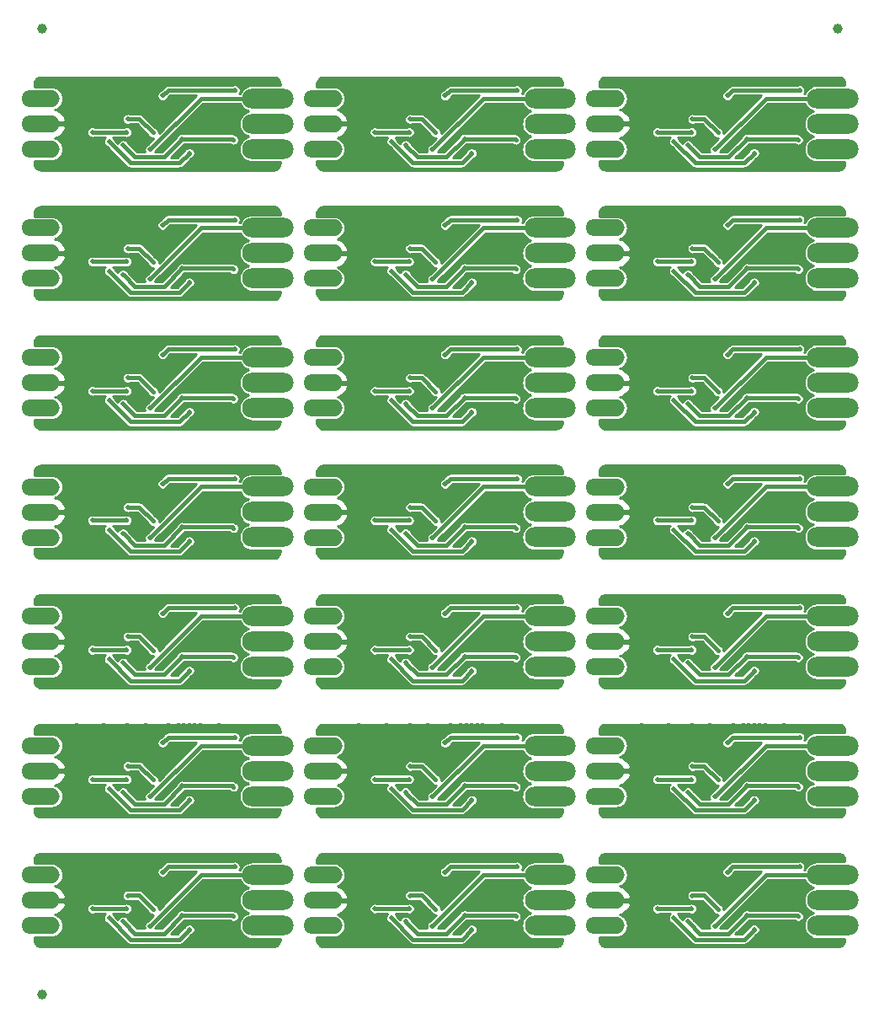
<source format=gbr>
%TF.GenerationSoftware,KiCad,Pcbnew,5.1.9-1.fc32*%
%TF.CreationDate,2021-03-16T17:09:34+05:30*%
%TF.ProjectId,BioAmp-EXG-Panel,42696f41-6d70-42d4-9558-472d50616e65,rev?*%
%TF.SameCoordinates,Original*%
%TF.FileFunction,Copper,L2,Bot*%
%TF.FilePolarity,Positive*%
%FSLAX46Y46*%
G04 Gerber Fmt 4.6, Leading zero omitted, Abs format (unit mm)*
G04 Created by KiCad (PCBNEW 5.1.9-1.fc32) date 2021-03-16 17:09:34*
%MOMM*%
%LPD*%
G01*
G04 APERTURE LIST*
%TA.AperFunction,SMDPad,CuDef*%
%ADD10C,1.000000*%
%TD*%
%TA.AperFunction,ComponentPad*%
%ADD11O,2.000000X1.700000*%
%TD*%
%TA.AperFunction,ComponentPad*%
%ADD12O,4.500000X2.000000*%
%TD*%
%TA.AperFunction,ComponentPad*%
%ADD13O,3.500000X2.000000*%
%TD*%
%TA.AperFunction,ComponentPad*%
%ADD14O,3.500000X1.700000*%
%TD*%
%TA.AperFunction,ViaPad*%
%ADD15C,1.700000*%
%TD*%
%TA.AperFunction,ViaPad*%
%ADD16C,0.500000*%
%TD*%
%TA.AperFunction,ViaPad*%
%ADD17C,0.400000*%
%TD*%
%TA.AperFunction,Conductor*%
%ADD18C,0.400000*%
%TD*%
%TA.AperFunction,Conductor*%
%ADD19C,0.254000*%
%TD*%
%TA.AperFunction,Conductor*%
%ADD20C,0.150000*%
%TD*%
G04 APERTURE END LIST*
D10*
%TO.P,REF\u002A\u002A,*%
%TO.N,*%
X51100011Y-142500031D03*
%TD*%
%TO.P,REF\u002A\u002A,*%
%TO.N,*%
X131100010Y-45500032D03*
%TD*%
%TO.P,REF\u002A\u002A,*%
%TO.N,*%
X51100011Y-45500032D03*
%TD*%
D11*
%TO.P,J2,1*%
%TO.N,Board_21-OUT*%
X108700015Y-130480055D03*
%TO.P,J2,2*%
%TO.N,Board_21-GND*%
X108700015Y-133020055D03*
%TO.P,J2,3*%
%TO.N,Board_21-VCC*%
X108700015Y-135560055D03*
%TD*%
D12*
%TO.P,J1,1*%
%TO.N,Board_21-DRL*%
X130310015Y-130470055D03*
%TO.P,J1,2*%
%TO.N,Board_21-BIO+*%
X130310015Y-133010055D03*
%TO.P,J1,3*%
%TO.N,Board_21-BIO-*%
X130310015Y-135550055D03*
%TD*%
D13*
%TO.P,J1,3*%
%TO.N,Board_21-BIO-*%
X131460015Y-135550055D03*
%TO.P,J1,2*%
%TO.N,Board_21-BIO+*%
X131460015Y-133010055D03*
%TO.P,J1,1*%
%TO.N,Board_21-DRL*%
X131460015Y-130470055D03*
%TD*%
D14*
%TO.P,J2,3*%
%TO.N,Board_21-VCC*%
X107550015Y-135560055D03*
%TO.P,J2,2*%
%TO.N,Board_21-GND*%
X107550015Y-133020055D03*
%TO.P,J2,1*%
%TO.N,Board_21-OUT*%
X107550015Y-130480055D03*
%TD*%
D11*
%TO.P,J2,1*%
%TO.N,Board_20-OUT*%
X80300008Y-130480055D03*
%TO.P,J2,2*%
%TO.N,Board_20-GND*%
X80300008Y-133020055D03*
%TO.P,J2,3*%
%TO.N,Board_20-VCC*%
X80300008Y-135560055D03*
%TD*%
D12*
%TO.P,J1,1*%
%TO.N,Board_20-DRL*%
X101910008Y-130470055D03*
%TO.P,J1,2*%
%TO.N,Board_20-BIO+*%
X101910008Y-133010055D03*
%TO.P,J1,3*%
%TO.N,Board_20-BIO-*%
X101910008Y-135550055D03*
%TD*%
D13*
%TO.P,J1,3*%
%TO.N,Board_20-BIO-*%
X103060008Y-135550055D03*
%TO.P,J1,2*%
%TO.N,Board_20-BIO+*%
X103060008Y-133010055D03*
%TO.P,J1,1*%
%TO.N,Board_20-DRL*%
X103060008Y-130470055D03*
%TD*%
D14*
%TO.P,J2,3*%
%TO.N,Board_20-VCC*%
X79150008Y-135560055D03*
%TO.P,J2,2*%
%TO.N,Board_20-GND*%
X79150008Y-133020055D03*
%TO.P,J2,1*%
%TO.N,Board_20-OUT*%
X79150008Y-130480055D03*
%TD*%
D11*
%TO.P,J2,1*%
%TO.N,Board_19-OUT*%
X51900001Y-130480055D03*
%TO.P,J2,2*%
%TO.N,Board_19-GND*%
X51900001Y-133020055D03*
%TO.P,J2,3*%
%TO.N,Board_19-VCC*%
X51900001Y-135560055D03*
%TD*%
D12*
%TO.P,J1,1*%
%TO.N,Board_19-DRL*%
X73510001Y-130470055D03*
%TO.P,J1,2*%
%TO.N,Board_19-BIO+*%
X73510001Y-133010055D03*
%TO.P,J1,3*%
%TO.N,Board_19-BIO-*%
X73510001Y-135550055D03*
%TD*%
D13*
%TO.P,J1,3*%
%TO.N,Board_19-BIO-*%
X74660001Y-135550055D03*
%TO.P,J1,2*%
%TO.N,Board_19-BIO+*%
X74660001Y-133010055D03*
%TO.P,J1,1*%
%TO.N,Board_19-DRL*%
X74660001Y-130470055D03*
%TD*%
D14*
%TO.P,J2,3*%
%TO.N,Board_19-VCC*%
X50750001Y-135560055D03*
%TO.P,J2,2*%
%TO.N,Board_19-GND*%
X50750001Y-133020055D03*
%TO.P,J2,1*%
%TO.N,Board_19-OUT*%
X50750001Y-130480055D03*
%TD*%
D11*
%TO.P,J2,1*%
%TO.N,Board_18-OUT*%
X108700015Y-117480046D03*
%TO.P,J2,2*%
%TO.N,Board_18-GND*%
X108700015Y-120020046D03*
%TO.P,J2,3*%
%TO.N,Board_18-VCC*%
X108700015Y-122560046D03*
%TD*%
D12*
%TO.P,J1,1*%
%TO.N,Board_18-DRL*%
X130310015Y-117470046D03*
%TO.P,J1,2*%
%TO.N,Board_18-BIO+*%
X130310015Y-120010046D03*
%TO.P,J1,3*%
%TO.N,Board_18-BIO-*%
X130310015Y-122550046D03*
%TD*%
D13*
%TO.P,J1,3*%
%TO.N,Board_18-BIO-*%
X131460015Y-122550046D03*
%TO.P,J1,2*%
%TO.N,Board_18-BIO+*%
X131460015Y-120010046D03*
%TO.P,J1,1*%
%TO.N,Board_18-DRL*%
X131460015Y-117470046D03*
%TD*%
D14*
%TO.P,J2,3*%
%TO.N,Board_18-VCC*%
X107550015Y-122560046D03*
%TO.P,J2,2*%
%TO.N,Board_18-GND*%
X107550015Y-120020046D03*
%TO.P,J2,1*%
%TO.N,Board_18-OUT*%
X107550015Y-117480046D03*
%TD*%
D11*
%TO.P,J2,1*%
%TO.N,Board_17-OUT*%
X80300008Y-117480046D03*
%TO.P,J2,2*%
%TO.N,Board_17-GND*%
X80300008Y-120020046D03*
%TO.P,J2,3*%
%TO.N,Board_17-VCC*%
X80300008Y-122560046D03*
%TD*%
D12*
%TO.P,J1,1*%
%TO.N,Board_17-DRL*%
X101910008Y-117470046D03*
%TO.P,J1,2*%
%TO.N,Board_17-BIO+*%
X101910008Y-120010046D03*
%TO.P,J1,3*%
%TO.N,Board_17-BIO-*%
X101910008Y-122550046D03*
%TD*%
D13*
%TO.P,J1,3*%
%TO.N,Board_17-BIO-*%
X103060008Y-122550046D03*
%TO.P,J1,2*%
%TO.N,Board_17-BIO+*%
X103060008Y-120010046D03*
%TO.P,J1,1*%
%TO.N,Board_17-DRL*%
X103060008Y-117470046D03*
%TD*%
D14*
%TO.P,J2,3*%
%TO.N,Board_17-VCC*%
X79150008Y-122560046D03*
%TO.P,J2,2*%
%TO.N,Board_17-GND*%
X79150008Y-120020046D03*
%TO.P,J2,1*%
%TO.N,Board_17-OUT*%
X79150008Y-117480046D03*
%TD*%
D11*
%TO.P,J2,1*%
%TO.N,Board_16-OUT*%
X51900001Y-117480046D03*
%TO.P,J2,2*%
%TO.N,Board_16-GND*%
X51900001Y-120020046D03*
%TO.P,J2,3*%
%TO.N,Board_16-VCC*%
X51900001Y-122560046D03*
%TD*%
D12*
%TO.P,J1,1*%
%TO.N,Board_16-DRL*%
X73510001Y-117470046D03*
%TO.P,J1,2*%
%TO.N,Board_16-BIO+*%
X73510001Y-120010046D03*
%TO.P,J1,3*%
%TO.N,Board_16-BIO-*%
X73510001Y-122550046D03*
%TD*%
D13*
%TO.P,J1,3*%
%TO.N,Board_16-BIO-*%
X74660001Y-122550046D03*
%TO.P,J1,2*%
%TO.N,Board_16-BIO+*%
X74660001Y-120010046D03*
%TO.P,J1,1*%
%TO.N,Board_16-DRL*%
X74660001Y-117470046D03*
%TD*%
D14*
%TO.P,J2,3*%
%TO.N,Board_16-VCC*%
X50750001Y-122560046D03*
%TO.P,J2,2*%
%TO.N,Board_16-GND*%
X50750001Y-120020046D03*
%TO.P,J2,1*%
%TO.N,Board_16-OUT*%
X50750001Y-117480046D03*
%TD*%
D11*
%TO.P,J2,1*%
%TO.N,Board_15-OUT*%
X108700015Y-104480037D03*
%TO.P,J2,2*%
%TO.N,Board_15-GND*%
X108700015Y-107020037D03*
%TO.P,J2,3*%
%TO.N,Board_15-VCC*%
X108700015Y-109560037D03*
%TD*%
D12*
%TO.P,J1,1*%
%TO.N,Board_15-DRL*%
X130310015Y-104470037D03*
%TO.P,J1,2*%
%TO.N,Board_15-BIO+*%
X130310015Y-107010037D03*
%TO.P,J1,3*%
%TO.N,Board_15-BIO-*%
X130310015Y-109550037D03*
%TD*%
D13*
%TO.P,J1,3*%
%TO.N,Board_15-BIO-*%
X131460015Y-109550037D03*
%TO.P,J1,2*%
%TO.N,Board_15-BIO+*%
X131460015Y-107010037D03*
%TO.P,J1,1*%
%TO.N,Board_15-DRL*%
X131460015Y-104470037D03*
%TD*%
D14*
%TO.P,J2,3*%
%TO.N,Board_15-VCC*%
X107550015Y-109560037D03*
%TO.P,J2,2*%
%TO.N,Board_15-GND*%
X107550015Y-107020037D03*
%TO.P,J2,1*%
%TO.N,Board_15-OUT*%
X107550015Y-104480037D03*
%TD*%
D11*
%TO.P,J2,1*%
%TO.N,Board_14-OUT*%
X80300008Y-104480037D03*
%TO.P,J2,2*%
%TO.N,Board_14-GND*%
X80300008Y-107020037D03*
%TO.P,J2,3*%
%TO.N,Board_14-VCC*%
X80300008Y-109560037D03*
%TD*%
D12*
%TO.P,J1,1*%
%TO.N,Board_14-DRL*%
X101910008Y-104470037D03*
%TO.P,J1,2*%
%TO.N,Board_14-BIO+*%
X101910008Y-107010037D03*
%TO.P,J1,3*%
%TO.N,Board_14-BIO-*%
X101910008Y-109550037D03*
%TD*%
D13*
%TO.P,J1,3*%
%TO.N,Board_14-BIO-*%
X103060008Y-109550037D03*
%TO.P,J1,2*%
%TO.N,Board_14-BIO+*%
X103060008Y-107010037D03*
%TO.P,J1,1*%
%TO.N,Board_14-DRL*%
X103060008Y-104470037D03*
%TD*%
D14*
%TO.P,J2,3*%
%TO.N,Board_14-VCC*%
X79150008Y-109560037D03*
%TO.P,J2,2*%
%TO.N,Board_14-GND*%
X79150008Y-107020037D03*
%TO.P,J2,1*%
%TO.N,Board_14-OUT*%
X79150008Y-104480037D03*
%TD*%
D11*
%TO.P,J2,1*%
%TO.N,Board_13-OUT*%
X51900001Y-104480037D03*
%TO.P,J2,2*%
%TO.N,Board_13-GND*%
X51900001Y-107020037D03*
%TO.P,J2,3*%
%TO.N,Board_13-VCC*%
X51900001Y-109560037D03*
%TD*%
D12*
%TO.P,J1,1*%
%TO.N,Board_13-DRL*%
X73510001Y-104470037D03*
%TO.P,J1,2*%
%TO.N,Board_13-BIO+*%
X73510001Y-107010037D03*
%TO.P,J1,3*%
%TO.N,Board_13-BIO-*%
X73510001Y-109550037D03*
%TD*%
D13*
%TO.P,J1,3*%
%TO.N,Board_13-BIO-*%
X74660001Y-109550037D03*
%TO.P,J1,2*%
%TO.N,Board_13-BIO+*%
X74660001Y-107010037D03*
%TO.P,J1,1*%
%TO.N,Board_13-DRL*%
X74660001Y-104470037D03*
%TD*%
D14*
%TO.P,J2,3*%
%TO.N,Board_13-VCC*%
X50750001Y-109560037D03*
%TO.P,J2,2*%
%TO.N,Board_13-GND*%
X50750001Y-107020037D03*
%TO.P,J2,1*%
%TO.N,Board_13-OUT*%
X50750001Y-104480037D03*
%TD*%
D11*
%TO.P,J2,1*%
%TO.N,Board_12-OUT*%
X108700015Y-91480028D03*
%TO.P,J2,2*%
%TO.N,Board_12-GND*%
X108700015Y-94020028D03*
%TO.P,J2,3*%
%TO.N,Board_12-VCC*%
X108700015Y-96560028D03*
%TD*%
D12*
%TO.P,J1,1*%
%TO.N,Board_12-DRL*%
X130310015Y-91470028D03*
%TO.P,J1,2*%
%TO.N,Board_12-BIO+*%
X130310015Y-94010028D03*
%TO.P,J1,3*%
%TO.N,Board_12-BIO-*%
X130310015Y-96550028D03*
%TD*%
D13*
%TO.P,J1,3*%
%TO.N,Board_12-BIO-*%
X131460015Y-96550028D03*
%TO.P,J1,2*%
%TO.N,Board_12-BIO+*%
X131460015Y-94010028D03*
%TO.P,J1,1*%
%TO.N,Board_12-DRL*%
X131460015Y-91470028D03*
%TD*%
D14*
%TO.P,J2,3*%
%TO.N,Board_12-VCC*%
X107550015Y-96560028D03*
%TO.P,J2,2*%
%TO.N,Board_12-GND*%
X107550015Y-94020028D03*
%TO.P,J2,1*%
%TO.N,Board_12-OUT*%
X107550015Y-91480028D03*
%TD*%
D11*
%TO.P,J2,1*%
%TO.N,Board_11-OUT*%
X80300008Y-91480028D03*
%TO.P,J2,2*%
%TO.N,Board_11-GND*%
X80300008Y-94020028D03*
%TO.P,J2,3*%
%TO.N,Board_11-VCC*%
X80300008Y-96560028D03*
%TD*%
D12*
%TO.P,J1,1*%
%TO.N,Board_11-DRL*%
X101910008Y-91470028D03*
%TO.P,J1,2*%
%TO.N,Board_11-BIO+*%
X101910008Y-94010028D03*
%TO.P,J1,3*%
%TO.N,Board_11-BIO-*%
X101910008Y-96550028D03*
%TD*%
D13*
%TO.P,J1,3*%
%TO.N,Board_11-BIO-*%
X103060008Y-96550028D03*
%TO.P,J1,2*%
%TO.N,Board_11-BIO+*%
X103060008Y-94010028D03*
%TO.P,J1,1*%
%TO.N,Board_11-DRL*%
X103060008Y-91470028D03*
%TD*%
D14*
%TO.P,J2,3*%
%TO.N,Board_11-VCC*%
X79150008Y-96560028D03*
%TO.P,J2,2*%
%TO.N,Board_11-GND*%
X79150008Y-94020028D03*
%TO.P,J2,1*%
%TO.N,Board_11-OUT*%
X79150008Y-91480028D03*
%TD*%
D11*
%TO.P,J2,1*%
%TO.N,Board_10-OUT*%
X51900001Y-91480028D03*
%TO.P,J2,2*%
%TO.N,Board_10-GND*%
X51900001Y-94020028D03*
%TO.P,J2,3*%
%TO.N,Board_10-VCC*%
X51900001Y-96560028D03*
%TD*%
D12*
%TO.P,J1,1*%
%TO.N,Board_10-DRL*%
X73510001Y-91470028D03*
%TO.P,J1,2*%
%TO.N,Board_10-BIO+*%
X73510001Y-94010028D03*
%TO.P,J1,3*%
%TO.N,Board_10-BIO-*%
X73510001Y-96550028D03*
%TD*%
D13*
%TO.P,J1,3*%
%TO.N,Board_10-BIO-*%
X74660001Y-96550028D03*
%TO.P,J1,2*%
%TO.N,Board_10-BIO+*%
X74660001Y-94010028D03*
%TO.P,J1,1*%
%TO.N,Board_10-DRL*%
X74660001Y-91470028D03*
%TD*%
D14*
%TO.P,J2,3*%
%TO.N,Board_10-VCC*%
X50750001Y-96560028D03*
%TO.P,J2,2*%
%TO.N,Board_10-GND*%
X50750001Y-94020028D03*
%TO.P,J2,1*%
%TO.N,Board_10-OUT*%
X50750001Y-91480028D03*
%TD*%
D11*
%TO.P,J2,1*%
%TO.N,Board_9-OUT*%
X108700015Y-78480019D03*
%TO.P,J2,2*%
%TO.N,Board_9-GND*%
X108700015Y-81020019D03*
%TO.P,J2,3*%
%TO.N,Board_9-VCC*%
X108700015Y-83560019D03*
%TD*%
D12*
%TO.P,J1,1*%
%TO.N,Board_9-DRL*%
X130310015Y-78470019D03*
%TO.P,J1,2*%
%TO.N,Board_9-BIO+*%
X130310015Y-81010019D03*
%TO.P,J1,3*%
%TO.N,Board_9-BIO-*%
X130310015Y-83550019D03*
%TD*%
D13*
%TO.P,J1,3*%
%TO.N,Board_9-BIO-*%
X131460015Y-83550019D03*
%TO.P,J1,2*%
%TO.N,Board_9-BIO+*%
X131460015Y-81010019D03*
%TO.P,J1,1*%
%TO.N,Board_9-DRL*%
X131460015Y-78470019D03*
%TD*%
D14*
%TO.P,J2,3*%
%TO.N,Board_9-VCC*%
X107550015Y-83560019D03*
%TO.P,J2,2*%
%TO.N,Board_9-GND*%
X107550015Y-81020019D03*
%TO.P,J2,1*%
%TO.N,Board_9-OUT*%
X107550015Y-78480019D03*
%TD*%
D11*
%TO.P,J2,1*%
%TO.N,Board_8-OUT*%
X80300008Y-78480019D03*
%TO.P,J2,2*%
%TO.N,Board_8-GND*%
X80300008Y-81020019D03*
%TO.P,J2,3*%
%TO.N,Board_8-VCC*%
X80300008Y-83560019D03*
%TD*%
D12*
%TO.P,J1,1*%
%TO.N,Board_8-DRL*%
X101910008Y-78470019D03*
%TO.P,J1,2*%
%TO.N,Board_8-BIO+*%
X101910008Y-81010019D03*
%TO.P,J1,3*%
%TO.N,Board_8-BIO-*%
X101910008Y-83550019D03*
%TD*%
D13*
%TO.P,J1,3*%
%TO.N,Board_8-BIO-*%
X103060008Y-83550019D03*
%TO.P,J1,2*%
%TO.N,Board_8-BIO+*%
X103060008Y-81010019D03*
%TO.P,J1,1*%
%TO.N,Board_8-DRL*%
X103060008Y-78470019D03*
%TD*%
D14*
%TO.P,J2,3*%
%TO.N,Board_8-VCC*%
X79150008Y-83560019D03*
%TO.P,J2,2*%
%TO.N,Board_8-GND*%
X79150008Y-81020019D03*
%TO.P,J2,1*%
%TO.N,Board_8-OUT*%
X79150008Y-78480019D03*
%TD*%
D11*
%TO.P,J2,1*%
%TO.N,Board_7-OUT*%
X51900001Y-78480019D03*
%TO.P,J2,2*%
%TO.N,Board_7-GND*%
X51900001Y-81020019D03*
%TO.P,J2,3*%
%TO.N,Board_7-VCC*%
X51900001Y-83560019D03*
%TD*%
D12*
%TO.P,J1,1*%
%TO.N,Board_7-DRL*%
X73510001Y-78470019D03*
%TO.P,J1,2*%
%TO.N,Board_7-BIO+*%
X73510001Y-81010019D03*
%TO.P,J1,3*%
%TO.N,Board_7-BIO-*%
X73510001Y-83550019D03*
%TD*%
D13*
%TO.P,J1,3*%
%TO.N,Board_7-BIO-*%
X74660001Y-83550019D03*
%TO.P,J1,2*%
%TO.N,Board_7-BIO+*%
X74660001Y-81010019D03*
%TO.P,J1,1*%
%TO.N,Board_7-DRL*%
X74660001Y-78470019D03*
%TD*%
D14*
%TO.P,J2,3*%
%TO.N,Board_7-VCC*%
X50750001Y-83560019D03*
%TO.P,J2,2*%
%TO.N,Board_7-GND*%
X50750001Y-81020019D03*
%TO.P,J2,1*%
%TO.N,Board_7-OUT*%
X50750001Y-78480019D03*
%TD*%
D11*
%TO.P,J2,1*%
%TO.N,Board_6-OUT*%
X108700015Y-65480010D03*
%TO.P,J2,2*%
%TO.N,Board_6-GND*%
X108700015Y-68020010D03*
%TO.P,J2,3*%
%TO.N,Board_6-VCC*%
X108700015Y-70560010D03*
%TD*%
D12*
%TO.P,J1,1*%
%TO.N,Board_6-DRL*%
X130310015Y-65470010D03*
%TO.P,J1,2*%
%TO.N,Board_6-BIO+*%
X130310015Y-68010010D03*
%TO.P,J1,3*%
%TO.N,Board_6-BIO-*%
X130310015Y-70550010D03*
%TD*%
D13*
%TO.P,J1,3*%
%TO.N,Board_6-BIO-*%
X131460015Y-70550010D03*
%TO.P,J1,2*%
%TO.N,Board_6-BIO+*%
X131460015Y-68010010D03*
%TO.P,J1,1*%
%TO.N,Board_6-DRL*%
X131460015Y-65470010D03*
%TD*%
D14*
%TO.P,J2,3*%
%TO.N,Board_6-VCC*%
X107550015Y-70560010D03*
%TO.P,J2,2*%
%TO.N,Board_6-GND*%
X107550015Y-68020010D03*
%TO.P,J2,1*%
%TO.N,Board_6-OUT*%
X107550015Y-65480010D03*
%TD*%
D11*
%TO.P,J2,1*%
%TO.N,Board_5-OUT*%
X80300008Y-65480010D03*
%TO.P,J2,2*%
%TO.N,Board_5-GND*%
X80300008Y-68020010D03*
%TO.P,J2,3*%
%TO.N,Board_5-VCC*%
X80300008Y-70560010D03*
%TD*%
D12*
%TO.P,J1,1*%
%TO.N,Board_5-DRL*%
X101910008Y-65470010D03*
%TO.P,J1,2*%
%TO.N,Board_5-BIO+*%
X101910008Y-68010010D03*
%TO.P,J1,3*%
%TO.N,Board_5-BIO-*%
X101910008Y-70550010D03*
%TD*%
D13*
%TO.P,J1,3*%
%TO.N,Board_5-BIO-*%
X103060008Y-70550010D03*
%TO.P,J1,2*%
%TO.N,Board_5-BIO+*%
X103060008Y-68010010D03*
%TO.P,J1,1*%
%TO.N,Board_5-DRL*%
X103060008Y-65470010D03*
%TD*%
D14*
%TO.P,J2,3*%
%TO.N,Board_5-VCC*%
X79150008Y-70560010D03*
%TO.P,J2,2*%
%TO.N,Board_5-GND*%
X79150008Y-68020010D03*
%TO.P,J2,1*%
%TO.N,Board_5-OUT*%
X79150008Y-65480010D03*
%TD*%
D11*
%TO.P,J2,1*%
%TO.N,Board_4-OUT*%
X51900001Y-65480010D03*
%TO.P,J2,2*%
%TO.N,Board_4-GND*%
X51900001Y-68020010D03*
%TO.P,J2,3*%
%TO.N,Board_4-VCC*%
X51900001Y-70560010D03*
%TD*%
D12*
%TO.P,J1,1*%
%TO.N,Board_4-DRL*%
X73510001Y-65470010D03*
%TO.P,J1,2*%
%TO.N,Board_4-BIO+*%
X73510001Y-68010010D03*
%TO.P,J1,3*%
%TO.N,Board_4-BIO-*%
X73510001Y-70550010D03*
%TD*%
D13*
%TO.P,J1,3*%
%TO.N,Board_4-BIO-*%
X74660001Y-70550010D03*
%TO.P,J1,2*%
%TO.N,Board_4-BIO+*%
X74660001Y-68010010D03*
%TO.P,J1,1*%
%TO.N,Board_4-DRL*%
X74660001Y-65470010D03*
%TD*%
D14*
%TO.P,J2,3*%
%TO.N,Board_4-VCC*%
X50750001Y-70560010D03*
%TO.P,J2,2*%
%TO.N,Board_4-GND*%
X50750001Y-68020010D03*
%TO.P,J2,1*%
%TO.N,Board_4-OUT*%
X50750001Y-65480010D03*
%TD*%
D11*
%TO.P,J2,1*%
%TO.N,Board_3-OUT*%
X108700015Y-52480001D03*
%TO.P,J2,2*%
%TO.N,Board_3-GND*%
X108700015Y-55020001D03*
%TO.P,J2,3*%
%TO.N,Board_3-VCC*%
X108700015Y-57560001D03*
%TD*%
D12*
%TO.P,J1,1*%
%TO.N,Board_3-DRL*%
X130310015Y-52470001D03*
%TO.P,J1,2*%
%TO.N,Board_3-BIO+*%
X130310015Y-55010001D03*
%TO.P,J1,3*%
%TO.N,Board_3-BIO-*%
X130310015Y-57550001D03*
%TD*%
D13*
%TO.P,J1,3*%
%TO.N,Board_3-BIO-*%
X131460015Y-57550001D03*
%TO.P,J1,2*%
%TO.N,Board_3-BIO+*%
X131460015Y-55010001D03*
%TO.P,J1,1*%
%TO.N,Board_3-DRL*%
X131460015Y-52470001D03*
%TD*%
D14*
%TO.P,J2,3*%
%TO.N,Board_3-VCC*%
X107550015Y-57560001D03*
%TO.P,J2,2*%
%TO.N,Board_3-GND*%
X107550015Y-55020001D03*
%TO.P,J2,1*%
%TO.N,Board_3-OUT*%
X107550015Y-52480001D03*
%TD*%
D11*
%TO.P,J2,1*%
%TO.N,Board_2-OUT*%
X80300008Y-52480001D03*
%TO.P,J2,2*%
%TO.N,Board_2-GND*%
X80300008Y-55020001D03*
%TO.P,J2,3*%
%TO.N,Board_2-VCC*%
X80300008Y-57560001D03*
%TD*%
D12*
%TO.P,J1,1*%
%TO.N,Board_2-DRL*%
X101910008Y-52470001D03*
%TO.P,J1,2*%
%TO.N,Board_2-BIO+*%
X101910008Y-55010001D03*
%TO.P,J1,3*%
%TO.N,Board_2-BIO-*%
X101910008Y-57550001D03*
%TD*%
D13*
%TO.P,J1,3*%
%TO.N,Board_2-BIO-*%
X103060008Y-57550001D03*
%TO.P,J1,2*%
%TO.N,Board_2-BIO+*%
X103060008Y-55010001D03*
%TO.P,J1,1*%
%TO.N,Board_2-DRL*%
X103060008Y-52470001D03*
%TD*%
D14*
%TO.P,J2,3*%
%TO.N,Board_2-VCC*%
X79150008Y-57560001D03*
%TO.P,J2,2*%
%TO.N,Board_2-GND*%
X79150008Y-55020001D03*
%TO.P,J2,1*%
%TO.N,Board_2-OUT*%
X79150008Y-52480001D03*
%TD*%
D11*
%TO.P,J2,1*%
%TO.N,Board_1-OUT*%
X51900001Y-52480001D03*
%TO.P,J2,2*%
%TO.N,Board_1-GND*%
X51900001Y-55020001D03*
%TO.P,J2,3*%
%TO.N,Board_1-VCC*%
X51900001Y-57560001D03*
%TD*%
D12*
%TO.P,J1,1*%
%TO.N,Board_1-DRL*%
X73510001Y-52470001D03*
%TO.P,J1,2*%
%TO.N,Board_1-BIO+*%
X73510001Y-55010001D03*
%TO.P,J1,3*%
%TO.N,Board_1-BIO-*%
X73510001Y-57550001D03*
%TD*%
D13*
%TO.P,J1,3*%
%TO.N,Board_1-BIO-*%
X74660001Y-57550001D03*
%TO.P,J1,2*%
%TO.N,Board_1-BIO+*%
X74660001Y-55010001D03*
%TO.P,J1,1*%
%TO.N,Board_1-DRL*%
X74660001Y-52470001D03*
%TD*%
D14*
%TO.P,J2,3*%
%TO.N,Board_1-VCC*%
X50750001Y-57560001D03*
%TO.P,J2,2*%
%TO.N,Board_1-GND*%
X50750001Y-55020001D03*
%TO.P,J2,1*%
%TO.N,Board_1-OUT*%
X50750001Y-52480001D03*
%TD*%
D15*
%TO.N,Board_1-BIO+*%
X73860001Y-55020001D03*
%TO.N,Board_1-BIO-*%
X73860001Y-57560001D03*
%TO.N,Board_1-DRL*%
X73860001Y-52480001D03*
D16*
X61970001Y-57600001D03*
D17*
%TO.N,Board_1-GND*%
X50580001Y-58820001D03*
X50900001Y-59530001D03*
X51210001Y-58840001D03*
X51530001Y-59550001D03*
X51810001Y-58830001D03*
X52210001Y-59540001D03*
X52960001Y-59350001D03*
X52430001Y-58830001D03*
X50500001Y-51180001D03*
X51230001Y-51170001D03*
X50800001Y-50590001D03*
X63830001Y-50420001D03*
X64820001Y-50420001D03*
X65920001Y-50420001D03*
X66480001Y-50420001D03*
X65370001Y-50420001D03*
X67030001Y-50420001D03*
X62680001Y-53030001D03*
X64840001Y-53780001D03*
X67010001Y-59060001D03*
X67010001Y-58360001D03*
X64340001Y-59570001D03*
X63790001Y-59570001D03*
X61510001Y-50430001D03*
X59700001Y-50420001D03*
X54590001Y-50430001D03*
X57340001Y-50420001D03*
X57370001Y-51140001D03*
X57790001Y-59490001D03*
X61610001Y-59560001D03*
X73270001Y-50450001D03*
X72370001Y-51040001D03*
X72650001Y-50450001D03*
X74810001Y-51050001D03*
X72960001Y-51040001D03*
X74500001Y-50460001D03*
X74180001Y-51030001D03*
X73580001Y-51040001D03*
X73870001Y-50440001D03*
X72050001Y-50440001D03*
X71450001Y-50450001D03*
X71160001Y-51080001D03*
X71780001Y-51080001D03*
X70830001Y-50450001D03*
X72650001Y-59560001D03*
X72050001Y-59570001D03*
X74770001Y-58980001D03*
X73870001Y-59570001D03*
X72330001Y-58960001D03*
X73270001Y-59560001D03*
X74500001Y-59550001D03*
X72930001Y-58960001D03*
X70870001Y-58990001D03*
X70680001Y-59560001D03*
X74150001Y-58970001D03*
X73550001Y-58960001D03*
X71670001Y-58910001D03*
X71450001Y-59560001D03*
X70050001Y-59570001D03*
X69430001Y-59570001D03*
X68230001Y-59570001D03*
X67600001Y-59570001D03*
X68830001Y-59580001D03*
X63230001Y-59570001D03*
X66460001Y-59570001D03*
X64980001Y-59580001D03*
X68940001Y-50430001D03*
X52900001Y-53640001D03*
X53040001Y-56460001D03*
D16*
X62750001Y-55200001D03*
X55060001Y-53760001D03*
X57760001Y-58690001D03*
D17*
X54560001Y-51080001D03*
X67030001Y-51010001D03*
X53180001Y-58630001D03*
D16*
%TO.N,Board_1-Net-(C1-Pad2)*%
X70490001Y-51640001D03*
X63240001Y-52190001D03*
%TO.N,Board_1-Net-(R1-Pad1)*%
X65210001Y-56510001D03*
X59270001Y-57160001D03*
X70360001Y-56630001D03*
%TO.N,Board_1-VCC*%
X57860001Y-56810001D03*
X65930001Y-57960001D03*
%TO.N,Board_1-ampRef*%
X59730001Y-54540001D03*
X62280001Y-55910001D03*
%TO.N,Board_1-vRef*%
X59630001Y-55860001D03*
X56180001Y-55860001D03*
D15*
%TO.N,Board_2-BIO+*%
X102260008Y-55020001D03*
%TO.N,Board_2-BIO-*%
X102260008Y-57560001D03*
%TO.N,Board_2-DRL*%
X102260008Y-52480001D03*
D16*
X90370008Y-57600001D03*
D17*
%TO.N,Board_2-GND*%
X78980008Y-58820001D03*
X79300008Y-59530001D03*
X79610008Y-58840001D03*
X79930008Y-59550001D03*
X80210008Y-58830001D03*
X80610008Y-59540001D03*
X81360008Y-59350001D03*
X80830008Y-58830001D03*
X78900008Y-51180001D03*
X79630008Y-51170001D03*
X79200008Y-50590001D03*
X92230008Y-50420001D03*
X93220008Y-50420001D03*
X94320008Y-50420001D03*
X94880008Y-50420001D03*
X93770008Y-50420001D03*
X95430008Y-50420001D03*
X91080008Y-53030001D03*
X93240008Y-53780001D03*
X95410008Y-59060001D03*
X95410008Y-58360001D03*
X92740008Y-59570001D03*
X92190008Y-59570001D03*
X89910008Y-50430001D03*
X88100008Y-50420001D03*
X82990008Y-50430001D03*
X85740008Y-50420001D03*
X85770008Y-51140001D03*
X86190008Y-59490001D03*
X90010008Y-59560001D03*
X101670008Y-50450001D03*
X100770008Y-51040001D03*
X101050008Y-50450001D03*
X103210008Y-51050001D03*
X101360008Y-51040001D03*
X102900008Y-50460001D03*
X102580008Y-51030001D03*
X101980008Y-51040001D03*
X102270008Y-50440001D03*
X100450008Y-50440001D03*
X99850008Y-50450001D03*
X99560008Y-51080001D03*
X100180008Y-51080001D03*
X99230008Y-50450001D03*
X101050008Y-59560001D03*
X100450008Y-59570001D03*
X103170008Y-58980001D03*
X102270008Y-59570001D03*
X100730008Y-58960001D03*
X101670008Y-59560001D03*
X102900008Y-59550001D03*
X101330008Y-58960001D03*
X99270008Y-58990001D03*
X99080008Y-59560001D03*
X102550008Y-58970001D03*
X101950008Y-58960001D03*
X100070008Y-58910001D03*
X99850008Y-59560001D03*
X98450008Y-59570001D03*
X97830008Y-59570001D03*
X96630008Y-59570001D03*
X96000008Y-59570001D03*
X97230008Y-59580001D03*
X91630008Y-59570001D03*
X94860008Y-59570001D03*
X93380008Y-59580001D03*
X97340008Y-50430001D03*
X81300008Y-53640001D03*
X81440008Y-56460001D03*
D16*
X91150008Y-55200001D03*
X83460008Y-53760001D03*
X86160008Y-58690001D03*
D17*
X82960008Y-51080001D03*
X95430008Y-51010001D03*
X81580008Y-58630001D03*
D16*
%TO.N,Board_2-Net-(C1-Pad2)*%
X98890008Y-51640001D03*
X91640008Y-52190001D03*
%TO.N,Board_2-Net-(R1-Pad1)*%
X93610008Y-56510001D03*
X87670008Y-57160001D03*
X98760008Y-56630001D03*
%TO.N,Board_2-VCC*%
X86260008Y-56810001D03*
X94330008Y-57960001D03*
%TO.N,Board_2-ampRef*%
X88130008Y-54540001D03*
X90680008Y-55910001D03*
%TO.N,Board_2-vRef*%
X88030008Y-55860001D03*
X84580008Y-55860001D03*
D15*
%TO.N,Board_3-BIO+*%
X130660015Y-55020001D03*
%TO.N,Board_3-BIO-*%
X130660015Y-57560001D03*
%TO.N,Board_3-DRL*%
X130660015Y-52480001D03*
D16*
X118770015Y-57600001D03*
D17*
%TO.N,Board_3-GND*%
X107380015Y-58820001D03*
X107700015Y-59530001D03*
X108010015Y-58840001D03*
X108330015Y-59550001D03*
X108610015Y-58830001D03*
X109010015Y-59540001D03*
X109760015Y-59350001D03*
X109230015Y-58830001D03*
X107300015Y-51180001D03*
X108030015Y-51170001D03*
X107600015Y-50590001D03*
X120630015Y-50420001D03*
X121620015Y-50420001D03*
X122720015Y-50420001D03*
X123280015Y-50420001D03*
X122170015Y-50420001D03*
X123830015Y-50420001D03*
X119480015Y-53030001D03*
X121640015Y-53780001D03*
X123810015Y-59060001D03*
X123810015Y-58360001D03*
X121140015Y-59570001D03*
X120590015Y-59570001D03*
X118310015Y-50430001D03*
X116500015Y-50420001D03*
X111390015Y-50430001D03*
X114140015Y-50420001D03*
X114170015Y-51140001D03*
X114590015Y-59490001D03*
X118410015Y-59560001D03*
X130070015Y-50450001D03*
X129170015Y-51040001D03*
X129450015Y-50450001D03*
X131610015Y-51050001D03*
X129760015Y-51040001D03*
X131300015Y-50460001D03*
X130980015Y-51030001D03*
X130380015Y-51040001D03*
X130670015Y-50440001D03*
X128850015Y-50440001D03*
X128250015Y-50450001D03*
X127960015Y-51080001D03*
X128580015Y-51080001D03*
X127630015Y-50450001D03*
X129450015Y-59560001D03*
X128850015Y-59570001D03*
X131570015Y-58980001D03*
X130670015Y-59570001D03*
X129130015Y-58960001D03*
X130070015Y-59560001D03*
X131300015Y-59550001D03*
X129730015Y-58960001D03*
X127670015Y-58990001D03*
X127480015Y-59560001D03*
X130950015Y-58970001D03*
X130350015Y-58960001D03*
X128470015Y-58910001D03*
X128250015Y-59560001D03*
X126850015Y-59570001D03*
X126230015Y-59570001D03*
X125030015Y-59570001D03*
X124400015Y-59570001D03*
X125630015Y-59580001D03*
X120030015Y-59570001D03*
X123260015Y-59570001D03*
X121780015Y-59580001D03*
X125740015Y-50430001D03*
X109700015Y-53640001D03*
X109840015Y-56460001D03*
D16*
X119550015Y-55200001D03*
X111860015Y-53760001D03*
X114560015Y-58690001D03*
D17*
X111360015Y-51080001D03*
X123830015Y-51010001D03*
X109980015Y-58630001D03*
D16*
%TO.N,Board_3-Net-(C1-Pad2)*%
X127290015Y-51640001D03*
X120040015Y-52190001D03*
%TO.N,Board_3-Net-(R1-Pad1)*%
X122010015Y-56510001D03*
X116070015Y-57160001D03*
X127160015Y-56630001D03*
%TO.N,Board_3-VCC*%
X114660015Y-56810001D03*
X122730015Y-57960001D03*
%TO.N,Board_3-ampRef*%
X116530015Y-54540001D03*
X119080015Y-55910001D03*
%TO.N,Board_3-vRef*%
X116430015Y-55860001D03*
X112980015Y-55860001D03*
D15*
%TO.N,Board_4-BIO+*%
X73860001Y-68020010D03*
%TO.N,Board_4-BIO-*%
X73860001Y-70560010D03*
%TO.N,Board_4-DRL*%
X73860001Y-65480010D03*
D16*
X61970001Y-70600010D03*
D17*
%TO.N,Board_4-GND*%
X50580001Y-71820010D03*
X50900001Y-72530010D03*
X51210001Y-71840010D03*
X51530001Y-72550010D03*
X51810001Y-71830010D03*
X52210001Y-72540010D03*
X52960001Y-72350010D03*
X52430001Y-71830010D03*
X50500001Y-64180010D03*
X51230001Y-64170010D03*
X50800001Y-63590010D03*
X63830001Y-63420010D03*
X64820001Y-63420010D03*
X65920001Y-63420010D03*
X66480001Y-63420010D03*
X65370001Y-63420010D03*
X67030001Y-63420010D03*
X62680001Y-66030010D03*
X64840001Y-66780010D03*
X67010001Y-72060010D03*
X67010001Y-71360010D03*
X64340001Y-72570010D03*
X63790001Y-72570010D03*
X61510001Y-63430010D03*
X59700001Y-63420010D03*
X54590001Y-63430010D03*
X57340001Y-63420010D03*
X57370001Y-64140010D03*
X57790001Y-72490010D03*
X61610001Y-72560010D03*
X73270001Y-63450010D03*
X72370001Y-64040010D03*
X72650001Y-63450010D03*
X74810001Y-64050010D03*
X72960001Y-64040010D03*
X74500001Y-63460010D03*
X74180001Y-64030010D03*
X73580001Y-64040010D03*
X73870001Y-63440010D03*
X72050001Y-63440010D03*
X71450001Y-63450010D03*
X71160001Y-64080010D03*
X71780001Y-64080010D03*
X70830001Y-63450010D03*
X72650001Y-72560010D03*
X72050001Y-72570010D03*
X74770001Y-71980010D03*
X73870001Y-72570010D03*
X72330001Y-71960010D03*
X73270001Y-72560010D03*
X74500001Y-72550010D03*
X72930001Y-71960010D03*
X70870001Y-71990010D03*
X70680001Y-72560010D03*
X74150001Y-71970010D03*
X73550001Y-71960010D03*
X71670001Y-71910010D03*
X71450001Y-72560010D03*
X70050001Y-72570010D03*
X69430001Y-72570010D03*
X68230001Y-72570010D03*
X67600001Y-72570010D03*
X68830001Y-72580010D03*
X63230001Y-72570010D03*
X66460001Y-72570010D03*
X64980001Y-72580010D03*
X68940001Y-63430010D03*
X52900001Y-66640010D03*
X53040001Y-69460010D03*
D16*
X62750001Y-68200010D03*
X55060001Y-66760010D03*
X57760001Y-71690010D03*
D17*
X54560001Y-64080010D03*
X67030001Y-64010010D03*
X53180001Y-71630010D03*
D16*
%TO.N,Board_4-Net-(C1-Pad2)*%
X70490001Y-64640010D03*
X63240001Y-65190010D03*
%TO.N,Board_4-Net-(R1-Pad1)*%
X65210001Y-69510010D03*
X59270001Y-70160010D03*
X70360001Y-69630010D03*
%TO.N,Board_4-VCC*%
X57860001Y-69810010D03*
X65930001Y-70960010D03*
%TO.N,Board_4-ampRef*%
X59730001Y-67540010D03*
X62280001Y-68910010D03*
%TO.N,Board_4-vRef*%
X59630001Y-68860010D03*
X56180001Y-68860010D03*
D15*
%TO.N,Board_5-BIO+*%
X102260008Y-68020010D03*
%TO.N,Board_5-BIO-*%
X102260008Y-70560010D03*
%TO.N,Board_5-DRL*%
X102260008Y-65480010D03*
D16*
X90370008Y-70600010D03*
D17*
%TO.N,Board_5-GND*%
X78980008Y-71820010D03*
X79300008Y-72530010D03*
X79610008Y-71840010D03*
X79930008Y-72550010D03*
X80210008Y-71830010D03*
X80610008Y-72540010D03*
X81360008Y-72350010D03*
X80830008Y-71830010D03*
X78900008Y-64180010D03*
X79630008Y-64170010D03*
X79200008Y-63590010D03*
X92230008Y-63420010D03*
X93220008Y-63420010D03*
X94320008Y-63420010D03*
X94880008Y-63420010D03*
X93770008Y-63420010D03*
X95430008Y-63420010D03*
X91080008Y-66030010D03*
X93240008Y-66780010D03*
X95410008Y-72060010D03*
X95410008Y-71360010D03*
X92740008Y-72570010D03*
X92190008Y-72570010D03*
X89910008Y-63430010D03*
X88100008Y-63420010D03*
X82990008Y-63430010D03*
X85740008Y-63420010D03*
X85770008Y-64140010D03*
X86190008Y-72490010D03*
X90010008Y-72560010D03*
X101670008Y-63450010D03*
X100770008Y-64040010D03*
X101050008Y-63450010D03*
X103210008Y-64050010D03*
X101360008Y-64040010D03*
X102900008Y-63460010D03*
X102580008Y-64030010D03*
X101980008Y-64040010D03*
X102270008Y-63440010D03*
X100450008Y-63440010D03*
X99850008Y-63450010D03*
X99560008Y-64080010D03*
X100180008Y-64080010D03*
X99230008Y-63450010D03*
X101050008Y-72560010D03*
X100450008Y-72570010D03*
X103170008Y-71980010D03*
X102270008Y-72570010D03*
X100730008Y-71960010D03*
X101670008Y-72560010D03*
X102900008Y-72550010D03*
X101330008Y-71960010D03*
X99270008Y-71990010D03*
X99080008Y-72560010D03*
X102550008Y-71970010D03*
X101950008Y-71960010D03*
X100070008Y-71910010D03*
X99850008Y-72560010D03*
X98450008Y-72570010D03*
X97830008Y-72570010D03*
X96630008Y-72570010D03*
X96000008Y-72570010D03*
X97230008Y-72580010D03*
X91630008Y-72570010D03*
X94860008Y-72570010D03*
X93380008Y-72580010D03*
X97340008Y-63430010D03*
X81300008Y-66640010D03*
X81440008Y-69460010D03*
D16*
X91150008Y-68200010D03*
X83460008Y-66760010D03*
X86160008Y-71690010D03*
D17*
X82960008Y-64080010D03*
X95430008Y-64010010D03*
X81580008Y-71630010D03*
D16*
%TO.N,Board_5-Net-(C1-Pad2)*%
X98890008Y-64640010D03*
X91640008Y-65190010D03*
%TO.N,Board_5-Net-(R1-Pad1)*%
X93610008Y-69510010D03*
X87670008Y-70160010D03*
X98760008Y-69630010D03*
%TO.N,Board_5-VCC*%
X86260008Y-69810010D03*
X94330008Y-70960010D03*
%TO.N,Board_5-ampRef*%
X88130008Y-67540010D03*
X90680008Y-68910010D03*
%TO.N,Board_5-vRef*%
X88030008Y-68860010D03*
X84580008Y-68860010D03*
D15*
%TO.N,Board_6-BIO+*%
X130660015Y-68020010D03*
%TO.N,Board_6-BIO-*%
X130660015Y-70560010D03*
%TO.N,Board_6-DRL*%
X130660015Y-65480010D03*
D16*
X118770015Y-70600010D03*
D17*
%TO.N,Board_6-GND*%
X107380015Y-71820010D03*
X107700015Y-72530010D03*
X108010015Y-71840010D03*
X108330015Y-72550010D03*
X108610015Y-71830010D03*
X109010015Y-72540010D03*
X109760015Y-72350010D03*
X109230015Y-71830010D03*
X107300015Y-64180010D03*
X108030015Y-64170010D03*
X107600015Y-63590010D03*
X120630015Y-63420010D03*
X121620015Y-63420010D03*
X122720015Y-63420010D03*
X123280015Y-63420010D03*
X122170015Y-63420010D03*
X123830015Y-63420010D03*
X119480015Y-66030010D03*
X121640015Y-66780010D03*
X123810015Y-72060010D03*
X123810015Y-71360010D03*
X121140015Y-72570010D03*
X120590015Y-72570010D03*
X118310015Y-63430010D03*
X116500015Y-63420010D03*
X111390015Y-63430010D03*
X114140015Y-63420010D03*
X114170015Y-64140010D03*
X114590015Y-72490010D03*
X118410015Y-72560010D03*
X130070015Y-63450010D03*
X129170015Y-64040010D03*
X129450015Y-63450010D03*
X131610015Y-64050010D03*
X129760015Y-64040010D03*
X131300015Y-63460010D03*
X130980015Y-64030010D03*
X130380015Y-64040010D03*
X130670015Y-63440010D03*
X128850015Y-63440010D03*
X128250015Y-63450010D03*
X127960015Y-64080010D03*
X128580015Y-64080010D03*
X127630015Y-63450010D03*
X129450015Y-72560010D03*
X128850015Y-72570010D03*
X131570015Y-71980010D03*
X130670015Y-72570010D03*
X129130015Y-71960010D03*
X130070015Y-72560010D03*
X131300015Y-72550010D03*
X129730015Y-71960010D03*
X127670015Y-71990010D03*
X127480015Y-72560010D03*
X130950015Y-71970010D03*
X130350015Y-71960010D03*
X128470015Y-71910010D03*
X128250015Y-72560010D03*
X126850015Y-72570010D03*
X126230015Y-72570010D03*
X125030015Y-72570010D03*
X124400015Y-72570010D03*
X125630015Y-72580010D03*
X120030015Y-72570010D03*
X123260015Y-72570010D03*
X121780015Y-72580010D03*
X125740015Y-63430010D03*
X109700015Y-66640010D03*
X109840015Y-69460010D03*
D16*
X119550015Y-68200010D03*
X111860015Y-66760010D03*
X114560015Y-71690010D03*
D17*
X111360015Y-64080010D03*
X123830015Y-64010010D03*
X109980015Y-71630010D03*
D16*
%TO.N,Board_6-Net-(C1-Pad2)*%
X127290015Y-64640010D03*
X120040015Y-65190010D03*
%TO.N,Board_6-Net-(R1-Pad1)*%
X122010015Y-69510010D03*
X116070015Y-70160010D03*
X127160015Y-69630010D03*
%TO.N,Board_6-VCC*%
X114660015Y-69810010D03*
X122730015Y-70960010D03*
%TO.N,Board_6-ampRef*%
X116530015Y-67540010D03*
X119080015Y-68910010D03*
%TO.N,Board_6-vRef*%
X116430015Y-68860010D03*
X112980015Y-68860010D03*
D15*
%TO.N,Board_7-BIO+*%
X73860001Y-81020019D03*
%TO.N,Board_7-BIO-*%
X73860001Y-83560019D03*
%TO.N,Board_7-DRL*%
X73860001Y-78480019D03*
D16*
X61970001Y-83600019D03*
D17*
%TO.N,Board_7-GND*%
X50580001Y-84820019D03*
X50900001Y-85530019D03*
X51210001Y-84840019D03*
X51530001Y-85550019D03*
X51810001Y-84830019D03*
X52210001Y-85540019D03*
X52960001Y-85350019D03*
X52430001Y-84830019D03*
X50500001Y-77180019D03*
X51230001Y-77170019D03*
X50800001Y-76590019D03*
X63830001Y-76420019D03*
X64820001Y-76420019D03*
X65920001Y-76420019D03*
X66480001Y-76420019D03*
X65370001Y-76420019D03*
X67030001Y-76420019D03*
X62680001Y-79030019D03*
X64840001Y-79780019D03*
X67010001Y-85060019D03*
X67010001Y-84360019D03*
X64340001Y-85570019D03*
X63790001Y-85570019D03*
X61510001Y-76430019D03*
X59700001Y-76420019D03*
X54590001Y-76430019D03*
X57340001Y-76420019D03*
X57370001Y-77140019D03*
X57790001Y-85490019D03*
X61610001Y-85560019D03*
X73270001Y-76450019D03*
X72370001Y-77040019D03*
X72650001Y-76450019D03*
X74810001Y-77050019D03*
X72960001Y-77040019D03*
X74500001Y-76460019D03*
X74180001Y-77030019D03*
X73580001Y-77040019D03*
X73870001Y-76440019D03*
X72050001Y-76440019D03*
X71450001Y-76450019D03*
X71160001Y-77080019D03*
X71780001Y-77080019D03*
X70830001Y-76450019D03*
X72650001Y-85560019D03*
X72050001Y-85570019D03*
X74770001Y-84980019D03*
X73870001Y-85570019D03*
X72330001Y-84960019D03*
X73270001Y-85560019D03*
X74500001Y-85550019D03*
X72930001Y-84960019D03*
X70870001Y-84990019D03*
X70680001Y-85560019D03*
X74150001Y-84970019D03*
X73550001Y-84960019D03*
X71670001Y-84910019D03*
X71450001Y-85560019D03*
X70050001Y-85570019D03*
X69430001Y-85570019D03*
X68230001Y-85570019D03*
X67600001Y-85570019D03*
X68830001Y-85580019D03*
X63230001Y-85570019D03*
X66460001Y-85570019D03*
X64980001Y-85580019D03*
X68940001Y-76430019D03*
X52900001Y-79640019D03*
X53040001Y-82460019D03*
D16*
X62750001Y-81200019D03*
X55060001Y-79760019D03*
X57760001Y-84690019D03*
D17*
X54560001Y-77080019D03*
X67030001Y-77010019D03*
X53180001Y-84630019D03*
D16*
%TO.N,Board_7-Net-(C1-Pad2)*%
X70490001Y-77640019D03*
X63240001Y-78190019D03*
%TO.N,Board_7-Net-(R1-Pad1)*%
X65210001Y-82510019D03*
X59270001Y-83160019D03*
X70360001Y-82630019D03*
%TO.N,Board_7-VCC*%
X57860001Y-82810019D03*
X65930001Y-83960019D03*
%TO.N,Board_7-ampRef*%
X59730001Y-80540019D03*
X62280001Y-81910019D03*
%TO.N,Board_7-vRef*%
X59630001Y-81860019D03*
X56180001Y-81860019D03*
D15*
%TO.N,Board_8-BIO+*%
X102260008Y-81020019D03*
%TO.N,Board_8-BIO-*%
X102260008Y-83560019D03*
%TO.N,Board_8-DRL*%
X102260008Y-78480019D03*
D16*
X90370008Y-83600019D03*
D17*
%TO.N,Board_8-GND*%
X78980008Y-84820019D03*
X79300008Y-85530019D03*
X79610008Y-84840019D03*
X79930008Y-85550019D03*
X80210008Y-84830019D03*
X80610008Y-85540019D03*
X81360008Y-85350019D03*
X80830008Y-84830019D03*
X78900008Y-77180019D03*
X79630008Y-77170019D03*
X79200008Y-76590019D03*
X92230008Y-76420019D03*
X93220008Y-76420019D03*
X94320008Y-76420019D03*
X94880008Y-76420019D03*
X93770008Y-76420019D03*
X95430008Y-76420019D03*
X91080008Y-79030019D03*
X93240008Y-79780019D03*
X95410008Y-85060019D03*
X95410008Y-84360019D03*
X92740008Y-85570019D03*
X92190008Y-85570019D03*
X89910008Y-76430019D03*
X88100008Y-76420019D03*
X82990008Y-76430019D03*
X85740008Y-76420019D03*
X85770008Y-77140019D03*
X86190008Y-85490019D03*
X90010008Y-85560019D03*
X101670008Y-76450019D03*
X100770008Y-77040019D03*
X101050008Y-76450019D03*
X103210008Y-77050019D03*
X101360008Y-77040019D03*
X102900008Y-76460019D03*
X102580008Y-77030019D03*
X101980008Y-77040019D03*
X102270008Y-76440019D03*
X100450008Y-76440019D03*
X99850008Y-76450019D03*
X99560008Y-77080019D03*
X100180008Y-77080019D03*
X99230008Y-76450019D03*
X101050008Y-85560019D03*
X100450008Y-85570019D03*
X103170008Y-84980019D03*
X102270008Y-85570019D03*
X100730008Y-84960019D03*
X101670008Y-85560019D03*
X102900008Y-85550019D03*
X101330008Y-84960019D03*
X99270008Y-84990019D03*
X99080008Y-85560019D03*
X102550008Y-84970019D03*
X101950008Y-84960019D03*
X100070008Y-84910019D03*
X99850008Y-85560019D03*
X98450008Y-85570019D03*
X97830008Y-85570019D03*
X96630008Y-85570019D03*
X96000008Y-85570019D03*
X97230008Y-85580019D03*
X91630008Y-85570019D03*
X94860008Y-85570019D03*
X93380008Y-85580019D03*
X97340008Y-76430019D03*
X81300008Y-79640019D03*
X81440008Y-82460019D03*
D16*
X91150008Y-81200019D03*
X83460008Y-79760019D03*
X86160008Y-84690019D03*
D17*
X82960008Y-77080019D03*
X95430008Y-77010019D03*
X81580008Y-84630019D03*
D16*
%TO.N,Board_8-Net-(C1-Pad2)*%
X98890008Y-77640019D03*
X91640008Y-78190019D03*
%TO.N,Board_8-Net-(R1-Pad1)*%
X93610008Y-82510019D03*
X87670008Y-83160019D03*
X98760008Y-82630019D03*
%TO.N,Board_8-VCC*%
X86260008Y-82810019D03*
X94330008Y-83960019D03*
%TO.N,Board_8-ampRef*%
X88130008Y-80540019D03*
X90680008Y-81910019D03*
%TO.N,Board_8-vRef*%
X88030008Y-81860019D03*
X84580008Y-81860019D03*
D15*
%TO.N,Board_9-BIO+*%
X130660015Y-81020019D03*
%TO.N,Board_9-BIO-*%
X130660015Y-83560019D03*
%TO.N,Board_9-DRL*%
X130660015Y-78480019D03*
D16*
X118770015Y-83600019D03*
D17*
%TO.N,Board_9-GND*%
X107380015Y-84820019D03*
X107700015Y-85530019D03*
X108010015Y-84840019D03*
X108330015Y-85550019D03*
X108610015Y-84830019D03*
X109010015Y-85540019D03*
X109760015Y-85350019D03*
X109230015Y-84830019D03*
X107300015Y-77180019D03*
X108030015Y-77170019D03*
X107600015Y-76590019D03*
X120630015Y-76420019D03*
X121620015Y-76420019D03*
X122720015Y-76420019D03*
X123280015Y-76420019D03*
X122170015Y-76420019D03*
X123830015Y-76420019D03*
X119480015Y-79030019D03*
X121640015Y-79780019D03*
X123810015Y-85060019D03*
X123810015Y-84360019D03*
X121140015Y-85570019D03*
X120590015Y-85570019D03*
X118310015Y-76430019D03*
X116500015Y-76420019D03*
X111390015Y-76430019D03*
X114140015Y-76420019D03*
X114170015Y-77140019D03*
X114590015Y-85490019D03*
X118410015Y-85560019D03*
X130070015Y-76450019D03*
X129170015Y-77040019D03*
X129450015Y-76450019D03*
X131610015Y-77050019D03*
X129760015Y-77040019D03*
X131300015Y-76460019D03*
X130980015Y-77030019D03*
X130380015Y-77040019D03*
X130670015Y-76440019D03*
X128850015Y-76440019D03*
X128250015Y-76450019D03*
X127960015Y-77080019D03*
X128580015Y-77080019D03*
X127630015Y-76450019D03*
X129450015Y-85560019D03*
X128850015Y-85570019D03*
X131570015Y-84980019D03*
X130670015Y-85570019D03*
X129130015Y-84960019D03*
X130070015Y-85560019D03*
X131300015Y-85550019D03*
X129730015Y-84960019D03*
X127670015Y-84990019D03*
X127480015Y-85560019D03*
X130950015Y-84970019D03*
X130350015Y-84960019D03*
X128470015Y-84910019D03*
X128250015Y-85560019D03*
X126850015Y-85570019D03*
X126230015Y-85570019D03*
X125030015Y-85570019D03*
X124400015Y-85570019D03*
X125630015Y-85580019D03*
X120030015Y-85570019D03*
X123260015Y-85570019D03*
X121780015Y-85580019D03*
X125740015Y-76430019D03*
X109700015Y-79640019D03*
X109840015Y-82460019D03*
D16*
X119550015Y-81200019D03*
X111860015Y-79760019D03*
X114560015Y-84690019D03*
D17*
X111360015Y-77080019D03*
X123830015Y-77010019D03*
X109980015Y-84630019D03*
D16*
%TO.N,Board_9-Net-(C1-Pad2)*%
X127290015Y-77640019D03*
X120040015Y-78190019D03*
%TO.N,Board_9-Net-(R1-Pad1)*%
X122010015Y-82510019D03*
X116070015Y-83160019D03*
X127160015Y-82630019D03*
%TO.N,Board_9-VCC*%
X114660015Y-82810019D03*
X122730015Y-83960019D03*
%TO.N,Board_9-ampRef*%
X116530015Y-80540019D03*
X119080015Y-81910019D03*
%TO.N,Board_9-vRef*%
X116430015Y-81860019D03*
X112980015Y-81860019D03*
D15*
%TO.N,Board_10-BIO+*%
X73860001Y-94020028D03*
%TO.N,Board_10-BIO-*%
X73860001Y-96560028D03*
%TO.N,Board_10-DRL*%
X73860001Y-91480028D03*
D16*
X61970001Y-96600028D03*
D17*
%TO.N,Board_10-GND*%
X50580001Y-97820028D03*
X50900001Y-98530028D03*
X51210001Y-97840028D03*
X51530001Y-98550028D03*
X51810001Y-97830028D03*
X52210001Y-98540028D03*
X52960001Y-98350028D03*
X52430001Y-97830028D03*
X50500001Y-90180028D03*
X51230001Y-90170028D03*
X50800001Y-89590028D03*
X63830001Y-89420028D03*
X64820001Y-89420028D03*
X65920001Y-89420028D03*
X66480001Y-89420028D03*
X65370001Y-89420028D03*
X67030001Y-89420028D03*
X62680001Y-92030028D03*
X64840001Y-92780028D03*
X67010001Y-98060028D03*
X67010001Y-97360028D03*
X64340001Y-98570028D03*
X63790001Y-98570028D03*
X61510001Y-89430028D03*
X59700001Y-89420028D03*
X54590001Y-89430028D03*
X57340001Y-89420028D03*
X57370001Y-90140028D03*
X57790001Y-98490028D03*
X61610001Y-98560028D03*
X73270001Y-89450028D03*
X72370001Y-90040028D03*
X72650001Y-89450028D03*
X74810001Y-90050028D03*
X72960001Y-90040028D03*
X74500001Y-89460028D03*
X74180001Y-90030028D03*
X73580001Y-90040028D03*
X73870001Y-89440028D03*
X72050001Y-89440028D03*
X71450001Y-89450028D03*
X71160001Y-90080028D03*
X71780001Y-90080028D03*
X70830001Y-89450028D03*
X72650001Y-98560028D03*
X72050001Y-98570028D03*
X74770001Y-97980028D03*
X73870001Y-98570028D03*
X72330001Y-97960028D03*
X73270001Y-98560028D03*
X74500001Y-98550028D03*
X72930001Y-97960028D03*
X70870001Y-97990028D03*
X70680001Y-98560028D03*
X74150001Y-97970028D03*
X73550001Y-97960028D03*
X71670001Y-97910028D03*
X71450001Y-98560028D03*
X70050001Y-98570028D03*
X69430001Y-98570028D03*
X68230001Y-98570028D03*
X67600001Y-98570028D03*
X68830001Y-98580028D03*
X63230001Y-98570028D03*
X66460001Y-98570028D03*
X64980001Y-98580028D03*
X68940001Y-89430028D03*
X52900001Y-92640028D03*
X53040001Y-95460028D03*
D16*
X62750001Y-94200028D03*
X55060001Y-92760028D03*
X57760001Y-97690028D03*
D17*
X54560001Y-90080028D03*
X67030001Y-90010028D03*
X53180001Y-97630028D03*
D16*
%TO.N,Board_10-Net-(C1-Pad2)*%
X70490001Y-90640028D03*
X63240001Y-91190028D03*
%TO.N,Board_10-Net-(R1-Pad1)*%
X65210001Y-95510028D03*
X59270001Y-96160028D03*
X70360001Y-95630028D03*
%TO.N,Board_10-VCC*%
X57860001Y-95810028D03*
X65930001Y-96960028D03*
%TO.N,Board_10-ampRef*%
X59730001Y-93540028D03*
X62280001Y-94910028D03*
%TO.N,Board_10-vRef*%
X59630001Y-94860028D03*
X56180001Y-94860028D03*
D15*
%TO.N,Board_11-BIO+*%
X102260008Y-94020028D03*
%TO.N,Board_11-BIO-*%
X102260008Y-96560028D03*
%TO.N,Board_11-DRL*%
X102260008Y-91480028D03*
D16*
X90370008Y-96600028D03*
D17*
%TO.N,Board_11-GND*%
X78980008Y-97820028D03*
X79300008Y-98530028D03*
X79610008Y-97840028D03*
X79930008Y-98550028D03*
X80210008Y-97830028D03*
X80610008Y-98540028D03*
X81360008Y-98350028D03*
X80830008Y-97830028D03*
X78900008Y-90180028D03*
X79630008Y-90170028D03*
X79200008Y-89590028D03*
X92230008Y-89420028D03*
X93220008Y-89420028D03*
X94320008Y-89420028D03*
X94880008Y-89420028D03*
X93770008Y-89420028D03*
X95430008Y-89420028D03*
X91080008Y-92030028D03*
X93240008Y-92780028D03*
X95410008Y-98060028D03*
X95410008Y-97360028D03*
X92740008Y-98570028D03*
X92190008Y-98570028D03*
X89910008Y-89430028D03*
X88100008Y-89420028D03*
X82990008Y-89430028D03*
X85740008Y-89420028D03*
X85770008Y-90140028D03*
X86190008Y-98490028D03*
X90010008Y-98560028D03*
X101670008Y-89450028D03*
X100770008Y-90040028D03*
X101050008Y-89450028D03*
X103210008Y-90050028D03*
X101360008Y-90040028D03*
X102900008Y-89460028D03*
X102580008Y-90030028D03*
X101980008Y-90040028D03*
X102270008Y-89440028D03*
X100450008Y-89440028D03*
X99850008Y-89450028D03*
X99560008Y-90080028D03*
X100180008Y-90080028D03*
X99230008Y-89450028D03*
X101050008Y-98560028D03*
X100450008Y-98570028D03*
X103170008Y-97980028D03*
X102270008Y-98570028D03*
X100730008Y-97960028D03*
X101670008Y-98560028D03*
X102900008Y-98550028D03*
X101330008Y-97960028D03*
X99270008Y-97990028D03*
X99080008Y-98560028D03*
X102550008Y-97970028D03*
X101950008Y-97960028D03*
X100070008Y-97910028D03*
X99850008Y-98560028D03*
X98450008Y-98570028D03*
X97830008Y-98570028D03*
X96630008Y-98570028D03*
X96000008Y-98570028D03*
X97230008Y-98580028D03*
X91630008Y-98570028D03*
X94860008Y-98570028D03*
X93380008Y-98580028D03*
X97340008Y-89430028D03*
X81300008Y-92640028D03*
X81440008Y-95460028D03*
D16*
X91150008Y-94200028D03*
X83460008Y-92760028D03*
X86160008Y-97690028D03*
D17*
X82960008Y-90080028D03*
X95430008Y-90010028D03*
X81580008Y-97630028D03*
D16*
%TO.N,Board_11-Net-(C1-Pad2)*%
X98890008Y-90640028D03*
X91640008Y-91190028D03*
%TO.N,Board_11-Net-(R1-Pad1)*%
X93610008Y-95510028D03*
X87670008Y-96160028D03*
X98760008Y-95630028D03*
%TO.N,Board_11-VCC*%
X86260008Y-95810028D03*
X94330008Y-96960028D03*
%TO.N,Board_11-ampRef*%
X88130008Y-93540028D03*
X90680008Y-94910028D03*
%TO.N,Board_11-vRef*%
X88030008Y-94860028D03*
X84580008Y-94860028D03*
D15*
%TO.N,Board_12-BIO+*%
X130660015Y-94020028D03*
%TO.N,Board_12-BIO-*%
X130660015Y-96560028D03*
%TO.N,Board_12-DRL*%
X130660015Y-91480028D03*
D16*
X118770015Y-96600028D03*
D17*
%TO.N,Board_12-GND*%
X107380015Y-97820028D03*
X107700015Y-98530028D03*
X108010015Y-97840028D03*
X108330015Y-98550028D03*
X108610015Y-97830028D03*
X109010015Y-98540028D03*
X109760015Y-98350028D03*
X109230015Y-97830028D03*
X107300015Y-90180028D03*
X108030015Y-90170028D03*
X107600015Y-89590028D03*
X120630015Y-89420028D03*
X121620015Y-89420028D03*
X122720015Y-89420028D03*
X123280015Y-89420028D03*
X122170015Y-89420028D03*
X123830015Y-89420028D03*
X119480015Y-92030028D03*
X121640015Y-92780028D03*
X123810015Y-98060028D03*
X123810015Y-97360028D03*
X121140015Y-98570028D03*
X120590015Y-98570028D03*
X118310015Y-89430028D03*
X116500015Y-89420028D03*
X111390015Y-89430028D03*
X114140015Y-89420028D03*
X114170015Y-90140028D03*
X114590015Y-98490028D03*
X118410015Y-98560028D03*
X130070015Y-89450028D03*
X129170015Y-90040028D03*
X129450015Y-89450028D03*
X131610015Y-90050028D03*
X129760015Y-90040028D03*
X131300015Y-89460028D03*
X130980015Y-90030028D03*
X130380015Y-90040028D03*
X130670015Y-89440028D03*
X128850015Y-89440028D03*
X128250015Y-89450028D03*
X127960015Y-90080028D03*
X128580015Y-90080028D03*
X127630015Y-89450028D03*
X129450015Y-98560028D03*
X128850015Y-98570028D03*
X131570015Y-97980028D03*
X130670015Y-98570028D03*
X129130015Y-97960028D03*
X130070015Y-98560028D03*
X131300015Y-98550028D03*
X129730015Y-97960028D03*
X127670015Y-97990028D03*
X127480015Y-98560028D03*
X130950015Y-97970028D03*
X130350015Y-97960028D03*
X128470015Y-97910028D03*
X128250015Y-98560028D03*
X126850015Y-98570028D03*
X126230015Y-98570028D03*
X125030015Y-98570028D03*
X124400015Y-98570028D03*
X125630015Y-98580028D03*
X120030015Y-98570028D03*
X123260015Y-98570028D03*
X121780015Y-98580028D03*
X125740015Y-89430028D03*
X109700015Y-92640028D03*
X109840015Y-95460028D03*
D16*
X119550015Y-94200028D03*
X111860015Y-92760028D03*
X114560015Y-97690028D03*
D17*
X111360015Y-90080028D03*
X123830015Y-90010028D03*
X109980015Y-97630028D03*
D16*
%TO.N,Board_12-Net-(C1-Pad2)*%
X127290015Y-90640028D03*
X120040015Y-91190028D03*
%TO.N,Board_12-Net-(R1-Pad1)*%
X122010015Y-95510028D03*
X116070015Y-96160028D03*
X127160015Y-95630028D03*
%TO.N,Board_12-VCC*%
X114660015Y-95810028D03*
X122730015Y-96960028D03*
%TO.N,Board_12-ampRef*%
X116530015Y-93540028D03*
X119080015Y-94910028D03*
%TO.N,Board_12-vRef*%
X116430015Y-94860028D03*
X112980015Y-94860028D03*
D15*
%TO.N,Board_13-BIO+*%
X73860001Y-107020037D03*
%TO.N,Board_13-BIO-*%
X73860001Y-109560037D03*
%TO.N,Board_13-DRL*%
X73860001Y-104480037D03*
D16*
X61970001Y-109600037D03*
D17*
%TO.N,Board_13-GND*%
X50580001Y-110820037D03*
X50900001Y-111530037D03*
X51210001Y-110840037D03*
X51530001Y-111550037D03*
X51810001Y-110830037D03*
X52210001Y-111540037D03*
X52960001Y-111350037D03*
X52430001Y-110830037D03*
X50500001Y-103180037D03*
X51230001Y-103170037D03*
X50800001Y-102590037D03*
X63830001Y-102420037D03*
X64820001Y-102420037D03*
X65920001Y-102420037D03*
X66480001Y-102420037D03*
X65370001Y-102420037D03*
X67030001Y-102420037D03*
X62680001Y-105030037D03*
X64840001Y-105780037D03*
X67010001Y-111060037D03*
X67010001Y-110360037D03*
X64340001Y-111570037D03*
X63790001Y-111570037D03*
X61510001Y-102430037D03*
X59700001Y-102420037D03*
X54590001Y-102430037D03*
X57340001Y-102420037D03*
X57370001Y-103140037D03*
X57790001Y-111490037D03*
X61610001Y-111560037D03*
X73270001Y-102450037D03*
X72370001Y-103040037D03*
X72650001Y-102450037D03*
X74810001Y-103050037D03*
X72960001Y-103040037D03*
X74500001Y-102460037D03*
X74180001Y-103030037D03*
X73580001Y-103040037D03*
X73870001Y-102440037D03*
X72050001Y-102440037D03*
X71450001Y-102450037D03*
X71160001Y-103080037D03*
X71780001Y-103080037D03*
X70830001Y-102450037D03*
X72650001Y-111560037D03*
X72050001Y-111570037D03*
X74770001Y-110980037D03*
X73870001Y-111570037D03*
X72330001Y-110960037D03*
X73270001Y-111560037D03*
X74500001Y-111550037D03*
X72930001Y-110960037D03*
X70870001Y-110990037D03*
X70680001Y-111560037D03*
X74150001Y-110970037D03*
X73550001Y-110960037D03*
X71670001Y-110910037D03*
X71450001Y-111560037D03*
X70050001Y-111570037D03*
X69430001Y-111570037D03*
X68230001Y-111570037D03*
X67600001Y-111570037D03*
X68830001Y-111580037D03*
X63230001Y-111570037D03*
X66460001Y-111570037D03*
X64980001Y-111580037D03*
X68940001Y-102430037D03*
X52900001Y-105640037D03*
X53040001Y-108460037D03*
D16*
X62750001Y-107200037D03*
X55060001Y-105760037D03*
X57760001Y-110690037D03*
D17*
X54560001Y-103080037D03*
X67030001Y-103010037D03*
X53180001Y-110630037D03*
D16*
%TO.N,Board_13-Net-(C1-Pad2)*%
X70490001Y-103640037D03*
X63240001Y-104190037D03*
%TO.N,Board_13-Net-(R1-Pad1)*%
X65210001Y-108510037D03*
X59270001Y-109160037D03*
X70360001Y-108630037D03*
%TO.N,Board_13-VCC*%
X57860001Y-108810037D03*
X65930001Y-109960037D03*
%TO.N,Board_13-ampRef*%
X59730001Y-106540037D03*
X62280001Y-107910037D03*
%TO.N,Board_13-vRef*%
X59630001Y-107860037D03*
X56180001Y-107860037D03*
D15*
%TO.N,Board_14-BIO+*%
X102260008Y-107020037D03*
%TO.N,Board_14-BIO-*%
X102260008Y-109560037D03*
%TO.N,Board_14-DRL*%
X102260008Y-104480037D03*
D16*
X90370008Y-109600037D03*
D17*
%TO.N,Board_14-GND*%
X78980008Y-110820037D03*
X79300008Y-111530037D03*
X79610008Y-110840037D03*
X79930008Y-111550037D03*
X80210008Y-110830037D03*
X80610008Y-111540037D03*
X81360008Y-111350037D03*
X80830008Y-110830037D03*
X78900008Y-103180037D03*
X79630008Y-103170037D03*
X79200008Y-102590037D03*
X92230008Y-102420037D03*
X93220008Y-102420037D03*
X94320008Y-102420037D03*
X94880008Y-102420037D03*
X93770008Y-102420037D03*
X95430008Y-102420037D03*
X91080008Y-105030037D03*
X93240008Y-105780037D03*
X95410008Y-111060037D03*
X95410008Y-110360037D03*
X92740008Y-111570037D03*
X92190008Y-111570037D03*
X89910008Y-102430037D03*
X88100008Y-102420037D03*
X82990008Y-102430037D03*
X85740008Y-102420037D03*
X85770008Y-103140037D03*
X86190008Y-111490037D03*
X90010008Y-111560037D03*
X101670008Y-102450037D03*
X100770008Y-103040037D03*
X101050008Y-102450037D03*
X103210008Y-103050037D03*
X101360008Y-103040037D03*
X102900008Y-102460037D03*
X102580008Y-103030037D03*
X101980008Y-103040037D03*
X102270008Y-102440037D03*
X100450008Y-102440037D03*
X99850008Y-102450037D03*
X99560008Y-103080037D03*
X100180008Y-103080037D03*
X99230008Y-102450037D03*
X101050008Y-111560037D03*
X100450008Y-111570037D03*
X103170008Y-110980037D03*
X102270008Y-111570037D03*
X100730008Y-110960037D03*
X101670008Y-111560037D03*
X102900008Y-111550037D03*
X101330008Y-110960037D03*
X99270008Y-110990037D03*
X99080008Y-111560037D03*
X102550008Y-110970037D03*
X101950008Y-110960037D03*
X100070008Y-110910037D03*
X99850008Y-111560037D03*
X98450008Y-111570037D03*
X97830008Y-111570037D03*
X96630008Y-111570037D03*
X96000008Y-111570037D03*
X97230008Y-111580037D03*
X91630008Y-111570037D03*
X94860008Y-111570037D03*
X93380008Y-111580037D03*
X97340008Y-102430037D03*
X81300008Y-105640037D03*
X81440008Y-108460037D03*
D16*
X91150008Y-107200037D03*
X83460008Y-105760037D03*
X86160008Y-110690037D03*
D17*
X82960008Y-103080037D03*
X95430008Y-103010037D03*
X81580008Y-110630037D03*
D16*
%TO.N,Board_14-Net-(C1-Pad2)*%
X98890008Y-103640037D03*
X91640008Y-104190037D03*
%TO.N,Board_14-Net-(R1-Pad1)*%
X93610008Y-108510037D03*
X87670008Y-109160037D03*
X98760008Y-108630037D03*
%TO.N,Board_14-VCC*%
X86260008Y-108810037D03*
X94330008Y-109960037D03*
%TO.N,Board_14-ampRef*%
X88130008Y-106540037D03*
X90680008Y-107910037D03*
%TO.N,Board_14-vRef*%
X88030008Y-107860037D03*
X84580008Y-107860037D03*
D15*
%TO.N,Board_15-BIO+*%
X130660015Y-107020037D03*
%TO.N,Board_15-BIO-*%
X130660015Y-109560037D03*
%TO.N,Board_15-DRL*%
X130660015Y-104480037D03*
D16*
X118770015Y-109600037D03*
D17*
%TO.N,Board_15-GND*%
X107380015Y-110820037D03*
X107700015Y-111530037D03*
X108010015Y-110840037D03*
X108330015Y-111550037D03*
X108610015Y-110830037D03*
X109010015Y-111540037D03*
X109760015Y-111350037D03*
X109230015Y-110830037D03*
X107300015Y-103180037D03*
X108030015Y-103170037D03*
X107600015Y-102590037D03*
X120630015Y-102420037D03*
X121620015Y-102420037D03*
X122720015Y-102420037D03*
X123280015Y-102420037D03*
X122170015Y-102420037D03*
X123830015Y-102420037D03*
X119480015Y-105030037D03*
X121640015Y-105780037D03*
X123810015Y-111060037D03*
X123810015Y-110360037D03*
X121140015Y-111570037D03*
X120590015Y-111570037D03*
X118310015Y-102430037D03*
X116500015Y-102420037D03*
X111390015Y-102430037D03*
X114140015Y-102420037D03*
X114170015Y-103140037D03*
X114590015Y-111490037D03*
X118410015Y-111560037D03*
X130070015Y-102450037D03*
X129170015Y-103040037D03*
X129450015Y-102450037D03*
X131610015Y-103050037D03*
X129760015Y-103040037D03*
X131300015Y-102460037D03*
X130980015Y-103030037D03*
X130380015Y-103040037D03*
X130670015Y-102440037D03*
X128850015Y-102440037D03*
X128250015Y-102450037D03*
X127960015Y-103080037D03*
X128580015Y-103080037D03*
X127630015Y-102450037D03*
X129450015Y-111560037D03*
X128850015Y-111570037D03*
X131570015Y-110980037D03*
X130670015Y-111570037D03*
X129130015Y-110960037D03*
X130070015Y-111560037D03*
X131300015Y-111550037D03*
X129730015Y-110960037D03*
X127670015Y-110990037D03*
X127480015Y-111560037D03*
X130950015Y-110970037D03*
X130350015Y-110960037D03*
X128470015Y-110910037D03*
X128250015Y-111560037D03*
X126850015Y-111570037D03*
X126230015Y-111570037D03*
X125030015Y-111570037D03*
X124400015Y-111570037D03*
X125630015Y-111580037D03*
X120030015Y-111570037D03*
X123260015Y-111570037D03*
X121780015Y-111580037D03*
X125740015Y-102430037D03*
X109700015Y-105640037D03*
X109840015Y-108460037D03*
D16*
X119550015Y-107200037D03*
X111860015Y-105760037D03*
X114560015Y-110690037D03*
D17*
X111360015Y-103080037D03*
X123830015Y-103010037D03*
X109980015Y-110630037D03*
D16*
%TO.N,Board_15-Net-(C1-Pad2)*%
X127290015Y-103640037D03*
X120040015Y-104190037D03*
%TO.N,Board_15-Net-(R1-Pad1)*%
X122010015Y-108510037D03*
X116070015Y-109160037D03*
X127160015Y-108630037D03*
%TO.N,Board_15-VCC*%
X114660015Y-108810037D03*
X122730015Y-109960037D03*
%TO.N,Board_15-ampRef*%
X116530015Y-106540037D03*
X119080015Y-107910037D03*
%TO.N,Board_15-vRef*%
X116430015Y-107860037D03*
X112980015Y-107860037D03*
D15*
%TO.N,Board_16-BIO+*%
X73860001Y-120020046D03*
%TO.N,Board_16-BIO-*%
X73860001Y-122560046D03*
%TO.N,Board_16-DRL*%
X73860001Y-117480046D03*
D16*
X61970001Y-122600046D03*
D17*
%TO.N,Board_16-GND*%
X50580001Y-123820046D03*
X50900001Y-124530046D03*
X51210001Y-123840046D03*
X51530001Y-124550046D03*
X51810001Y-123830046D03*
X52210001Y-124540046D03*
X52960001Y-124350046D03*
X52430001Y-123830046D03*
X50500001Y-116180046D03*
X51230001Y-116170046D03*
X50800001Y-115590046D03*
X63830001Y-115420046D03*
X64820001Y-115420046D03*
X65920001Y-115420046D03*
X66480001Y-115420046D03*
X65370001Y-115420046D03*
X67030001Y-115420046D03*
X62680001Y-118030046D03*
X64840001Y-118780046D03*
X67010001Y-124060046D03*
X67010001Y-123360046D03*
X64340001Y-124570046D03*
X63790001Y-124570046D03*
X61510001Y-115430046D03*
X59700001Y-115420046D03*
X54590001Y-115430046D03*
X57340001Y-115420046D03*
X57370001Y-116140046D03*
X57790001Y-124490046D03*
X61610001Y-124560046D03*
X73270001Y-115450046D03*
X72370001Y-116040046D03*
X72650001Y-115450046D03*
X74810001Y-116050046D03*
X72960001Y-116040046D03*
X74500001Y-115460046D03*
X74180001Y-116030046D03*
X73580001Y-116040046D03*
X73870001Y-115440046D03*
X72050001Y-115440046D03*
X71450001Y-115450046D03*
X71160001Y-116080046D03*
X71780001Y-116080046D03*
X70830001Y-115450046D03*
X72650001Y-124560046D03*
X72050001Y-124570046D03*
X74770001Y-123980046D03*
X73870001Y-124570046D03*
X72330001Y-123960046D03*
X73270001Y-124560046D03*
X74500001Y-124550046D03*
X72930001Y-123960046D03*
X70870001Y-123990046D03*
X70680001Y-124560046D03*
X74150001Y-123970046D03*
X73550001Y-123960046D03*
X71670001Y-123910046D03*
X71450001Y-124560046D03*
X70050001Y-124570046D03*
X69430001Y-124570046D03*
X68230001Y-124570046D03*
X67600001Y-124570046D03*
X68830001Y-124580046D03*
X63230001Y-124570046D03*
X66460001Y-124570046D03*
X64980001Y-124580046D03*
X68940001Y-115430046D03*
X52900001Y-118640046D03*
X53040001Y-121460046D03*
D16*
X62750001Y-120200046D03*
X55060001Y-118760046D03*
X57760001Y-123690046D03*
D17*
X54560001Y-116080046D03*
X67030001Y-116010046D03*
X53180001Y-123630046D03*
D16*
%TO.N,Board_16-Net-(C1-Pad2)*%
X70490001Y-116640046D03*
X63240001Y-117190046D03*
%TO.N,Board_16-Net-(R1-Pad1)*%
X65210001Y-121510046D03*
X59270001Y-122160046D03*
X70360001Y-121630046D03*
%TO.N,Board_16-VCC*%
X57860001Y-121810046D03*
X65930001Y-122960046D03*
%TO.N,Board_16-ampRef*%
X59730001Y-119540046D03*
X62280001Y-120910046D03*
%TO.N,Board_16-vRef*%
X59630001Y-120860046D03*
X56180001Y-120860046D03*
D15*
%TO.N,Board_17-BIO+*%
X102260008Y-120020046D03*
%TO.N,Board_17-BIO-*%
X102260008Y-122560046D03*
%TO.N,Board_17-DRL*%
X102260008Y-117480046D03*
D16*
X90370008Y-122600046D03*
D17*
%TO.N,Board_17-GND*%
X78980008Y-123820046D03*
X79300008Y-124530046D03*
X79610008Y-123840046D03*
X79930008Y-124550046D03*
X80210008Y-123830046D03*
X80610008Y-124540046D03*
X81360008Y-124350046D03*
X80830008Y-123830046D03*
X78900008Y-116180046D03*
X79630008Y-116170046D03*
X79200008Y-115590046D03*
X92230008Y-115420046D03*
X93220008Y-115420046D03*
X94320008Y-115420046D03*
X94880008Y-115420046D03*
X93770008Y-115420046D03*
X95430008Y-115420046D03*
X91080008Y-118030046D03*
X93240008Y-118780046D03*
X95410008Y-124060046D03*
X95410008Y-123360046D03*
X92740008Y-124570046D03*
X92190008Y-124570046D03*
X89910008Y-115430046D03*
X88100008Y-115420046D03*
X82990008Y-115430046D03*
X85740008Y-115420046D03*
X85770008Y-116140046D03*
X86190008Y-124490046D03*
X90010008Y-124560046D03*
X101670008Y-115450046D03*
X100770008Y-116040046D03*
X101050008Y-115450046D03*
X103210008Y-116050046D03*
X101360008Y-116040046D03*
X102900008Y-115460046D03*
X102580008Y-116030046D03*
X101980008Y-116040046D03*
X102270008Y-115440046D03*
X100450008Y-115440046D03*
X99850008Y-115450046D03*
X99560008Y-116080046D03*
X100180008Y-116080046D03*
X99230008Y-115450046D03*
X101050008Y-124560046D03*
X100450008Y-124570046D03*
X103170008Y-123980046D03*
X102270008Y-124570046D03*
X100730008Y-123960046D03*
X101670008Y-124560046D03*
X102900008Y-124550046D03*
X101330008Y-123960046D03*
X99270008Y-123990046D03*
X99080008Y-124560046D03*
X102550008Y-123970046D03*
X101950008Y-123960046D03*
X100070008Y-123910046D03*
X99850008Y-124560046D03*
X98450008Y-124570046D03*
X97830008Y-124570046D03*
X96630008Y-124570046D03*
X96000008Y-124570046D03*
X97230008Y-124580046D03*
X91630008Y-124570046D03*
X94860008Y-124570046D03*
X93380008Y-124580046D03*
X97340008Y-115430046D03*
X81300008Y-118640046D03*
X81440008Y-121460046D03*
D16*
X91150008Y-120200046D03*
X83460008Y-118760046D03*
X86160008Y-123690046D03*
D17*
X82960008Y-116080046D03*
X95430008Y-116010046D03*
X81580008Y-123630046D03*
D16*
%TO.N,Board_17-Net-(C1-Pad2)*%
X98890008Y-116640046D03*
X91640008Y-117190046D03*
%TO.N,Board_17-Net-(R1-Pad1)*%
X93610008Y-121510046D03*
X87670008Y-122160046D03*
X98760008Y-121630046D03*
%TO.N,Board_17-VCC*%
X86260008Y-121810046D03*
X94330008Y-122960046D03*
%TO.N,Board_17-ampRef*%
X88130008Y-119540046D03*
X90680008Y-120910046D03*
%TO.N,Board_17-vRef*%
X88030008Y-120860046D03*
X84580008Y-120860046D03*
D15*
%TO.N,Board_18-BIO+*%
X130660015Y-120020046D03*
%TO.N,Board_18-BIO-*%
X130660015Y-122560046D03*
%TO.N,Board_18-DRL*%
X130660015Y-117480046D03*
D16*
X118770015Y-122600046D03*
D17*
%TO.N,Board_18-GND*%
X107380015Y-123820046D03*
X107700015Y-124530046D03*
X108010015Y-123840046D03*
X108330015Y-124550046D03*
X108610015Y-123830046D03*
X109010015Y-124540046D03*
X109760015Y-124350046D03*
X109230015Y-123830046D03*
X107300015Y-116180046D03*
X108030015Y-116170046D03*
X107600015Y-115590046D03*
X120630015Y-115420046D03*
X121620015Y-115420046D03*
X122720015Y-115420046D03*
X123280015Y-115420046D03*
X122170015Y-115420046D03*
X123830015Y-115420046D03*
X119480015Y-118030046D03*
X121640015Y-118780046D03*
X123810015Y-124060046D03*
X123810015Y-123360046D03*
X121140015Y-124570046D03*
X120590015Y-124570046D03*
X118310015Y-115430046D03*
X116500015Y-115420046D03*
X111390015Y-115430046D03*
X114140015Y-115420046D03*
X114170015Y-116140046D03*
X114590015Y-124490046D03*
X118410015Y-124560046D03*
X130070015Y-115450046D03*
X129170015Y-116040046D03*
X129450015Y-115450046D03*
X131610015Y-116050046D03*
X129760015Y-116040046D03*
X131300015Y-115460046D03*
X130980015Y-116030046D03*
X130380015Y-116040046D03*
X130670015Y-115440046D03*
X128850015Y-115440046D03*
X128250015Y-115450046D03*
X127960015Y-116080046D03*
X128580015Y-116080046D03*
X127630015Y-115450046D03*
X129450015Y-124560046D03*
X128850015Y-124570046D03*
X131570015Y-123980046D03*
X130670015Y-124570046D03*
X129130015Y-123960046D03*
X130070015Y-124560046D03*
X131300015Y-124550046D03*
X129730015Y-123960046D03*
X127670015Y-123990046D03*
X127480015Y-124560046D03*
X130950015Y-123970046D03*
X130350015Y-123960046D03*
X128470015Y-123910046D03*
X128250015Y-124560046D03*
X126850015Y-124570046D03*
X126230015Y-124570046D03*
X125030015Y-124570046D03*
X124400015Y-124570046D03*
X125630015Y-124580046D03*
X120030015Y-124570046D03*
X123260015Y-124570046D03*
X121780015Y-124580046D03*
X125740015Y-115430046D03*
X109700015Y-118640046D03*
X109840015Y-121460046D03*
D16*
X119550015Y-120200046D03*
X111860015Y-118760046D03*
X114560015Y-123690046D03*
D17*
X111360015Y-116080046D03*
X123830015Y-116010046D03*
X109980015Y-123630046D03*
D16*
%TO.N,Board_18-Net-(C1-Pad2)*%
X127290015Y-116640046D03*
X120040015Y-117190046D03*
%TO.N,Board_18-Net-(R1-Pad1)*%
X122010015Y-121510046D03*
X116070015Y-122160046D03*
X127160015Y-121630046D03*
%TO.N,Board_18-VCC*%
X114660015Y-121810046D03*
X122730015Y-122960046D03*
%TO.N,Board_18-ampRef*%
X116530015Y-119540046D03*
X119080015Y-120910046D03*
%TO.N,Board_18-vRef*%
X116430015Y-120860046D03*
X112980015Y-120860046D03*
D15*
%TO.N,Board_19-BIO+*%
X73860001Y-133020055D03*
%TO.N,Board_19-BIO-*%
X73860001Y-135560055D03*
%TO.N,Board_19-DRL*%
X73860001Y-130480055D03*
D16*
X61970001Y-135600055D03*
D17*
%TO.N,Board_19-GND*%
X50580001Y-136820055D03*
X50900001Y-137530055D03*
X51210001Y-136840055D03*
X51530001Y-137550055D03*
X51810001Y-136830055D03*
X52210001Y-137540055D03*
X52960001Y-137350055D03*
X52430001Y-136830055D03*
X50500001Y-129180055D03*
X51230001Y-129170055D03*
X50800001Y-128590055D03*
X63830001Y-128420055D03*
X64820001Y-128420055D03*
X65920001Y-128420055D03*
X66480001Y-128420055D03*
X65370001Y-128420055D03*
X67030001Y-128420055D03*
X62680001Y-131030055D03*
X64840001Y-131780055D03*
X67010001Y-137060055D03*
X67010001Y-136360055D03*
X64340001Y-137570055D03*
X63790001Y-137570055D03*
X61510001Y-128430055D03*
X59700001Y-128420055D03*
X54590001Y-128430055D03*
X57340001Y-128420055D03*
X57370001Y-129140055D03*
X57790001Y-137490055D03*
X61610001Y-137560055D03*
X73270001Y-128450055D03*
X72370001Y-129040055D03*
X72650001Y-128450055D03*
X74810001Y-129050055D03*
X72960001Y-129040055D03*
X74500001Y-128460055D03*
X74180001Y-129030055D03*
X73580001Y-129040055D03*
X73870001Y-128440055D03*
X72050001Y-128440055D03*
X71450001Y-128450055D03*
X71160001Y-129080055D03*
X71780001Y-129080055D03*
X70830001Y-128450055D03*
X72650001Y-137560055D03*
X72050001Y-137570055D03*
X74770001Y-136980055D03*
X73870001Y-137570055D03*
X72330001Y-136960055D03*
X73270001Y-137560055D03*
X74500001Y-137550055D03*
X72930001Y-136960055D03*
X70870001Y-136990055D03*
X70680001Y-137560055D03*
X74150001Y-136970055D03*
X73550001Y-136960055D03*
X71670001Y-136910055D03*
X71450001Y-137560055D03*
X70050001Y-137570055D03*
X69430001Y-137570055D03*
X68230001Y-137570055D03*
X67600001Y-137570055D03*
X68830001Y-137580055D03*
X63230001Y-137570055D03*
X66460001Y-137570055D03*
X64980001Y-137580055D03*
X68940001Y-128430055D03*
X52900001Y-131640055D03*
X53040001Y-134460055D03*
D16*
X62750001Y-133200055D03*
X55060001Y-131760055D03*
X57760001Y-136690055D03*
D17*
X54560001Y-129080055D03*
X67030001Y-129010055D03*
X53180001Y-136630055D03*
D16*
%TO.N,Board_19-Net-(C1-Pad2)*%
X70490001Y-129640055D03*
X63240001Y-130190055D03*
%TO.N,Board_19-Net-(R1-Pad1)*%
X65210001Y-134510055D03*
X59270001Y-135160055D03*
X70360001Y-134630055D03*
%TO.N,Board_19-VCC*%
X57860001Y-134810055D03*
X65930001Y-135960055D03*
%TO.N,Board_19-ampRef*%
X59730001Y-132540055D03*
X62280001Y-133910055D03*
%TO.N,Board_19-vRef*%
X59630001Y-133860055D03*
X56180001Y-133860055D03*
D15*
%TO.N,Board_20-BIO+*%
X102260008Y-133020055D03*
%TO.N,Board_20-BIO-*%
X102260008Y-135560055D03*
%TO.N,Board_20-DRL*%
X102260008Y-130480055D03*
D16*
X90370008Y-135600055D03*
D17*
%TO.N,Board_20-GND*%
X78980008Y-136820055D03*
X79300008Y-137530055D03*
X79610008Y-136840055D03*
X79930008Y-137550055D03*
X80210008Y-136830055D03*
X80610008Y-137540055D03*
X81360008Y-137350055D03*
X80830008Y-136830055D03*
X78900008Y-129180055D03*
X79630008Y-129170055D03*
X79200008Y-128590055D03*
X92230008Y-128420055D03*
X93220008Y-128420055D03*
X94320008Y-128420055D03*
X94880008Y-128420055D03*
X93770008Y-128420055D03*
X95430008Y-128420055D03*
X91080008Y-131030055D03*
X93240008Y-131780055D03*
X95410008Y-137060055D03*
X95410008Y-136360055D03*
X92740008Y-137570055D03*
X92190008Y-137570055D03*
X89910008Y-128430055D03*
X88100008Y-128420055D03*
X82990008Y-128430055D03*
X85740008Y-128420055D03*
X85770008Y-129140055D03*
X86190008Y-137490055D03*
X90010008Y-137560055D03*
X101670008Y-128450055D03*
X100770008Y-129040055D03*
X101050008Y-128450055D03*
X103210008Y-129050055D03*
X101360008Y-129040055D03*
X102900008Y-128460055D03*
X102580008Y-129030055D03*
X101980008Y-129040055D03*
X102270008Y-128440055D03*
X100450008Y-128440055D03*
X99850008Y-128450055D03*
X99560008Y-129080055D03*
X100180008Y-129080055D03*
X99230008Y-128450055D03*
X101050008Y-137560055D03*
X100450008Y-137570055D03*
X103170008Y-136980055D03*
X102270008Y-137570055D03*
X100730008Y-136960055D03*
X101670008Y-137560055D03*
X102900008Y-137550055D03*
X101330008Y-136960055D03*
X99270008Y-136990055D03*
X99080008Y-137560055D03*
X102550008Y-136970055D03*
X101950008Y-136960055D03*
X100070008Y-136910055D03*
X99850008Y-137560055D03*
X98450008Y-137570055D03*
X97830008Y-137570055D03*
X96630008Y-137570055D03*
X96000008Y-137570055D03*
X97230008Y-137580055D03*
X91630008Y-137570055D03*
X94860008Y-137570055D03*
X93380008Y-137580055D03*
X97340008Y-128430055D03*
X81300008Y-131640055D03*
X81440008Y-134460055D03*
D16*
X91150008Y-133200055D03*
X83460008Y-131760055D03*
X86160008Y-136690055D03*
D17*
X82960008Y-129080055D03*
X95430008Y-129010055D03*
X81580008Y-136630055D03*
D16*
%TO.N,Board_20-Net-(C1-Pad2)*%
X98890008Y-129640055D03*
X91640008Y-130190055D03*
%TO.N,Board_20-Net-(R1-Pad1)*%
X93610008Y-134510055D03*
X87670008Y-135160055D03*
X98760008Y-134630055D03*
%TO.N,Board_20-VCC*%
X86260008Y-134810055D03*
X94330008Y-135960055D03*
%TO.N,Board_20-ampRef*%
X88130008Y-132540055D03*
X90680008Y-133910055D03*
%TO.N,Board_20-vRef*%
X88030008Y-133860055D03*
X84580008Y-133860055D03*
D15*
%TO.N,Board_21-BIO+*%
X130660015Y-133020055D03*
%TO.N,Board_21-BIO-*%
X130660015Y-135560055D03*
%TO.N,Board_21-DRL*%
X130660015Y-130480055D03*
D16*
X118770015Y-135600055D03*
D17*
%TO.N,Board_21-GND*%
X107380015Y-136820055D03*
X107700015Y-137530055D03*
X108010015Y-136840055D03*
X108330015Y-137550055D03*
X108610015Y-136830055D03*
X109010015Y-137540055D03*
X109760015Y-137350055D03*
X109230015Y-136830055D03*
X107300015Y-129180055D03*
X108030015Y-129170055D03*
X107600015Y-128590055D03*
X120630015Y-128420055D03*
X121620015Y-128420055D03*
X122720015Y-128420055D03*
X123280015Y-128420055D03*
X122170015Y-128420055D03*
X123830015Y-128420055D03*
X119480015Y-131030055D03*
X121640015Y-131780055D03*
X123810015Y-137060055D03*
X123810015Y-136360055D03*
X121140015Y-137570055D03*
X120590015Y-137570055D03*
X118310015Y-128430055D03*
X116500015Y-128420055D03*
X111390015Y-128430055D03*
X114140015Y-128420055D03*
X114170015Y-129140055D03*
X114590015Y-137490055D03*
X118410015Y-137560055D03*
X130070015Y-128450055D03*
X129170015Y-129040055D03*
X129450015Y-128450055D03*
X131610015Y-129050055D03*
X129760015Y-129040055D03*
X131300015Y-128460055D03*
X130980015Y-129030055D03*
X130380015Y-129040055D03*
X130670015Y-128440055D03*
X128850015Y-128440055D03*
X128250015Y-128450055D03*
X127960015Y-129080055D03*
X128580015Y-129080055D03*
X127630015Y-128450055D03*
X129450015Y-137560055D03*
X128850015Y-137570055D03*
X131570015Y-136980055D03*
X130670015Y-137570055D03*
X129130015Y-136960055D03*
X130070015Y-137560055D03*
X131300015Y-137550055D03*
X129730015Y-136960055D03*
X127670015Y-136990055D03*
X127480015Y-137560055D03*
X130950015Y-136970055D03*
X130350015Y-136960055D03*
X128470015Y-136910055D03*
X128250015Y-137560055D03*
X126850015Y-137570055D03*
X126230015Y-137570055D03*
X125030015Y-137570055D03*
X124400015Y-137570055D03*
X125630015Y-137580055D03*
X120030015Y-137570055D03*
X123260015Y-137570055D03*
X121780015Y-137580055D03*
X125740015Y-128430055D03*
X109700015Y-131640055D03*
X109840015Y-134460055D03*
D16*
X119550015Y-133200055D03*
X111860015Y-131760055D03*
X114560015Y-136690055D03*
D17*
X111360015Y-129080055D03*
X123830015Y-129010055D03*
X109980015Y-136630055D03*
D16*
%TO.N,Board_21-Net-(C1-Pad2)*%
X127290015Y-129640055D03*
X120040015Y-130190055D03*
%TO.N,Board_21-Net-(R1-Pad1)*%
X122010015Y-134510055D03*
X116070015Y-135160055D03*
X127160015Y-134630055D03*
%TO.N,Board_21-VCC*%
X114660015Y-134810055D03*
X122730015Y-135960055D03*
%TO.N,Board_21-ampRef*%
X116530015Y-132540055D03*
X119080015Y-133910055D03*
%TO.N,Board_21-vRef*%
X116430015Y-133860055D03*
X112980015Y-133860055D03*
%TD*%
D18*
%TO.N,Board_1-DRL*%
X67100001Y-52470001D02*
X72260001Y-52470001D01*
X61970001Y-57600001D02*
X67100001Y-52470001D01*
%TO.N,Board_1-GND*%
X62750001Y-55200001D02*
X61170001Y-53620001D01*
X55400002Y-56330002D02*
X57760001Y-58690001D01*
X55400002Y-56330002D02*
X54740002Y-56330002D01*
X54740002Y-56330002D02*
X54200001Y-55790001D01*
X54200001Y-55790001D02*
X54200001Y-54620001D01*
X54200001Y-54620001D02*
X55060001Y-53760001D01*
X55060001Y-53760001D02*
X55910001Y-52910001D01*
X60460001Y-52910001D02*
X61170001Y-53620001D01*
X55910001Y-52910001D02*
X60460001Y-52910001D01*
%TO.N,Board_1-Net-(C1-Pad2)*%
X63790001Y-51640001D02*
X63240001Y-52190001D01*
X70490001Y-51640001D02*
X63790001Y-51640001D01*
%TO.N,Board_1-Net-(R1-Pad1)*%
X70240001Y-56510001D02*
X70360001Y-56630001D01*
X65210001Y-56510001D02*
X70240001Y-56510001D01*
X63369992Y-58350010D02*
X65210001Y-56510001D01*
X60450010Y-58350010D02*
X63369992Y-58350010D01*
X59310001Y-57210001D02*
X60450010Y-58350010D01*
%TO.N,Board_1-VCC*%
X64939983Y-58950019D02*
X65930001Y-57960001D01*
X60000019Y-58950019D02*
X64939983Y-58950019D01*
X57860001Y-56810001D02*
X60000019Y-58950019D01*
%TO.N,Board_1-ampRef*%
X60890001Y-54520001D02*
X62280001Y-55910001D01*
X59730001Y-54520001D02*
X60890001Y-54520001D01*
%TO.N,Board_1-vRef*%
X59630001Y-55860001D02*
X56180001Y-55860001D01*
%TO.N,Board_2-DRL*%
X95500008Y-52470001D02*
X100660008Y-52470001D01*
X90370008Y-57600001D02*
X95500008Y-52470001D01*
%TO.N,Board_2-GND*%
X91150008Y-55200001D02*
X89570008Y-53620001D01*
X83800009Y-56330002D02*
X86160008Y-58690001D01*
X83800009Y-56330002D02*
X83140009Y-56330002D01*
X83140009Y-56330002D02*
X82600008Y-55790001D01*
X82600008Y-55790001D02*
X82600008Y-54620001D01*
X82600008Y-54620001D02*
X83460008Y-53760001D01*
X83460008Y-53760001D02*
X84310008Y-52910001D01*
X88860008Y-52910001D02*
X89570008Y-53620001D01*
X84310008Y-52910001D02*
X88860008Y-52910001D01*
%TO.N,Board_2-Net-(C1-Pad2)*%
X92190008Y-51640001D02*
X91640008Y-52190001D01*
X98890008Y-51640001D02*
X92190008Y-51640001D01*
%TO.N,Board_2-Net-(R1-Pad1)*%
X98640008Y-56510001D02*
X98760008Y-56630001D01*
X93610008Y-56510001D02*
X98640008Y-56510001D01*
X91769999Y-58350010D02*
X93610008Y-56510001D01*
X88850017Y-58350010D02*
X91769999Y-58350010D01*
X87710008Y-57210001D02*
X88850017Y-58350010D01*
%TO.N,Board_2-VCC*%
X93339990Y-58950019D02*
X94330008Y-57960001D01*
X88400026Y-58950019D02*
X93339990Y-58950019D01*
X86260008Y-56810001D02*
X88400026Y-58950019D01*
%TO.N,Board_2-ampRef*%
X89290008Y-54520001D02*
X90680008Y-55910001D01*
X88130008Y-54520001D02*
X89290008Y-54520001D01*
%TO.N,Board_2-vRef*%
X88030008Y-55860001D02*
X84580008Y-55860001D01*
%TO.N,Board_3-DRL*%
X123900015Y-52470001D02*
X129060015Y-52470001D01*
X118770015Y-57600001D02*
X123900015Y-52470001D01*
%TO.N,Board_3-GND*%
X119550015Y-55200001D02*
X117970015Y-53620001D01*
X112200016Y-56330002D02*
X114560015Y-58690001D01*
X112200016Y-56330002D02*
X111540016Y-56330002D01*
X111540016Y-56330002D02*
X111000015Y-55790001D01*
X111000015Y-55790001D02*
X111000015Y-54620001D01*
X111000015Y-54620001D02*
X111860015Y-53760001D01*
X111860015Y-53760001D02*
X112710015Y-52910001D01*
X117260015Y-52910001D02*
X117970015Y-53620001D01*
X112710015Y-52910001D02*
X117260015Y-52910001D01*
%TO.N,Board_3-Net-(C1-Pad2)*%
X120590015Y-51640001D02*
X120040015Y-52190001D01*
X127290015Y-51640001D02*
X120590015Y-51640001D01*
%TO.N,Board_3-Net-(R1-Pad1)*%
X127040015Y-56510001D02*
X127160015Y-56630001D01*
X122010015Y-56510001D02*
X127040015Y-56510001D01*
X120170006Y-58350010D02*
X122010015Y-56510001D01*
X117250024Y-58350010D02*
X120170006Y-58350010D01*
X116110015Y-57210001D02*
X117250024Y-58350010D01*
%TO.N,Board_3-VCC*%
X121739997Y-58950019D02*
X122730015Y-57960001D01*
X116800033Y-58950019D02*
X121739997Y-58950019D01*
X114660015Y-56810001D02*
X116800033Y-58950019D01*
%TO.N,Board_3-ampRef*%
X117690015Y-54520001D02*
X119080015Y-55910001D01*
X116530015Y-54520001D02*
X117690015Y-54520001D01*
%TO.N,Board_3-vRef*%
X116430015Y-55860001D02*
X112980015Y-55860001D01*
%TO.N,Board_4-DRL*%
X67100001Y-65470010D02*
X72260001Y-65470010D01*
X61970001Y-70600010D02*
X67100001Y-65470010D01*
%TO.N,Board_4-GND*%
X62750001Y-68200010D02*
X61170001Y-66620010D01*
X55400002Y-69330011D02*
X57760001Y-71690010D01*
X55400002Y-69330011D02*
X54740002Y-69330011D01*
X54740002Y-69330011D02*
X54200001Y-68790010D01*
X54200001Y-68790010D02*
X54200001Y-67620010D01*
X54200001Y-67620010D02*
X55060001Y-66760010D01*
X55060001Y-66760010D02*
X55910001Y-65910010D01*
X60460001Y-65910010D02*
X61170001Y-66620010D01*
X55910001Y-65910010D02*
X60460001Y-65910010D01*
%TO.N,Board_4-Net-(C1-Pad2)*%
X63790001Y-64640010D02*
X63240001Y-65190010D01*
X70490001Y-64640010D02*
X63790001Y-64640010D01*
%TO.N,Board_4-Net-(R1-Pad1)*%
X70240001Y-69510010D02*
X70360001Y-69630010D01*
X65210001Y-69510010D02*
X70240001Y-69510010D01*
X63369992Y-71350019D02*
X65210001Y-69510010D01*
X60450010Y-71350019D02*
X63369992Y-71350019D01*
X59310001Y-70210010D02*
X60450010Y-71350019D01*
%TO.N,Board_4-VCC*%
X64939983Y-71950028D02*
X65930001Y-70960010D01*
X60000019Y-71950028D02*
X64939983Y-71950028D01*
X57860001Y-69810010D02*
X60000019Y-71950028D01*
%TO.N,Board_4-ampRef*%
X60890001Y-67520010D02*
X62280001Y-68910010D01*
X59730001Y-67520010D02*
X60890001Y-67520010D01*
%TO.N,Board_4-vRef*%
X59630001Y-68860010D02*
X56180001Y-68860010D01*
%TO.N,Board_5-DRL*%
X95500008Y-65470010D02*
X100660008Y-65470010D01*
X90370008Y-70600010D02*
X95500008Y-65470010D01*
%TO.N,Board_5-GND*%
X91150008Y-68200010D02*
X89570008Y-66620010D01*
X83800009Y-69330011D02*
X86160008Y-71690010D01*
X83800009Y-69330011D02*
X83140009Y-69330011D01*
X83140009Y-69330011D02*
X82600008Y-68790010D01*
X82600008Y-68790010D02*
X82600008Y-67620010D01*
X82600008Y-67620010D02*
X83460008Y-66760010D01*
X83460008Y-66760010D02*
X84310008Y-65910010D01*
X88860008Y-65910010D02*
X89570008Y-66620010D01*
X84310008Y-65910010D02*
X88860008Y-65910010D01*
%TO.N,Board_5-Net-(C1-Pad2)*%
X92190008Y-64640010D02*
X91640008Y-65190010D01*
X98890008Y-64640010D02*
X92190008Y-64640010D01*
%TO.N,Board_5-Net-(R1-Pad1)*%
X98640008Y-69510010D02*
X98760008Y-69630010D01*
X93610008Y-69510010D02*
X98640008Y-69510010D01*
X91769999Y-71350019D02*
X93610008Y-69510010D01*
X88850017Y-71350019D02*
X91769999Y-71350019D01*
X87710008Y-70210010D02*
X88850017Y-71350019D01*
%TO.N,Board_5-VCC*%
X93339990Y-71950028D02*
X94330008Y-70960010D01*
X88400026Y-71950028D02*
X93339990Y-71950028D01*
X86260008Y-69810010D02*
X88400026Y-71950028D01*
%TO.N,Board_5-ampRef*%
X89290008Y-67520010D02*
X90680008Y-68910010D01*
X88130008Y-67520010D02*
X89290008Y-67520010D01*
%TO.N,Board_5-vRef*%
X88030008Y-68860010D02*
X84580008Y-68860010D01*
%TO.N,Board_6-DRL*%
X123900015Y-65470010D02*
X129060015Y-65470010D01*
X118770015Y-70600010D02*
X123900015Y-65470010D01*
%TO.N,Board_6-GND*%
X119550015Y-68200010D02*
X117970015Y-66620010D01*
X112200016Y-69330011D02*
X114560015Y-71690010D01*
X112200016Y-69330011D02*
X111540016Y-69330011D01*
X111540016Y-69330011D02*
X111000015Y-68790010D01*
X111000015Y-68790010D02*
X111000015Y-67620010D01*
X111000015Y-67620010D02*
X111860015Y-66760010D01*
X111860015Y-66760010D02*
X112710015Y-65910010D01*
X117260015Y-65910010D02*
X117970015Y-66620010D01*
X112710015Y-65910010D02*
X117260015Y-65910010D01*
%TO.N,Board_6-Net-(C1-Pad2)*%
X120590015Y-64640010D02*
X120040015Y-65190010D01*
X127290015Y-64640010D02*
X120590015Y-64640010D01*
%TO.N,Board_6-Net-(R1-Pad1)*%
X127040015Y-69510010D02*
X127160015Y-69630010D01*
X122010015Y-69510010D02*
X127040015Y-69510010D01*
X120170006Y-71350019D02*
X122010015Y-69510010D01*
X117250024Y-71350019D02*
X120170006Y-71350019D01*
X116110015Y-70210010D02*
X117250024Y-71350019D01*
%TO.N,Board_6-VCC*%
X121739997Y-71950028D02*
X122730015Y-70960010D01*
X116800033Y-71950028D02*
X121739997Y-71950028D01*
X114660015Y-69810010D02*
X116800033Y-71950028D01*
%TO.N,Board_6-ampRef*%
X117690015Y-67520010D02*
X119080015Y-68910010D01*
X116530015Y-67520010D02*
X117690015Y-67520010D01*
%TO.N,Board_6-vRef*%
X116430015Y-68860010D02*
X112980015Y-68860010D01*
%TO.N,Board_7-DRL*%
X67100001Y-78470019D02*
X72260001Y-78470019D01*
X61970001Y-83600019D02*
X67100001Y-78470019D01*
%TO.N,Board_7-GND*%
X62750001Y-81200019D02*
X61170001Y-79620019D01*
X55400002Y-82330020D02*
X57760001Y-84690019D01*
X55400002Y-82330020D02*
X54740002Y-82330020D01*
X54740002Y-82330020D02*
X54200001Y-81790019D01*
X54200001Y-81790019D02*
X54200001Y-80620019D01*
X54200001Y-80620019D02*
X55060001Y-79760019D01*
X55060001Y-79760019D02*
X55910001Y-78910019D01*
X60460001Y-78910019D02*
X61170001Y-79620019D01*
X55910001Y-78910019D02*
X60460001Y-78910019D01*
%TO.N,Board_7-Net-(C1-Pad2)*%
X63790001Y-77640019D02*
X63240001Y-78190019D01*
X70490001Y-77640019D02*
X63790001Y-77640019D01*
%TO.N,Board_7-Net-(R1-Pad1)*%
X70240001Y-82510019D02*
X70360001Y-82630019D01*
X65210001Y-82510019D02*
X70240001Y-82510019D01*
X63369992Y-84350028D02*
X65210001Y-82510019D01*
X60450010Y-84350028D02*
X63369992Y-84350028D01*
X59310001Y-83210019D02*
X60450010Y-84350028D01*
%TO.N,Board_7-VCC*%
X64939983Y-84950037D02*
X65930001Y-83960019D01*
X60000019Y-84950037D02*
X64939983Y-84950037D01*
X57860001Y-82810019D02*
X60000019Y-84950037D01*
%TO.N,Board_7-ampRef*%
X60890001Y-80520019D02*
X62280001Y-81910019D01*
X59730001Y-80520019D02*
X60890001Y-80520019D01*
%TO.N,Board_7-vRef*%
X59630001Y-81860019D02*
X56180001Y-81860019D01*
%TO.N,Board_8-DRL*%
X95500008Y-78470019D02*
X100660008Y-78470019D01*
X90370008Y-83600019D02*
X95500008Y-78470019D01*
%TO.N,Board_8-GND*%
X91150008Y-81200019D02*
X89570008Y-79620019D01*
X83800009Y-82330020D02*
X86160008Y-84690019D01*
X83800009Y-82330020D02*
X83140009Y-82330020D01*
X83140009Y-82330020D02*
X82600008Y-81790019D01*
X82600008Y-81790019D02*
X82600008Y-80620019D01*
X82600008Y-80620019D02*
X83460008Y-79760019D01*
X83460008Y-79760019D02*
X84310008Y-78910019D01*
X88860008Y-78910019D02*
X89570008Y-79620019D01*
X84310008Y-78910019D02*
X88860008Y-78910019D01*
%TO.N,Board_8-Net-(C1-Pad2)*%
X92190008Y-77640019D02*
X91640008Y-78190019D01*
X98890008Y-77640019D02*
X92190008Y-77640019D01*
%TO.N,Board_8-Net-(R1-Pad1)*%
X98640008Y-82510019D02*
X98760008Y-82630019D01*
X93610008Y-82510019D02*
X98640008Y-82510019D01*
X91769999Y-84350028D02*
X93610008Y-82510019D01*
X88850017Y-84350028D02*
X91769999Y-84350028D01*
X87710008Y-83210019D02*
X88850017Y-84350028D01*
%TO.N,Board_8-VCC*%
X93339990Y-84950037D02*
X94330008Y-83960019D01*
X88400026Y-84950037D02*
X93339990Y-84950037D01*
X86260008Y-82810019D02*
X88400026Y-84950037D01*
%TO.N,Board_8-ampRef*%
X89290008Y-80520019D02*
X90680008Y-81910019D01*
X88130008Y-80520019D02*
X89290008Y-80520019D01*
%TO.N,Board_8-vRef*%
X88030008Y-81860019D02*
X84580008Y-81860019D01*
%TO.N,Board_9-DRL*%
X123900015Y-78470019D02*
X129060015Y-78470019D01*
X118770015Y-83600019D02*
X123900015Y-78470019D01*
%TO.N,Board_9-GND*%
X119550015Y-81200019D02*
X117970015Y-79620019D01*
X112200016Y-82330020D02*
X114560015Y-84690019D01*
X112200016Y-82330020D02*
X111540016Y-82330020D01*
X111540016Y-82330020D02*
X111000015Y-81790019D01*
X111000015Y-81790019D02*
X111000015Y-80620019D01*
X111000015Y-80620019D02*
X111860015Y-79760019D01*
X111860015Y-79760019D02*
X112710015Y-78910019D01*
X117260015Y-78910019D02*
X117970015Y-79620019D01*
X112710015Y-78910019D02*
X117260015Y-78910019D01*
%TO.N,Board_9-Net-(C1-Pad2)*%
X120590015Y-77640019D02*
X120040015Y-78190019D01*
X127290015Y-77640019D02*
X120590015Y-77640019D01*
%TO.N,Board_9-Net-(R1-Pad1)*%
X127040015Y-82510019D02*
X127160015Y-82630019D01*
X122010015Y-82510019D02*
X127040015Y-82510019D01*
X120170006Y-84350028D02*
X122010015Y-82510019D01*
X117250024Y-84350028D02*
X120170006Y-84350028D01*
X116110015Y-83210019D02*
X117250024Y-84350028D01*
%TO.N,Board_9-VCC*%
X121739997Y-84950037D02*
X122730015Y-83960019D01*
X116800033Y-84950037D02*
X121739997Y-84950037D01*
X114660015Y-82810019D02*
X116800033Y-84950037D01*
%TO.N,Board_9-ampRef*%
X117690015Y-80520019D02*
X119080015Y-81910019D01*
X116530015Y-80520019D02*
X117690015Y-80520019D01*
%TO.N,Board_9-vRef*%
X116430015Y-81860019D02*
X112980015Y-81860019D01*
%TO.N,Board_10-DRL*%
X67100001Y-91470028D02*
X72260001Y-91470028D01*
X61970001Y-96600028D02*
X67100001Y-91470028D01*
%TO.N,Board_10-GND*%
X62750001Y-94200028D02*
X61170001Y-92620028D01*
X55400002Y-95330029D02*
X57760001Y-97690028D01*
X55400002Y-95330029D02*
X54740002Y-95330029D01*
X54740002Y-95330029D02*
X54200001Y-94790028D01*
X54200001Y-94790028D02*
X54200001Y-93620028D01*
X54200001Y-93620028D02*
X55060001Y-92760028D01*
X55060001Y-92760028D02*
X55910001Y-91910028D01*
X60460001Y-91910028D02*
X61170001Y-92620028D01*
X55910001Y-91910028D02*
X60460001Y-91910028D01*
%TO.N,Board_10-Net-(C1-Pad2)*%
X63790001Y-90640028D02*
X63240001Y-91190028D01*
X70490001Y-90640028D02*
X63790001Y-90640028D01*
%TO.N,Board_10-Net-(R1-Pad1)*%
X70240001Y-95510028D02*
X70360001Y-95630028D01*
X65210001Y-95510028D02*
X70240001Y-95510028D01*
X63369992Y-97350037D02*
X65210001Y-95510028D01*
X60450010Y-97350037D02*
X63369992Y-97350037D01*
X59310001Y-96210028D02*
X60450010Y-97350037D01*
%TO.N,Board_10-VCC*%
X64939983Y-97950046D02*
X65930001Y-96960028D01*
X60000019Y-97950046D02*
X64939983Y-97950046D01*
X57860001Y-95810028D02*
X60000019Y-97950046D01*
%TO.N,Board_10-ampRef*%
X60890001Y-93520028D02*
X62280001Y-94910028D01*
X59730001Y-93520028D02*
X60890001Y-93520028D01*
%TO.N,Board_10-vRef*%
X59630001Y-94860028D02*
X56180001Y-94860028D01*
%TO.N,Board_11-DRL*%
X95500008Y-91470028D02*
X100660008Y-91470028D01*
X90370008Y-96600028D02*
X95500008Y-91470028D01*
%TO.N,Board_11-GND*%
X91150008Y-94200028D02*
X89570008Y-92620028D01*
X83800009Y-95330029D02*
X86160008Y-97690028D01*
X83800009Y-95330029D02*
X83140009Y-95330029D01*
X83140009Y-95330029D02*
X82600008Y-94790028D01*
X82600008Y-94790028D02*
X82600008Y-93620028D01*
X82600008Y-93620028D02*
X83460008Y-92760028D01*
X83460008Y-92760028D02*
X84310008Y-91910028D01*
X88860008Y-91910028D02*
X89570008Y-92620028D01*
X84310008Y-91910028D02*
X88860008Y-91910028D01*
%TO.N,Board_11-Net-(C1-Pad2)*%
X92190008Y-90640028D02*
X91640008Y-91190028D01*
X98890008Y-90640028D02*
X92190008Y-90640028D01*
%TO.N,Board_11-Net-(R1-Pad1)*%
X98640008Y-95510028D02*
X98760008Y-95630028D01*
X93610008Y-95510028D02*
X98640008Y-95510028D01*
X91769999Y-97350037D02*
X93610008Y-95510028D01*
X88850017Y-97350037D02*
X91769999Y-97350037D01*
X87710008Y-96210028D02*
X88850017Y-97350037D01*
%TO.N,Board_11-VCC*%
X93339990Y-97950046D02*
X94330008Y-96960028D01*
X88400026Y-97950046D02*
X93339990Y-97950046D01*
X86260008Y-95810028D02*
X88400026Y-97950046D01*
%TO.N,Board_11-ampRef*%
X89290008Y-93520028D02*
X90680008Y-94910028D01*
X88130008Y-93520028D02*
X89290008Y-93520028D01*
%TO.N,Board_11-vRef*%
X88030008Y-94860028D02*
X84580008Y-94860028D01*
%TO.N,Board_12-DRL*%
X123900015Y-91470028D02*
X129060015Y-91470028D01*
X118770015Y-96600028D02*
X123900015Y-91470028D01*
%TO.N,Board_12-GND*%
X119550015Y-94200028D02*
X117970015Y-92620028D01*
X112200016Y-95330029D02*
X114560015Y-97690028D01*
X112200016Y-95330029D02*
X111540016Y-95330029D01*
X111540016Y-95330029D02*
X111000015Y-94790028D01*
X111000015Y-94790028D02*
X111000015Y-93620028D01*
X111000015Y-93620028D02*
X111860015Y-92760028D01*
X111860015Y-92760028D02*
X112710015Y-91910028D01*
X117260015Y-91910028D02*
X117970015Y-92620028D01*
X112710015Y-91910028D02*
X117260015Y-91910028D01*
%TO.N,Board_12-Net-(C1-Pad2)*%
X120590015Y-90640028D02*
X120040015Y-91190028D01*
X127290015Y-90640028D02*
X120590015Y-90640028D01*
%TO.N,Board_12-Net-(R1-Pad1)*%
X127040015Y-95510028D02*
X127160015Y-95630028D01*
X122010015Y-95510028D02*
X127040015Y-95510028D01*
X120170006Y-97350037D02*
X122010015Y-95510028D01*
X117250024Y-97350037D02*
X120170006Y-97350037D01*
X116110015Y-96210028D02*
X117250024Y-97350037D01*
%TO.N,Board_12-VCC*%
X121739997Y-97950046D02*
X122730015Y-96960028D01*
X116800033Y-97950046D02*
X121739997Y-97950046D01*
X114660015Y-95810028D02*
X116800033Y-97950046D01*
%TO.N,Board_12-ampRef*%
X117690015Y-93520028D02*
X119080015Y-94910028D01*
X116530015Y-93520028D02*
X117690015Y-93520028D01*
%TO.N,Board_12-vRef*%
X116430015Y-94860028D02*
X112980015Y-94860028D01*
%TO.N,Board_13-DRL*%
X67100001Y-104470037D02*
X72260001Y-104470037D01*
X61970001Y-109600037D02*
X67100001Y-104470037D01*
%TO.N,Board_13-GND*%
X62750001Y-107200037D02*
X61170001Y-105620037D01*
X55400002Y-108330038D02*
X57760001Y-110690037D01*
X55400002Y-108330038D02*
X54740002Y-108330038D01*
X54740002Y-108330038D02*
X54200001Y-107790037D01*
X54200001Y-107790037D02*
X54200001Y-106620037D01*
X54200001Y-106620037D02*
X55060001Y-105760037D01*
X55060001Y-105760037D02*
X55910001Y-104910037D01*
X60460001Y-104910037D02*
X61170001Y-105620037D01*
X55910001Y-104910037D02*
X60460001Y-104910037D01*
%TO.N,Board_13-Net-(C1-Pad2)*%
X63790001Y-103640037D02*
X63240001Y-104190037D01*
X70490001Y-103640037D02*
X63790001Y-103640037D01*
%TO.N,Board_13-Net-(R1-Pad1)*%
X70240001Y-108510037D02*
X70360001Y-108630037D01*
X65210001Y-108510037D02*
X70240001Y-108510037D01*
X63369992Y-110350046D02*
X65210001Y-108510037D01*
X60450010Y-110350046D02*
X63369992Y-110350046D01*
X59310001Y-109210037D02*
X60450010Y-110350046D01*
%TO.N,Board_13-VCC*%
X64939983Y-110950055D02*
X65930001Y-109960037D01*
X60000019Y-110950055D02*
X64939983Y-110950055D01*
X57860001Y-108810037D02*
X60000019Y-110950055D01*
%TO.N,Board_13-ampRef*%
X60890001Y-106520037D02*
X62280001Y-107910037D01*
X59730001Y-106520037D02*
X60890001Y-106520037D01*
%TO.N,Board_13-vRef*%
X59630001Y-107860037D02*
X56180001Y-107860037D01*
%TO.N,Board_14-DRL*%
X95500008Y-104470037D02*
X100660008Y-104470037D01*
X90370008Y-109600037D02*
X95500008Y-104470037D01*
%TO.N,Board_14-GND*%
X91150008Y-107200037D02*
X89570008Y-105620037D01*
X83800009Y-108330038D02*
X86160008Y-110690037D01*
X83800009Y-108330038D02*
X83140009Y-108330038D01*
X83140009Y-108330038D02*
X82600008Y-107790037D01*
X82600008Y-107790037D02*
X82600008Y-106620037D01*
X82600008Y-106620037D02*
X83460008Y-105760037D01*
X83460008Y-105760037D02*
X84310008Y-104910037D01*
X88860008Y-104910037D02*
X89570008Y-105620037D01*
X84310008Y-104910037D02*
X88860008Y-104910037D01*
%TO.N,Board_14-Net-(C1-Pad2)*%
X92190008Y-103640037D02*
X91640008Y-104190037D01*
X98890008Y-103640037D02*
X92190008Y-103640037D01*
%TO.N,Board_14-Net-(R1-Pad1)*%
X98640008Y-108510037D02*
X98760008Y-108630037D01*
X93610008Y-108510037D02*
X98640008Y-108510037D01*
X91769999Y-110350046D02*
X93610008Y-108510037D01*
X88850017Y-110350046D02*
X91769999Y-110350046D01*
X87710008Y-109210037D02*
X88850017Y-110350046D01*
%TO.N,Board_14-VCC*%
X93339990Y-110950055D02*
X94330008Y-109960037D01*
X88400026Y-110950055D02*
X93339990Y-110950055D01*
X86260008Y-108810037D02*
X88400026Y-110950055D01*
%TO.N,Board_14-ampRef*%
X89290008Y-106520037D02*
X90680008Y-107910037D01*
X88130008Y-106520037D02*
X89290008Y-106520037D01*
%TO.N,Board_14-vRef*%
X88030008Y-107860037D02*
X84580008Y-107860037D01*
%TO.N,Board_15-DRL*%
X123900015Y-104470037D02*
X129060015Y-104470037D01*
X118770015Y-109600037D02*
X123900015Y-104470037D01*
%TO.N,Board_15-GND*%
X119550015Y-107200037D02*
X117970015Y-105620037D01*
X112200016Y-108330038D02*
X114560015Y-110690037D01*
X112200016Y-108330038D02*
X111540016Y-108330038D01*
X111540016Y-108330038D02*
X111000015Y-107790037D01*
X111000015Y-107790037D02*
X111000015Y-106620037D01*
X111000015Y-106620037D02*
X111860015Y-105760037D01*
X111860015Y-105760037D02*
X112710015Y-104910037D01*
X117260015Y-104910037D02*
X117970015Y-105620037D01*
X112710015Y-104910037D02*
X117260015Y-104910037D01*
%TO.N,Board_15-Net-(C1-Pad2)*%
X120590015Y-103640037D02*
X120040015Y-104190037D01*
X127290015Y-103640037D02*
X120590015Y-103640037D01*
%TO.N,Board_15-Net-(R1-Pad1)*%
X127040015Y-108510037D02*
X127160015Y-108630037D01*
X122010015Y-108510037D02*
X127040015Y-108510037D01*
X120170006Y-110350046D02*
X122010015Y-108510037D01*
X117250024Y-110350046D02*
X120170006Y-110350046D01*
X116110015Y-109210037D02*
X117250024Y-110350046D01*
%TO.N,Board_15-VCC*%
X121739997Y-110950055D02*
X122730015Y-109960037D01*
X116800033Y-110950055D02*
X121739997Y-110950055D01*
X114660015Y-108810037D02*
X116800033Y-110950055D01*
%TO.N,Board_15-ampRef*%
X117690015Y-106520037D02*
X119080015Y-107910037D01*
X116530015Y-106520037D02*
X117690015Y-106520037D01*
%TO.N,Board_15-vRef*%
X116430015Y-107860037D02*
X112980015Y-107860037D01*
%TO.N,Board_16-DRL*%
X67100001Y-117470046D02*
X72260001Y-117470046D01*
X61970001Y-122600046D02*
X67100001Y-117470046D01*
%TO.N,Board_16-GND*%
X62750001Y-120200046D02*
X61170001Y-118620046D01*
X55400002Y-121330047D02*
X57760001Y-123690046D01*
X55400002Y-121330047D02*
X54740002Y-121330047D01*
X54740002Y-121330047D02*
X54200001Y-120790046D01*
X54200001Y-120790046D02*
X54200001Y-119620046D01*
X54200001Y-119620046D02*
X55060001Y-118760046D01*
X55060001Y-118760046D02*
X55910001Y-117910046D01*
X60460001Y-117910046D02*
X61170001Y-118620046D01*
X55910001Y-117910046D02*
X60460001Y-117910046D01*
%TO.N,Board_16-Net-(C1-Pad2)*%
X63790001Y-116640046D02*
X63240001Y-117190046D01*
X70490001Y-116640046D02*
X63790001Y-116640046D01*
%TO.N,Board_16-Net-(R1-Pad1)*%
X70240001Y-121510046D02*
X70360001Y-121630046D01*
X65210001Y-121510046D02*
X70240001Y-121510046D01*
X63369992Y-123350055D02*
X65210001Y-121510046D01*
X60450010Y-123350055D02*
X63369992Y-123350055D01*
X59310001Y-122210046D02*
X60450010Y-123350055D01*
%TO.N,Board_16-VCC*%
X64939983Y-123950064D02*
X65930001Y-122960046D01*
X60000019Y-123950064D02*
X64939983Y-123950064D01*
X57860001Y-121810046D02*
X60000019Y-123950064D01*
%TO.N,Board_16-ampRef*%
X60890001Y-119520046D02*
X62280001Y-120910046D01*
X59730001Y-119520046D02*
X60890001Y-119520046D01*
%TO.N,Board_16-vRef*%
X59630001Y-120860046D02*
X56180001Y-120860046D01*
%TO.N,Board_17-DRL*%
X95500008Y-117470046D02*
X100660008Y-117470046D01*
X90370008Y-122600046D02*
X95500008Y-117470046D01*
%TO.N,Board_17-GND*%
X91150008Y-120200046D02*
X89570008Y-118620046D01*
X83800009Y-121330047D02*
X86160008Y-123690046D01*
X83800009Y-121330047D02*
X83140009Y-121330047D01*
X83140009Y-121330047D02*
X82600008Y-120790046D01*
X82600008Y-120790046D02*
X82600008Y-119620046D01*
X82600008Y-119620046D02*
X83460008Y-118760046D01*
X83460008Y-118760046D02*
X84310008Y-117910046D01*
X88860008Y-117910046D02*
X89570008Y-118620046D01*
X84310008Y-117910046D02*
X88860008Y-117910046D01*
%TO.N,Board_17-Net-(C1-Pad2)*%
X92190008Y-116640046D02*
X91640008Y-117190046D01*
X98890008Y-116640046D02*
X92190008Y-116640046D01*
%TO.N,Board_17-Net-(R1-Pad1)*%
X98640008Y-121510046D02*
X98760008Y-121630046D01*
X93610008Y-121510046D02*
X98640008Y-121510046D01*
X91769999Y-123350055D02*
X93610008Y-121510046D01*
X88850017Y-123350055D02*
X91769999Y-123350055D01*
X87710008Y-122210046D02*
X88850017Y-123350055D01*
%TO.N,Board_17-VCC*%
X93339990Y-123950064D02*
X94330008Y-122960046D01*
X88400026Y-123950064D02*
X93339990Y-123950064D01*
X86260008Y-121810046D02*
X88400026Y-123950064D01*
%TO.N,Board_17-ampRef*%
X89290008Y-119520046D02*
X90680008Y-120910046D01*
X88130008Y-119520046D02*
X89290008Y-119520046D01*
%TO.N,Board_17-vRef*%
X88030008Y-120860046D02*
X84580008Y-120860046D01*
%TO.N,Board_18-DRL*%
X123900015Y-117470046D02*
X129060015Y-117470046D01*
X118770015Y-122600046D02*
X123900015Y-117470046D01*
%TO.N,Board_18-GND*%
X119550015Y-120200046D02*
X117970015Y-118620046D01*
X112200016Y-121330047D02*
X114560015Y-123690046D01*
X112200016Y-121330047D02*
X111540016Y-121330047D01*
X111540016Y-121330047D02*
X111000015Y-120790046D01*
X111000015Y-120790046D02*
X111000015Y-119620046D01*
X111000015Y-119620046D02*
X111860015Y-118760046D01*
X111860015Y-118760046D02*
X112710015Y-117910046D01*
X117260015Y-117910046D02*
X117970015Y-118620046D01*
X112710015Y-117910046D02*
X117260015Y-117910046D01*
%TO.N,Board_18-Net-(C1-Pad2)*%
X120590015Y-116640046D02*
X120040015Y-117190046D01*
X127290015Y-116640046D02*
X120590015Y-116640046D01*
%TO.N,Board_18-Net-(R1-Pad1)*%
X127040015Y-121510046D02*
X127160015Y-121630046D01*
X122010015Y-121510046D02*
X127040015Y-121510046D01*
X120170006Y-123350055D02*
X122010015Y-121510046D01*
X117250024Y-123350055D02*
X120170006Y-123350055D01*
X116110015Y-122210046D02*
X117250024Y-123350055D01*
%TO.N,Board_18-VCC*%
X121739997Y-123950064D02*
X122730015Y-122960046D01*
X116800033Y-123950064D02*
X121739997Y-123950064D01*
X114660015Y-121810046D02*
X116800033Y-123950064D01*
%TO.N,Board_18-ampRef*%
X117690015Y-119520046D02*
X119080015Y-120910046D01*
X116530015Y-119520046D02*
X117690015Y-119520046D01*
%TO.N,Board_18-vRef*%
X116430015Y-120860046D02*
X112980015Y-120860046D01*
%TO.N,Board_19-DRL*%
X67100001Y-130470055D02*
X72260001Y-130470055D01*
X61970001Y-135600055D02*
X67100001Y-130470055D01*
%TO.N,Board_19-GND*%
X62750001Y-133200055D02*
X61170001Y-131620055D01*
X55400002Y-134330056D02*
X57760001Y-136690055D01*
X55400002Y-134330056D02*
X54740002Y-134330056D01*
X54740002Y-134330056D02*
X54200001Y-133790055D01*
X54200001Y-133790055D02*
X54200001Y-132620055D01*
X54200001Y-132620055D02*
X55060001Y-131760055D01*
X55060001Y-131760055D02*
X55910001Y-130910055D01*
X60460001Y-130910055D02*
X61170001Y-131620055D01*
X55910001Y-130910055D02*
X60460001Y-130910055D01*
%TO.N,Board_19-Net-(C1-Pad2)*%
X63790001Y-129640055D02*
X63240001Y-130190055D01*
X70490001Y-129640055D02*
X63790001Y-129640055D01*
%TO.N,Board_19-Net-(R1-Pad1)*%
X70240001Y-134510055D02*
X70360001Y-134630055D01*
X65210001Y-134510055D02*
X70240001Y-134510055D01*
X63369992Y-136350064D02*
X65210001Y-134510055D01*
X60450010Y-136350064D02*
X63369992Y-136350064D01*
X59310001Y-135210055D02*
X60450010Y-136350064D01*
%TO.N,Board_19-VCC*%
X64939983Y-136950073D02*
X65930001Y-135960055D01*
X60000019Y-136950073D02*
X64939983Y-136950073D01*
X57860001Y-134810055D02*
X60000019Y-136950073D01*
%TO.N,Board_19-ampRef*%
X60890001Y-132520055D02*
X62280001Y-133910055D01*
X59730001Y-132520055D02*
X60890001Y-132520055D01*
%TO.N,Board_19-vRef*%
X59630001Y-133860055D02*
X56180001Y-133860055D01*
%TO.N,Board_20-DRL*%
X95500008Y-130470055D02*
X100660008Y-130470055D01*
X90370008Y-135600055D02*
X95500008Y-130470055D01*
%TO.N,Board_20-GND*%
X91150008Y-133200055D02*
X89570008Y-131620055D01*
X83800009Y-134330056D02*
X86160008Y-136690055D01*
X83800009Y-134330056D02*
X83140009Y-134330056D01*
X83140009Y-134330056D02*
X82600008Y-133790055D01*
X82600008Y-133790055D02*
X82600008Y-132620055D01*
X82600008Y-132620055D02*
X83460008Y-131760055D01*
X83460008Y-131760055D02*
X84310008Y-130910055D01*
X88860008Y-130910055D02*
X89570008Y-131620055D01*
X84310008Y-130910055D02*
X88860008Y-130910055D01*
%TO.N,Board_20-Net-(C1-Pad2)*%
X92190008Y-129640055D02*
X91640008Y-130190055D01*
X98890008Y-129640055D02*
X92190008Y-129640055D01*
%TO.N,Board_20-Net-(R1-Pad1)*%
X98640008Y-134510055D02*
X98760008Y-134630055D01*
X93610008Y-134510055D02*
X98640008Y-134510055D01*
X91769999Y-136350064D02*
X93610008Y-134510055D01*
X88850017Y-136350064D02*
X91769999Y-136350064D01*
X87710008Y-135210055D02*
X88850017Y-136350064D01*
%TO.N,Board_20-VCC*%
X93339990Y-136950073D02*
X94330008Y-135960055D01*
X88400026Y-136950073D02*
X93339990Y-136950073D01*
X86260008Y-134810055D02*
X88400026Y-136950073D01*
%TO.N,Board_20-ampRef*%
X89290008Y-132520055D02*
X90680008Y-133910055D01*
X88130008Y-132520055D02*
X89290008Y-132520055D01*
%TO.N,Board_20-vRef*%
X88030008Y-133860055D02*
X84580008Y-133860055D01*
%TO.N,Board_21-DRL*%
X123900015Y-130470055D02*
X129060015Y-130470055D01*
X118770015Y-135600055D02*
X123900015Y-130470055D01*
%TO.N,Board_21-GND*%
X119550015Y-133200055D02*
X117970015Y-131620055D01*
X112200016Y-134330056D02*
X114560015Y-136690055D01*
X112200016Y-134330056D02*
X111540016Y-134330056D01*
X111540016Y-134330056D02*
X111000015Y-133790055D01*
X111000015Y-133790055D02*
X111000015Y-132620055D01*
X111000015Y-132620055D02*
X111860015Y-131760055D01*
X111860015Y-131760055D02*
X112710015Y-130910055D01*
X117260015Y-130910055D02*
X117970015Y-131620055D01*
X112710015Y-130910055D02*
X117260015Y-130910055D01*
%TO.N,Board_21-Net-(C1-Pad2)*%
X120590015Y-129640055D02*
X120040015Y-130190055D01*
X127290015Y-129640055D02*
X120590015Y-129640055D01*
%TO.N,Board_21-Net-(R1-Pad1)*%
X127040015Y-134510055D02*
X127160015Y-134630055D01*
X122010015Y-134510055D02*
X127040015Y-134510055D01*
X120170006Y-136350064D02*
X122010015Y-134510055D01*
X117250024Y-136350064D02*
X120170006Y-136350064D01*
X116110015Y-135210055D02*
X117250024Y-136350064D01*
%TO.N,Board_21-VCC*%
X121739997Y-136950073D02*
X122730015Y-135960055D01*
X116800033Y-136950073D02*
X121739997Y-136950073D01*
X114660015Y-134810055D02*
X116800033Y-136950073D01*
%TO.N,Board_21-ampRef*%
X117690015Y-132520055D02*
X119080015Y-133910055D01*
X116530015Y-132520055D02*
X117690015Y-132520055D01*
%TO.N,Board_21-vRef*%
X116430015Y-133860055D02*
X112980015Y-133860055D01*
%TD*%
D19*
%TO.N,Board_1-GND*%
X74525534Y-50365998D02*
X74646292Y-50402457D01*
X74757668Y-50461676D01*
X74855413Y-50541395D01*
X74935817Y-50638587D01*
X74995812Y-50749546D01*
X75033111Y-50870040D01*
X75048001Y-51011700D01*
X75048001Y-51143001D01*
X72194817Y-51143001D01*
X71999864Y-51162202D01*
X71749723Y-51238082D01*
X71519193Y-51361303D01*
X71317131Y-51527131D01*
X71151303Y-51729193D01*
X71037020Y-51943001D01*
X70981495Y-51943001D01*
X71001332Y-51913313D01*
X71044827Y-51808306D01*
X71067001Y-51696831D01*
X71067001Y-51583171D01*
X71044827Y-51471696D01*
X71001332Y-51366689D01*
X70938186Y-51272185D01*
X70857817Y-51191816D01*
X70763313Y-51128670D01*
X70658306Y-51085175D01*
X70546831Y-51063001D01*
X70433171Y-51063001D01*
X70321696Y-51085175D01*
X70254518Y-51113001D01*
X63815878Y-51113001D01*
X63790000Y-51110452D01*
X63764122Y-51113001D01*
X63764120Y-51113001D01*
X63686691Y-51120627D01*
X63587351Y-51150762D01*
X63495799Y-51199697D01*
X63415553Y-51265553D01*
X63399050Y-51285662D01*
X63033870Y-51650843D01*
X62966689Y-51678670D01*
X62872185Y-51741816D01*
X62791816Y-51822185D01*
X62728670Y-51916689D01*
X62685175Y-52021696D01*
X62663001Y-52133171D01*
X62663001Y-52246831D01*
X62685175Y-52358306D01*
X62728670Y-52463313D01*
X62791816Y-52557817D01*
X62872185Y-52638186D01*
X62966689Y-52701332D01*
X63071696Y-52744827D01*
X63183171Y-52767001D01*
X63296831Y-52767001D01*
X63408306Y-52744827D01*
X63513313Y-52701332D01*
X63607817Y-52638186D01*
X63688186Y-52557817D01*
X63751332Y-52463313D01*
X63779159Y-52396132D01*
X64008291Y-52167001D01*
X66657710Y-52167001D01*
X62856782Y-55967930D01*
X62857001Y-55966831D01*
X62857001Y-55853171D01*
X62834827Y-55741696D01*
X62791332Y-55636689D01*
X62728186Y-55542185D01*
X62647817Y-55461816D01*
X62553313Y-55398670D01*
X62486135Y-55370844D01*
X61280956Y-54165667D01*
X61264449Y-54145553D01*
X61184203Y-54079697D01*
X61092651Y-54030762D01*
X60993311Y-54000627D01*
X60915882Y-53993001D01*
X60890001Y-53990452D01*
X60864120Y-53993001D01*
X59917200Y-53993001D01*
X59898306Y-53985175D01*
X59786831Y-53963001D01*
X59673171Y-53963001D01*
X59561696Y-53985175D01*
X59456689Y-54028670D01*
X59362185Y-54091816D01*
X59281816Y-54172185D01*
X59218670Y-54266689D01*
X59175175Y-54371696D01*
X59153001Y-54483171D01*
X59153001Y-54596831D01*
X59175175Y-54708306D01*
X59218670Y-54813313D01*
X59281816Y-54907817D01*
X59362185Y-54988186D01*
X59456689Y-55051332D01*
X59561696Y-55094827D01*
X59673171Y-55117001D01*
X59786831Y-55117001D01*
X59898306Y-55094827D01*
X60003313Y-55051332D01*
X60009795Y-55047001D01*
X60671712Y-55047001D01*
X61740844Y-56116135D01*
X61768670Y-56183313D01*
X61831816Y-56277817D01*
X61912185Y-56358186D01*
X62006689Y-56421332D01*
X62111696Y-56464827D01*
X62223171Y-56487001D01*
X62336831Y-56487001D01*
X62337930Y-56486782D01*
X61763870Y-57060843D01*
X61696689Y-57088670D01*
X61602185Y-57151816D01*
X61521816Y-57232185D01*
X61458670Y-57326689D01*
X61415175Y-57431696D01*
X61393001Y-57543171D01*
X61393001Y-57656831D01*
X61415175Y-57768306D01*
X61437834Y-57823010D01*
X60668300Y-57823010D01*
X59816230Y-56970941D01*
X59781332Y-56886689D01*
X59718186Y-56792185D01*
X59637817Y-56711816D01*
X59543313Y-56648670D01*
X59438306Y-56605175D01*
X59326831Y-56583001D01*
X59213171Y-56583001D01*
X59101696Y-56605175D01*
X58996689Y-56648670D01*
X58902185Y-56711816D01*
X58821816Y-56792185D01*
X58758670Y-56886689D01*
X58736208Y-56940918D01*
X58399159Y-56603870D01*
X58371332Y-56536689D01*
X58308186Y-56442185D01*
X58253002Y-56387001D01*
X59394518Y-56387001D01*
X59461696Y-56414827D01*
X59573171Y-56437001D01*
X59686831Y-56437001D01*
X59798306Y-56414827D01*
X59903313Y-56371332D01*
X59997817Y-56308186D01*
X60078186Y-56227817D01*
X60141332Y-56133313D01*
X60184827Y-56028306D01*
X60207001Y-55916831D01*
X60207001Y-55803171D01*
X60184827Y-55691696D01*
X60141332Y-55586689D01*
X60078186Y-55492185D01*
X59997817Y-55411816D01*
X59903313Y-55348670D01*
X59798306Y-55305175D01*
X59686831Y-55283001D01*
X59573171Y-55283001D01*
X59461696Y-55305175D01*
X59394518Y-55333001D01*
X56415484Y-55333001D01*
X56348306Y-55305175D01*
X56236831Y-55283001D01*
X56123171Y-55283001D01*
X56011696Y-55305175D01*
X55906689Y-55348670D01*
X55812185Y-55411816D01*
X55731816Y-55492185D01*
X55668670Y-55586689D01*
X55625175Y-55691696D01*
X55603001Y-55803171D01*
X55603001Y-55916831D01*
X55625175Y-56028306D01*
X55668670Y-56133313D01*
X55731816Y-56227817D01*
X55812185Y-56308186D01*
X55906689Y-56371332D01*
X56011696Y-56414827D01*
X56123171Y-56437001D01*
X56236831Y-56437001D01*
X56348306Y-56414827D01*
X56415484Y-56387001D01*
X57467000Y-56387001D01*
X57411816Y-56442185D01*
X57348670Y-56536689D01*
X57305175Y-56641696D01*
X57283001Y-56753171D01*
X57283001Y-56866831D01*
X57305175Y-56978306D01*
X57348670Y-57083313D01*
X57411816Y-57177817D01*
X57492185Y-57258186D01*
X57586689Y-57321332D01*
X57653870Y-57349159D01*
X59609068Y-59304358D01*
X59625571Y-59324467D01*
X59705817Y-59390323D01*
X59797369Y-59439258D01*
X59896709Y-59469393D01*
X59974138Y-59477019D01*
X59974140Y-59477019D01*
X60000018Y-59479568D01*
X60025896Y-59477019D01*
X64914102Y-59477019D01*
X64939983Y-59479568D01*
X64965864Y-59477019D01*
X65043293Y-59469393D01*
X65142633Y-59439258D01*
X65234185Y-59390323D01*
X65314431Y-59324467D01*
X65330938Y-59304353D01*
X66136133Y-58499159D01*
X66203313Y-58471332D01*
X66297817Y-58408186D01*
X66378186Y-58327817D01*
X66441332Y-58233313D01*
X66484827Y-58128306D01*
X66507001Y-58016831D01*
X66507001Y-57903171D01*
X66484827Y-57791696D01*
X66441332Y-57686689D01*
X66378186Y-57592185D01*
X66297817Y-57511816D01*
X66203313Y-57448670D01*
X66098306Y-57405175D01*
X65986831Y-57383001D01*
X65873171Y-57383001D01*
X65761696Y-57405175D01*
X65656689Y-57448670D01*
X65562185Y-57511816D01*
X65481816Y-57592185D01*
X65418670Y-57686689D01*
X65390843Y-57753869D01*
X64721694Y-58423019D01*
X64042272Y-58423019D01*
X65416135Y-57049158D01*
X65445484Y-57037001D01*
X69951000Y-57037001D01*
X69992185Y-57078186D01*
X70086689Y-57141332D01*
X70191696Y-57184827D01*
X70303171Y-57207001D01*
X70416831Y-57207001D01*
X70528306Y-57184827D01*
X70633313Y-57141332D01*
X70727817Y-57078186D01*
X70808186Y-56997817D01*
X70871332Y-56903313D01*
X70914827Y-56798306D01*
X70937001Y-56686831D01*
X70937001Y-56573171D01*
X70914827Y-56461696D01*
X70871332Y-56356689D01*
X70808186Y-56262185D01*
X70727817Y-56181816D01*
X70633313Y-56118670D01*
X70553690Y-56085689D01*
X70534203Y-56069697D01*
X70442651Y-56020762D01*
X70343311Y-55990627D01*
X70265882Y-55983001D01*
X70240001Y-55980452D01*
X70214120Y-55983001D01*
X65445484Y-55983001D01*
X65378306Y-55955175D01*
X65266831Y-55933001D01*
X65153171Y-55933001D01*
X65041696Y-55955175D01*
X64936689Y-55998670D01*
X64842185Y-56061816D01*
X64761816Y-56142185D01*
X64698670Y-56236689D01*
X64670844Y-56303867D01*
X63151703Y-57823010D01*
X62502168Y-57823010D01*
X62509159Y-57806132D01*
X67318292Y-52997001D01*
X71037020Y-52997001D01*
X71151303Y-53210809D01*
X71317131Y-53412871D01*
X71519193Y-53578699D01*
X71749723Y-53701920D01*
X71875258Y-53740001D01*
X71749723Y-53778082D01*
X71519193Y-53901303D01*
X71317131Y-54067131D01*
X71151303Y-54269193D01*
X71028082Y-54499723D01*
X70952202Y-54749864D01*
X70926581Y-55010001D01*
X70952202Y-55270138D01*
X71028082Y-55520279D01*
X71151303Y-55750809D01*
X71317131Y-55952871D01*
X71519193Y-56118699D01*
X71749723Y-56241920D01*
X71875258Y-56280001D01*
X71749723Y-56318082D01*
X71519193Y-56441303D01*
X71317131Y-56607131D01*
X71151303Y-56809193D01*
X71028082Y-57039723D01*
X70952202Y-57289864D01*
X70926581Y-57550001D01*
X70952202Y-57810138D01*
X71028082Y-58060279D01*
X71151303Y-58290809D01*
X71317131Y-58492871D01*
X71519193Y-58658699D01*
X71749723Y-58781920D01*
X71999864Y-58857800D01*
X72194817Y-58877001D01*
X75048002Y-58877001D01*
X75048002Y-58982776D01*
X75034004Y-59125538D01*
X74997546Y-59246291D01*
X74938325Y-59357669D01*
X74858607Y-59455413D01*
X74761412Y-59535820D01*
X74650457Y-59595812D01*
X74529962Y-59633111D01*
X74388302Y-59648001D01*
X51017216Y-59648001D01*
X50874464Y-59634004D01*
X50753711Y-59597546D01*
X50642333Y-59538325D01*
X50544589Y-59458607D01*
X50464182Y-59361412D01*
X50404190Y-59250457D01*
X50366891Y-59129962D01*
X50352001Y-58988302D01*
X50352001Y-58737001D01*
X52107813Y-58737001D01*
X52280733Y-58719970D01*
X52502598Y-58652668D01*
X52707071Y-58543375D01*
X52886292Y-58396292D01*
X53033375Y-58217071D01*
X53142668Y-58012598D01*
X53209970Y-57790733D01*
X53232695Y-57560001D01*
X53209970Y-57329269D01*
X53142668Y-57107404D01*
X53033375Y-56902931D01*
X52886292Y-56723710D01*
X52707071Y-56576627D01*
X52502598Y-56467334D01*
X52437940Y-56447720D01*
X52542746Y-56422097D01*
X52806813Y-56299026D01*
X53041796Y-56126803D01*
X53238665Y-55912047D01*
X53389855Y-55663010D01*
X53489555Y-55389262D01*
X53491477Y-55376891D01*
X53370156Y-55147001D01*
X51753001Y-55147001D01*
X51753001Y-54893001D01*
X53370156Y-54893001D01*
X53491477Y-54663111D01*
X53489555Y-54650740D01*
X53389855Y-54376992D01*
X53238665Y-54127955D01*
X53041796Y-53913199D01*
X52806813Y-53740976D01*
X52542746Y-53617905D01*
X52437940Y-53592282D01*
X52502598Y-53572668D01*
X52707071Y-53463375D01*
X52886292Y-53316292D01*
X53033375Y-53137071D01*
X53142668Y-52932598D01*
X53209970Y-52710733D01*
X53232695Y-52480001D01*
X53209970Y-52249269D01*
X53142668Y-52027404D01*
X53033375Y-51822931D01*
X52886292Y-51643710D01*
X52707071Y-51496627D01*
X52502598Y-51387334D01*
X52280733Y-51320032D01*
X52107813Y-51303001D01*
X50352001Y-51303001D01*
X50352001Y-51017217D01*
X50365998Y-50874468D01*
X50402457Y-50753710D01*
X50461676Y-50642334D01*
X50541395Y-50544589D01*
X50638587Y-50464185D01*
X50749546Y-50404190D01*
X50870040Y-50366891D01*
X51011700Y-50352001D01*
X74382785Y-50352001D01*
X74525534Y-50365998D01*
%TA.AperFunction,Conductor*%
D20*
G36*
X74525534Y-50365998D02*
G01*
X74646292Y-50402457D01*
X74757668Y-50461676D01*
X74855413Y-50541395D01*
X74935817Y-50638587D01*
X74995812Y-50749546D01*
X75033111Y-50870040D01*
X75048001Y-51011700D01*
X75048001Y-51143001D01*
X72194817Y-51143001D01*
X71999864Y-51162202D01*
X71749723Y-51238082D01*
X71519193Y-51361303D01*
X71317131Y-51527131D01*
X71151303Y-51729193D01*
X71037020Y-51943001D01*
X70981495Y-51943001D01*
X71001332Y-51913313D01*
X71044827Y-51808306D01*
X71067001Y-51696831D01*
X71067001Y-51583171D01*
X71044827Y-51471696D01*
X71001332Y-51366689D01*
X70938186Y-51272185D01*
X70857817Y-51191816D01*
X70763313Y-51128670D01*
X70658306Y-51085175D01*
X70546831Y-51063001D01*
X70433171Y-51063001D01*
X70321696Y-51085175D01*
X70254518Y-51113001D01*
X63815878Y-51113001D01*
X63790000Y-51110452D01*
X63764122Y-51113001D01*
X63764120Y-51113001D01*
X63686691Y-51120627D01*
X63587351Y-51150762D01*
X63495799Y-51199697D01*
X63415553Y-51265553D01*
X63399050Y-51285662D01*
X63033870Y-51650843D01*
X62966689Y-51678670D01*
X62872185Y-51741816D01*
X62791816Y-51822185D01*
X62728670Y-51916689D01*
X62685175Y-52021696D01*
X62663001Y-52133171D01*
X62663001Y-52246831D01*
X62685175Y-52358306D01*
X62728670Y-52463313D01*
X62791816Y-52557817D01*
X62872185Y-52638186D01*
X62966689Y-52701332D01*
X63071696Y-52744827D01*
X63183171Y-52767001D01*
X63296831Y-52767001D01*
X63408306Y-52744827D01*
X63513313Y-52701332D01*
X63607817Y-52638186D01*
X63688186Y-52557817D01*
X63751332Y-52463313D01*
X63779159Y-52396132D01*
X64008291Y-52167001D01*
X66657710Y-52167001D01*
X62856782Y-55967930D01*
X62857001Y-55966831D01*
X62857001Y-55853171D01*
X62834827Y-55741696D01*
X62791332Y-55636689D01*
X62728186Y-55542185D01*
X62647817Y-55461816D01*
X62553313Y-55398670D01*
X62486135Y-55370844D01*
X61280956Y-54165667D01*
X61264449Y-54145553D01*
X61184203Y-54079697D01*
X61092651Y-54030762D01*
X60993311Y-54000627D01*
X60915882Y-53993001D01*
X60890001Y-53990452D01*
X60864120Y-53993001D01*
X59917200Y-53993001D01*
X59898306Y-53985175D01*
X59786831Y-53963001D01*
X59673171Y-53963001D01*
X59561696Y-53985175D01*
X59456689Y-54028670D01*
X59362185Y-54091816D01*
X59281816Y-54172185D01*
X59218670Y-54266689D01*
X59175175Y-54371696D01*
X59153001Y-54483171D01*
X59153001Y-54596831D01*
X59175175Y-54708306D01*
X59218670Y-54813313D01*
X59281816Y-54907817D01*
X59362185Y-54988186D01*
X59456689Y-55051332D01*
X59561696Y-55094827D01*
X59673171Y-55117001D01*
X59786831Y-55117001D01*
X59898306Y-55094827D01*
X60003313Y-55051332D01*
X60009795Y-55047001D01*
X60671712Y-55047001D01*
X61740844Y-56116135D01*
X61768670Y-56183313D01*
X61831816Y-56277817D01*
X61912185Y-56358186D01*
X62006689Y-56421332D01*
X62111696Y-56464827D01*
X62223171Y-56487001D01*
X62336831Y-56487001D01*
X62337930Y-56486782D01*
X61763870Y-57060843D01*
X61696689Y-57088670D01*
X61602185Y-57151816D01*
X61521816Y-57232185D01*
X61458670Y-57326689D01*
X61415175Y-57431696D01*
X61393001Y-57543171D01*
X61393001Y-57656831D01*
X61415175Y-57768306D01*
X61437834Y-57823010D01*
X60668300Y-57823010D01*
X59816230Y-56970941D01*
X59781332Y-56886689D01*
X59718186Y-56792185D01*
X59637817Y-56711816D01*
X59543313Y-56648670D01*
X59438306Y-56605175D01*
X59326831Y-56583001D01*
X59213171Y-56583001D01*
X59101696Y-56605175D01*
X58996689Y-56648670D01*
X58902185Y-56711816D01*
X58821816Y-56792185D01*
X58758670Y-56886689D01*
X58736208Y-56940918D01*
X58399159Y-56603870D01*
X58371332Y-56536689D01*
X58308186Y-56442185D01*
X58253002Y-56387001D01*
X59394518Y-56387001D01*
X59461696Y-56414827D01*
X59573171Y-56437001D01*
X59686831Y-56437001D01*
X59798306Y-56414827D01*
X59903313Y-56371332D01*
X59997817Y-56308186D01*
X60078186Y-56227817D01*
X60141332Y-56133313D01*
X60184827Y-56028306D01*
X60207001Y-55916831D01*
X60207001Y-55803171D01*
X60184827Y-55691696D01*
X60141332Y-55586689D01*
X60078186Y-55492185D01*
X59997817Y-55411816D01*
X59903313Y-55348670D01*
X59798306Y-55305175D01*
X59686831Y-55283001D01*
X59573171Y-55283001D01*
X59461696Y-55305175D01*
X59394518Y-55333001D01*
X56415484Y-55333001D01*
X56348306Y-55305175D01*
X56236831Y-55283001D01*
X56123171Y-55283001D01*
X56011696Y-55305175D01*
X55906689Y-55348670D01*
X55812185Y-55411816D01*
X55731816Y-55492185D01*
X55668670Y-55586689D01*
X55625175Y-55691696D01*
X55603001Y-55803171D01*
X55603001Y-55916831D01*
X55625175Y-56028306D01*
X55668670Y-56133313D01*
X55731816Y-56227817D01*
X55812185Y-56308186D01*
X55906689Y-56371332D01*
X56011696Y-56414827D01*
X56123171Y-56437001D01*
X56236831Y-56437001D01*
X56348306Y-56414827D01*
X56415484Y-56387001D01*
X57467000Y-56387001D01*
X57411816Y-56442185D01*
X57348670Y-56536689D01*
X57305175Y-56641696D01*
X57283001Y-56753171D01*
X57283001Y-56866831D01*
X57305175Y-56978306D01*
X57348670Y-57083313D01*
X57411816Y-57177817D01*
X57492185Y-57258186D01*
X57586689Y-57321332D01*
X57653870Y-57349159D01*
X59609068Y-59304358D01*
X59625571Y-59324467D01*
X59705817Y-59390323D01*
X59797369Y-59439258D01*
X59896709Y-59469393D01*
X59974138Y-59477019D01*
X59974140Y-59477019D01*
X60000018Y-59479568D01*
X60025896Y-59477019D01*
X64914102Y-59477019D01*
X64939983Y-59479568D01*
X64965864Y-59477019D01*
X65043293Y-59469393D01*
X65142633Y-59439258D01*
X65234185Y-59390323D01*
X65314431Y-59324467D01*
X65330938Y-59304353D01*
X66136133Y-58499159D01*
X66203313Y-58471332D01*
X66297817Y-58408186D01*
X66378186Y-58327817D01*
X66441332Y-58233313D01*
X66484827Y-58128306D01*
X66507001Y-58016831D01*
X66507001Y-57903171D01*
X66484827Y-57791696D01*
X66441332Y-57686689D01*
X66378186Y-57592185D01*
X66297817Y-57511816D01*
X66203313Y-57448670D01*
X66098306Y-57405175D01*
X65986831Y-57383001D01*
X65873171Y-57383001D01*
X65761696Y-57405175D01*
X65656689Y-57448670D01*
X65562185Y-57511816D01*
X65481816Y-57592185D01*
X65418670Y-57686689D01*
X65390843Y-57753869D01*
X64721694Y-58423019D01*
X64042272Y-58423019D01*
X65416135Y-57049158D01*
X65445484Y-57037001D01*
X69951000Y-57037001D01*
X69992185Y-57078186D01*
X70086689Y-57141332D01*
X70191696Y-57184827D01*
X70303171Y-57207001D01*
X70416831Y-57207001D01*
X70528306Y-57184827D01*
X70633313Y-57141332D01*
X70727817Y-57078186D01*
X70808186Y-56997817D01*
X70871332Y-56903313D01*
X70914827Y-56798306D01*
X70937001Y-56686831D01*
X70937001Y-56573171D01*
X70914827Y-56461696D01*
X70871332Y-56356689D01*
X70808186Y-56262185D01*
X70727817Y-56181816D01*
X70633313Y-56118670D01*
X70553690Y-56085689D01*
X70534203Y-56069697D01*
X70442651Y-56020762D01*
X70343311Y-55990627D01*
X70265882Y-55983001D01*
X70240001Y-55980452D01*
X70214120Y-55983001D01*
X65445484Y-55983001D01*
X65378306Y-55955175D01*
X65266831Y-55933001D01*
X65153171Y-55933001D01*
X65041696Y-55955175D01*
X64936689Y-55998670D01*
X64842185Y-56061816D01*
X64761816Y-56142185D01*
X64698670Y-56236689D01*
X64670844Y-56303867D01*
X63151703Y-57823010D01*
X62502168Y-57823010D01*
X62509159Y-57806132D01*
X67318292Y-52997001D01*
X71037020Y-52997001D01*
X71151303Y-53210809D01*
X71317131Y-53412871D01*
X71519193Y-53578699D01*
X71749723Y-53701920D01*
X71875258Y-53740001D01*
X71749723Y-53778082D01*
X71519193Y-53901303D01*
X71317131Y-54067131D01*
X71151303Y-54269193D01*
X71028082Y-54499723D01*
X70952202Y-54749864D01*
X70926581Y-55010001D01*
X70952202Y-55270138D01*
X71028082Y-55520279D01*
X71151303Y-55750809D01*
X71317131Y-55952871D01*
X71519193Y-56118699D01*
X71749723Y-56241920D01*
X71875258Y-56280001D01*
X71749723Y-56318082D01*
X71519193Y-56441303D01*
X71317131Y-56607131D01*
X71151303Y-56809193D01*
X71028082Y-57039723D01*
X70952202Y-57289864D01*
X70926581Y-57550001D01*
X70952202Y-57810138D01*
X71028082Y-58060279D01*
X71151303Y-58290809D01*
X71317131Y-58492871D01*
X71519193Y-58658699D01*
X71749723Y-58781920D01*
X71999864Y-58857800D01*
X72194817Y-58877001D01*
X75048002Y-58877001D01*
X75048002Y-58982776D01*
X75034004Y-59125538D01*
X74997546Y-59246291D01*
X74938325Y-59357669D01*
X74858607Y-59455413D01*
X74761412Y-59535820D01*
X74650457Y-59595812D01*
X74529962Y-59633111D01*
X74388302Y-59648001D01*
X51017216Y-59648001D01*
X50874464Y-59634004D01*
X50753711Y-59597546D01*
X50642333Y-59538325D01*
X50544589Y-59458607D01*
X50464182Y-59361412D01*
X50404190Y-59250457D01*
X50366891Y-59129962D01*
X50352001Y-58988302D01*
X50352001Y-58737001D01*
X52107813Y-58737001D01*
X52280733Y-58719970D01*
X52502598Y-58652668D01*
X52707071Y-58543375D01*
X52886292Y-58396292D01*
X53033375Y-58217071D01*
X53142668Y-58012598D01*
X53209970Y-57790733D01*
X53232695Y-57560001D01*
X53209970Y-57329269D01*
X53142668Y-57107404D01*
X53033375Y-56902931D01*
X52886292Y-56723710D01*
X52707071Y-56576627D01*
X52502598Y-56467334D01*
X52437940Y-56447720D01*
X52542746Y-56422097D01*
X52806813Y-56299026D01*
X53041796Y-56126803D01*
X53238665Y-55912047D01*
X53389855Y-55663010D01*
X53489555Y-55389262D01*
X53491477Y-55376891D01*
X53370156Y-55147001D01*
X51753001Y-55147001D01*
X51753001Y-54893001D01*
X53370156Y-54893001D01*
X53491477Y-54663111D01*
X53489555Y-54650740D01*
X53389855Y-54376992D01*
X53238665Y-54127955D01*
X53041796Y-53913199D01*
X52806813Y-53740976D01*
X52542746Y-53617905D01*
X52437940Y-53592282D01*
X52502598Y-53572668D01*
X52707071Y-53463375D01*
X52886292Y-53316292D01*
X53033375Y-53137071D01*
X53142668Y-52932598D01*
X53209970Y-52710733D01*
X53232695Y-52480001D01*
X53209970Y-52249269D01*
X53142668Y-52027404D01*
X53033375Y-51822931D01*
X52886292Y-51643710D01*
X52707071Y-51496627D01*
X52502598Y-51387334D01*
X52280733Y-51320032D01*
X52107813Y-51303001D01*
X50352001Y-51303001D01*
X50352001Y-51017217D01*
X50365998Y-50874468D01*
X50402457Y-50753710D01*
X50461676Y-50642334D01*
X50541395Y-50544589D01*
X50638587Y-50464185D01*
X50749546Y-50404190D01*
X50870040Y-50366891D01*
X51011700Y-50352001D01*
X74382785Y-50352001D01*
X74525534Y-50365998D01*
G37*
%TD.AperFunction*%
%TD*%
D19*
%TO.N,Board_2-GND*%
X102925541Y-50365998D02*
X103046299Y-50402457D01*
X103157675Y-50461676D01*
X103255420Y-50541395D01*
X103335824Y-50638587D01*
X103395819Y-50749546D01*
X103433118Y-50870040D01*
X103448008Y-51011700D01*
X103448008Y-51143001D01*
X100594824Y-51143001D01*
X100399871Y-51162202D01*
X100149730Y-51238082D01*
X99919200Y-51361303D01*
X99717138Y-51527131D01*
X99551310Y-51729193D01*
X99437027Y-51943001D01*
X99381502Y-51943001D01*
X99401339Y-51913313D01*
X99444834Y-51808306D01*
X99467008Y-51696831D01*
X99467008Y-51583171D01*
X99444834Y-51471696D01*
X99401339Y-51366689D01*
X99338193Y-51272185D01*
X99257824Y-51191816D01*
X99163320Y-51128670D01*
X99058313Y-51085175D01*
X98946838Y-51063001D01*
X98833178Y-51063001D01*
X98721703Y-51085175D01*
X98654525Y-51113001D01*
X92215885Y-51113001D01*
X92190007Y-51110452D01*
X92164129Y-51113001D01*
X92164127Y-51113001D01*
X92086698Y-51120627D01*
X91987358Y-51150762D01*
X91895806Y-51199697D01*
X91815560Y-51265553D01*
X91799057Y-51285662D01*
X91433877Y-51650843D01*
X91366696Y-51678670D01*
X91272192Y-51741816D01*
X91191823Y-51822185D01*
X91128677Y-51916689D01*
X91085182Y-52021696D01*
X91063008Y-52133171D01*
X91063008Y-52246831D01*
X91085182Y-52358306D01*
X91128677Y-52463313D01*
X91191823Y-52557817D01*
X91272192Y-52638186D01*
X91366696Y-52701332D01*
X91471703Y-52744827D01*
X91583178Y-52767001D01*
X91696838Y-52767001D01*
X91808313Y-52744827D01*
X91913320Y-52701332D01*
X92007824Y-52638186D01*
X92088193Y-52557817D01*
X92151339Y-52463313D01*
X92179166Y-52396132D01*
X92408298Y-52167001D01*
X95057717Y-52167001D01*
X91256789Y-55967930D01*
X91257008Y-55966831D01*
X91257008Y-55853171D01*
X91234834Y-55741696D01*
X91191339Y-55636689D01*
X91128193Y-55542185D01*
X91047824Y-55461816D01*
X90953320Y-55398670D01*
X90886142Y-55370844D01*
X89680963Y-54165667D01*
X89664456Y-54145553D01*
X89584210Y-54079697D01*
X89492658Y-54030762D01*
X89393318Y-54000627D01*
X89315889Y-53993001D01*
X89290008Y-53990452D01*
X89264127Y-53993001D01*
X88317207Y-53993001D01*
X88298313Y-53985175D01*
X88186838Y-53963001D01*
X88073178Y-53963001D01*
X87961703Y-53985175D01*
X87856696Y-54028670D01*
X87762192Y-54091816D01*
X87681823Y-54172185D01*
X87618677Y-54266689D01*
X87575182Y-54371696D01*
X87553008Y-54483171D01*
X87553008Y-54596831D01*
X87575182Y-54708306D01*
X87618677Y-54813313D01*
X87681823Y-54907817D01*
X87762192Y-54988186D01*
X87856696Y-55051332D01*
X87961703Y-55094827D01*
X88073178Y-55117001D01*
X88186838Y-55117001D01*
X88298313Y-55094827D01*
X88403320Y-55051332D01*
X88409802Y-55047001D01*
X89071719Y-55047001D01*
X90140851Y-56116135D01*
X90168677Y-56183313D01*
X90231823Y-56277817D01*
X90312192Y-56358186D01*
X90406696Y-56421332D01*
X90511703Y-56464827D01*
X90623178Y-56487001D01*
X90736838Y-56487001D01*
X90737937Y-56486782D01*
X90163877Y-57060843D01*
X90096696Y-57088670D01*
X90002192Y-57151816D01*
X89921823Y-57232185D01*
X89858677Y-57326689D01*
X89815182Y-57431696D01*
X89793008Y-57543171D01*
X89793008Y-57656831D01*
X89815182Y-57768306D01*
X89837841Y-57823010D01*
X89068307Y-57823010D01*
X88216237Y-56970941D01*
X88181339Y-56886689D01*
X88118193Y-56792185D01*
X88037824Y-56711816D01*
X87943320Y-56648670D01*
X87838313Y-56605175D01*
X87726838Y-56583001D01*
X87613178Y-56583001D01*
X87501703Y-56605175D01*
X87396696Y-56648670D01*
X87302192Y-56711816D01*
X87221823Y-56792185D01*
X87158677Y-56886689D01*
X87136215Y-56940918D01*
X86799166Y-56603870D01*
X86771339Y-56536689D01*
X86708193Y-56442185D01*
X86653009Y-56387001D01*
X87794525Y-56387001D01*
X87861703Y-56414827D01*
X87973178Y-56437001D01*
X88086838Y-56437001D01*
X88198313Y-56414827D01*
X88303320Y-56371332D01*
X88397824Y-56308186D01*
X88478193Y-56227817D01*
X88541339Y-56133313D01*
X88584834Y-56028306D01*
X88607008Y-55916831D01*
X88607008Y-55803171D01*
X88584834Y-55691696D01*
X88541339Y-55586689D01*
X88478193Y-55492185D01*
X88397824Y-55411816D01*
X88303320Y-55348670D01*
X88198313Y-55305175D01*
X88086838Y-55283001D01*
X87973178Y-55283001D01*
X87861703Y-55305175D01*
X87794525Y-55333001D01*
X84815491Y-55333001D01*
X84748313Y-55305175D01*
X84636838Y-55283001D01*
X84523178Y-55283001D01*
X84411703Y-55305175D01*
X84306696Y-55348670D01*
X84212192Y-55411816D01*
X84131823Y-55492185D01*
X84068677Y-55586689D01*
X84025182Y-55691696D01*
X84003008Y-55803171D01*
X84003008Y-55916831D01*
X84025182Y-56028306D01*
X84068677Y-56133313D01*
X84131823Y-56227817D01*
X84212192Y-56308186D01*
X84306696Y-56371332D01*
X84411703Y-56414827D01*
X84523178Y-56437001D01*
X84636838Y-56437001D01*
X84748313Y-56414827D01*
X84815491Y-56387001D01*
X85867007Y-56387001D01*
X85811823Y-56442185D01*
X85748677Y-56536689D01*
X85705182Y-56641696D01*
X85683008Y-56753171D01*
X85683008Y-56866831D01*
X85705182Y-56978306D01*
X85748677Y-57083313D01*
X85811823Y-57177817D01*
X85892192Y-57258186D01*
X85986696Y-57321332D01*
X86053877Y-57349159D01*
X88009075Y-59304358D01*
X88025578Y-59324467D01*
X88105824Y-59390323D01*
X88197376Y-59439258D01*
X88296716Y-59469393D01*
X88374145Y-59477019D01*
X88374147Y-59477019D01*
X88400025Y-59479568D01*
X88425903Y-59477019D01*
X93314109Y-59477019D01*
X93339990Y-59479568D01*
X93365871Y-59477019D01*
X93443300Y-59469393D01*
X93542640Y-59439258D01*
X93634192Y-59390323D01*
X93714438Y-59324467D01*
X93730945Y-59304353D01*
X94536140Y-58499159D01*
X94603320Y-58471332D01*
X94697824Y-58408186D01*
X94778193Y-58327817D01*
X94841339Y-58233313D01*
X94884834Y-58128306D01*
X94907008Y-58016831D01*
X94907008Y-57903171D01*
X94884834Y-57791696D01*
X94841339Y-57686689D01*
X94778193Y-57592185D01*
X94697824Y-57511816D01*
X94603320Y-57448670D01*
X94498313Y-57405175D01*
X94386838Y-57383001D01*
X94273178Y-57383001D01*
X94161703Y-57405175D01*
X94056696Y-57448670D01*
X93962192Y-57511816D01*
X93881823Y-57592185D01*
X93818677Y-57686689D01*
X93790850Y-57753869D01*
X93121701Y-58423019D01*
X92442279Y-58423019D01*
X93816142Y-57049158D01*
X93845491Y-57037001D01*
X98351007Y-57037001D01*
X98392192Y-57078186D01*
X98486696Y-57141332D01*
X98591703Y-57184827D01*
X98703178Y-57207001D01*
X98816838Y-57207001D01*
X98928313Y-57184827D01*
X99033320Y-57141332D01*
X99127824Y-57078186D01*
X99208193Y-56997817D01*
X99271339Y-56903313D01*
X99314834Y-56798306D01*
X99337008Y-56686831D01*
X99337008Y-56573171D01*
X99314834Y-56461696D01*
X99271339Y-56356689D01*
X99208193Y-56262185D01*
X99127824Y-56181816D01*
X99033320Y-56118670D01*
X98953697Y-56085689D01*
X98934210Y-56069697D01*
X98842658Y-56020762D01*
X98743318Y-55990627D01*
X98665889Y-55983001D01*
X98640008Y-55980452D01*
X98614127Y-55983001D01*
X93845491Y-55983001D01*
X93778313Y-55955175D01*
X93666838Y-55933001D01*
X93553178Y-55933001D01*
X93441703Y-55955175D01*
X93336696Y-55998670D01*
X93242192Y-56061816D01*
X93161823Y-56142185D01*
X93098677Y-56236689D01*
X93070851Y-56303867D01*
X91551710Y-57823010D01*
X90902175Y-57823010D01*
X90909166Y-57806132D01*
X95718299Y-52997001D01*
X99437027Y-52997001D01*
X99551310Y-53210809D01*
X99717138Y-53412871D01*
X99919200Y-53578699D01*
X100149730Y-53701920D01*
X100275265Y-53740001D01*
X100149730Y-53778082D01*
X99919200Y-53901303D01*
X99717138Y-54067131D01*
X99551310Y-54269193D01*
X99428089Y-54499723D01*
X99352209Y-54749864D01*
X99326588Y-55010001D01*
X99352209Y-55270138D01*
X99428089Y-55520279D01*
X99551310Y-55750809D01*
X99717138Y-55952871D01*
X99919200Y-56118699D01*
X100149730Y-56241920D01*
X100275265Y-56280001D01*
X100149730Y-56318082D01*
X99919200Y-56441303D01*
X99717138Y-56607131D01*
X99551310Y-56809193D01*
X99428089Y-57039723D01*
X99352209Y-57289864D01*
X99326588Y-57550001D01*
X99352209Y-57810138D01*
X99428089Y-58060279D01*
X99551310Y-58290809D01*
X99717138Y-58492871D01*
X99919200Y-58658699D01*
X100149730Y-58781920D01*
X100399871Y-58857800D01*
X100594824Y-58877001D01*
X103448009Y-58877001D01*
X103448009Y-58982776D01*
X103434011Y-59125538D01*
X103397553Y-59246291D01*
X103338332Y-59357669D01*
X103258614Y-59455413D01*
X103161419Y-59535820D01*
X103050464Y-59595812D01*
X102929969Y-59633111D01*
X102788309Y-59648001D01*
X79417223Y-59648001D01*
X79274471Y-59634004D01*
X79153718Y-59597546D01*
X79042340Y-59538325D01*
X78944596Y-59458607D01*
X78864189Y-59361412D01*
X78804197Y-59250457D01*
X78766898Y-59129962D01*
X78752008Y-58988302D01*
X78752008Y-58737001D01*
X80507820Y-58737001D01*
X80680740Y-58719970D01*
X80902605Y-58652668D01*
X81107078Y-58543375D01*
X81286299Y-58396292D01*
X81433382Y-58217071D01*
X81542675Y-58012598D01*
X81609977Y-57790733D01*
X81632702Y-57560001D01*
X81609977Y-57329269D01*
X81542675Y-57107404D01*
X81433382Y-56902931D01*
X81286299Y-56723710D01*
X81107078Y-56576627D01*
X80902605Y-56467334D01*
X80837947Y-56447720D01*
X80942753Y-56422097D01*
X81206820Y-56299026D01*
X81441803Y-56126803D01*
X81638672Y-55912047D01*
X81789862Y-55663010D01*
X81889562Y-55389262D01*
X81891484Y-55376891D01*
X81770163Y-55147001D01*
X80153008Y-55147001D01*
X80153008Y-54893001D01*
X81770163Y-54893001D01*
X81891484Y-54663111D01*
X81889562Y-54650740D01*
X81789862Y-54376992D01*
X81638672Y-54127955D01*
X81441803Y-53913199D01*
X81206820Y-53740976D01*
X80942753Y-53617905D01*
X80837947Y-53592282D01*
X80902605Y-53572668D01*
X81107078Y-53463375D01*
X81286299Y-53316292D01*
X81433382Y-53137071D01*
X81542675Y-52932598D01*
X81609977Y-52710733D01*
X81632702Y-52480001D01*
X81609977Y-52249269D01*
X81542675Y-52027404D01*
X81433382Y-51822931D01*
X81286299Y-51643710D01*
X81107078Y-51496627D01*
X80902605Y-51387334D01*
X80680740Y-51320032D01*
X80507820Y-51303001D01*
X78752008Y-51303001D01*
X78752008Y-51017217D01*
X78766005Y-50874468D01*
X78802464Y-50753710D01*
X78861683Y-50642334D01*
X78941402Y-50544589D01*
X79038594Y-50464185D01*
X79149553Y-50404190D01*
X79270047Y-50366891D01*
X79411707Y-50352001D01*
X102782792Y-50352001D01*
X102925541Y-50365998D01*
%TA.AperFunction,Conductor*%
D20*
G36*
X102925541Y-50365998D02*
G01*
X103046299Y-50402457D01*
X103157675Y-50461676D01*
X103255420Y-50541395D01*
X103335824Y-50638587D01*
X103395819Y-50749546D01*
X103433118Y-50870040D01*
X103448008Y-51011700D01*
X103448008Y-51143001D01*
X100594824Y-51143001D01*
X100399871Y-51162202D01*
X100149730Y-51238082D01*
X99919200Y-51361303D01*
X99717138Y-51527131D01*
X99551310Y-51729193D01*
X99437027Y-51943001D01*
X99381502Y-51943001D01*
X99401339Y-51913313D01*
X99444834Y-51808306D01*
X99467008Y-51696831D01*
X99467008Y-51583171D01*
X99444834Y-51471696D01*
X99401339Y-51366689D01*
X99338193Y-51272185D01*
X99257824Y-51191816D01*
X99163320Y-51128670D01*
X99058313Y-51085175D01*
X98946838Y-51063001D01*
X98833178Y-51063001D01*
X98721703Y-51085175D01*
X98654525Y-51113001D01*
X92215885Y-51113001D01*
X92190007Y-51110452D01*
X92164129Y-51113001D01*
X92164127Y-51113001D01*
X92086698Y-51120627D01*
X91987358Y-51150762D01*
X91895806Y-51199697D01*
X91815560Y-51265553D01*
X91799057Y-51285662D01*
X91433877Y-51650843D01*
X91366696Y-51678670D01*
X91272192Y-51741816D01*
X91191823Y-51822185D01*
X91128677Y-51916689D01*
X91085182Y-52021696D01*
X91063008Y-52133171D01*
X91063008Y-52246831D01*
X91085182Y-52358306D01*
X91128677Y-52463313D01*
X91191823Y-52557817D01*
X91272192Y-52638186D01*
X91366696Y-52701332D01*
X91471703Y-52744827D01*
X91583178Y-52767001D01*
X91696838Y-52767001D01*
X91808313Y-52744827D01*
X91913320Y-52701332D01*
X92007824Y-52638186D01*
X92088193Y-52557817D01*
X92151339Y-52463313D01*
X92179166Y-52396132D01*
X92408298Y-52167001D01*
X95057717Y-52167001D01*
X91256789Y-55967930D01*
X91257008Y-55966831D01*
X91257008Y-55853171D01*
X91234834Y-55741696D01*
X91191339Y-55636689D01*
X91128193Y-55542185D01*
X91047824Y-55461816D01*
X90953320Y-55398670D01*
X90886142Y-55370844D01*
X89680963Y-54165667D01*
X89664456Y-54145553D01*
X89584210Y-54079697D01*
X89492658Y-54030762D01*
X89393318Y-54000627D01*
X89315889Y-53993001D01*
X89290008Y-53990452D01*
X89264127Y-53993001D01*
X88317207Y-53993001D01*
X88298313Y-53985175D01*
X88186838Y-53963001D01*
X88073178Y-53963001D01*
X87961703Y-53985175D01*
X87856696Y-54028670D01*
X87762192Y-54091816D01*
X87681823Y-54172185D01*
X87618677Y-54266689D01*
X87575182Y-54371696D01*
X87553008Y-54483171D01*
X87553008Y-54596831D01*
X87575182Y-54708306D01*
X87618677Y-54813313D01*
X87681823Y-54907817D01*
X87762192Y-54988186D01*
X87856696Y-55051332D01*
X87961703Y-55094827D01*
X88073178Y-55117001D01*
X88186838Y-55117001D01*
X88298313Y-55094827D01*
X88403320Y-55051332D01*
X88409802Y-55047001D01*
X89071719Y-55047001D01*
X90140851Y-56116135D01*
X90168677Y-56183313D01*
X90231823Y-56277817D01*
X90312192Y-56358186D01*
X90406696Y-56421332D01*
X90511703Y-56464827D01*
X90623178Y-56487001D01*
X90736838Y-56487001D01*
X90737937Y-56486782D01*
X90163877Y-57060843D01*
X90096696Y-57088670D01*
X90002192Y-57151816D01*
X89921823Y-57232185D01*
X89858677Y-57326689D01*
X89815182Y-57431696D01*
X89793008Y-57543171D01*
X89793008Y-57656831D01*
X89815182Y-57768306D01*
X89837841Y-57823010D01*
X89068307Y-57823010D01*
X88216237Y-56970941D01*
X88181339Y-56886689D01*
X88118193Y-56792185D01*
X88037824Y-56711816D01*
X87943320Y-56648670D01*
X87838313Y-56605175D01*
X87726838Y-56583001D01*
X87613178Y-56583001D01*
X87501703Y-56605175D01*
X87396696Y-56648670D01*
X87302192Y-56711816D01*
X87221823Y-56792185D01*
X87158677Y-56886689D01*
X87136215Y-56940918D01*
X86799166Y-56603870D01*
X86771339Y-56536689D01*
X86708193Y-56442185D01*
X86653009Y-56387001D01*
X87794525Y-56387001D01*
X87861703Y-56414827D01*
X87973178Y-56437001D01*
X88086838Y-56437001D01*
X88198313Y-56414827D01*
X88303320Y-56371332D01*
X88397824Y-56308186D01*
X88478193Y-56227817D01*
X88541339Y-56133313D01*
X88584834Y-56028306D01*
X88607008Y-55916831D01*
X88607008Y-55803171D01*
X88584834Y-55691696D01*
X88541339Y-55586689D01*
X88478193Y-55492185D01*
X88397824Y-55411816D01*
X88303320Y-55348670D01*
X88198313Y-55305175D01*
X88086838Y-55283001D01*
X87973178Y-55283001D01*
X87861703Y-55305175D01*
X87794525Y-55333001D01*
X84815491Y-55333001D01*
X84748313Y-55305175D01*
X84636838Y-55283001D01*
X84523178Y-55283001D01*
X84411703Y-55305175D01*
X84306696Y-55348670D01*
X84212192Y-55411816D01*
X84131823Y-55492185D01*
X84068677Y-55586689D01*
X84025182Y-55691696D01*
X84003008Y-55803171D01*
X84003008Y-55916831D01*
X84025182Y-56028306D01*
X84068677Y-56133313D01*
X84131823Y-56227817D01*
X84212192Y-56308186D01*
X84306696Y-56371332D01*
X84411703Y-56414827D01*
X84523178Y-56437001D01*
X84636838Y-56437001D01*
X84748313Y-56414827D01*
X84815491Y-56387001D01*
X85867007Y-56387001D01*
X85811823Y-56442185D01*
X85748677Y-56536689D01*
X85705182Y-56641696D01*
X85683008Y-56753171D01*
X85683008Y-56866831D01*
X85705182Y-56978306D01*
X85748677Y-57083313D01*
X85811823Y-57177817D01*
X85892192Y-57258186D01*
X85986696Y-57321332D01*
X86053877Y-57349159D01*
X88009075Y-59304358D01*
X88025578Y-59324467D01*
X88105824Y-59390323D01*
X88197376Y-59439258D01*
X88296716Y-59469393D01*
X88374145Y-59477019D01*
X88374147Y-59477019D01*
X88400025Y-59479568D01*
X88425903Y-59477019D01*
X93314109Y-59477019D01*
X93339990Y-59479568D01*
X93365871Y-59477019D01*
X93443300Y-59469393D01*
X93542640Y-59439258D01*
X93634192Y-59390323D01*
X93714438Y-59324467D01*
X93730945Y-59304353D01*
X94536140Y-58499159D01*
X94603320Y-58471332D01*
X94697824Y-58408186D01*
X94778193Y-58327817D01*
X94841339Y-58233313D01*
X94884834Y-58128306D01*
X94907008Y-58016831D01*
X94907008Y-57903171D01*
X94884834Y-57791696D01*
X94841339Y-57686689D01*
X94778193Y-57592185D01*
X94697824Y-57511816D01*
X94603320Y-57448670D01*
X94498313Y-57405175D01*
X94386838Y-57383001D01*
X94273178Y-57383001D01*
X94161703Y-57405175D01*
X94056696Y-57448670D01*
X93962192Y-57511816D01*
X93881823Y-57592185D01*
X93818677Y-57686689D01*
X93790850Y-57753869D01*
X93121701Y-58423019D01*
X92442279Y-58423019D01*
X93816142Y-57049158D01*
X93845491Y-57037001D01*
X98351007Y-57037001D01*
X98392192Y-57078186D01*
X98486696Y-57141332D01*
X98591703Y-57184827D01*
X98703178Y-57207001D01*
X98816838Y-57207001D01*
X98928313Y-57184827D01*
X99033320Y-57141332D01*
X99127824Y-57078186D01*
X99208193Y-56997817D01*
X99271339Y-56903313D01*
X99314834Y-56798306D01*
X99337008Y-56686831D01*
X99337008Y-56573171D01*
X99314834Y-56461696D01*
X99271339Y-56356689D01*
X99208193Y-56262185D01*
X99127824Y-56181816D01*
X99033320Y-56118670D01*
X98953697Y-56085689D01*
X98934210Y-56069697D01*
X98842658Y-56020762D01*
X98743318Y-55990627D01*
X98665889Y-55983001D01*
X98640008Y-55980452D01*
X98614127Y-55983001D01*
X93845491Y-55983001D01*
X93778313Y-55955175D01*
X93666838Y-55933001D01*
X93553178Y-55933001D01*
X93441703Y-55955175D01*
X93336696Y-55998670D01*
X93242192Y-56061816D01*
X93161823Y-56142185D01*
X93098677Y-56236689D01*
X93070851Y-56303867D01*
X91551710Y-57823010D01*
X90902175Y-57823010D01*
X90909166Y-57806132D01*
X95718299Y-52997001D01*
X99437027Y-52997001D01*
X99551310Y-53210809D01*
X99717138Y-53412871D01*
X99919200Y-53578699D01*
X100149730Y-53701920D01*
X100275265Y-53740001D01*
X100149730Y-53778082D01*
X99919200Y-53901303D01*
X99717138Y-54067131D01*
X99551310Y-54269193D01*
X99428089Y-54499723D01*
X99352209Y-54749864D01*
X99326588Y-55010001D01*
X99352209Y-55270138D01*
X99428089Y-55520279D01*
X99551310Y-55750809D01*
X99717138Y-55952871D01*
X99919200Y-56118699D01*
X100149730Y-56241920D01*
X100275265Y-56280001D01*
X100149730Y-56318082D01*
X99919200Y-56441303D01*
X99717138Y-56607131D01*
X99551310Y-56809193D01*
X99428089Y-57039723D01*
X99352209Y-57289864D01*
X99326588Y-57550001D01*
X99352209Y-57810138D01*
X99428089Y-58060279D01*
X99551310Y-58290809D01*
X99717138Y-58492871D01*
X99919200Y-58658699D01*
X100149730Y-58781920D01*
X100399871Y-58857800D01*
X100594824Y-58877001D01*
X103448009Y-58877001D01*
X103448009Y-58982776D01*
X103434011Y-59125538D01*
X103397553Y-59246291D01*
X103338332Y-59357669D01*
X103258614Y-59455413D01*
X103161419Y-59535820D01*
X103050464Y-59595812D01*
X102929969Y-59633111D01*
X102788309Y-59648001D01*
X79417223Y-59648001D01*
X79274471Y-59634004D01*
X79153718Y-59597546D01*
X79042340Y-59538325D01*
X78944596Y-59458607D01*
X78864189Y-59361412D01*
X78804197Y-59250457D01*
X78766898Y-59129962D01*
X78752008Y-58988302D01*
X78752008Y-58737001D01*
X80507820Y-58737001D01*
X80680740Y-58719970D01*
X80902605Y-58652668D01*
X81107078Y-58543375D01*
X81286299Y-58396292D01*
X81433382Y-58217071D01*
X81542675Y-58012598D01*
X81609977Y-57790733D01*
X81632702Y-57560001D01*
X81609977Y-57329269D01*
X81542675Y-57107404D01*
X81433382Y-56902931D01*
X81286299Y-56723710D01*
X81107078Y-56576627D01*
X80902605Y-56467334D01*
X80837947Y-56447720D01*
X80942753Y-56422097D01*
X81206820Y-56299026D01*
X81441803Y-56126803D01*
X81638672Y-55912047D01*
X81789862Y-55663010D01*
X81889562Y-55389262D01*
X81891484Y-55376891D01*
X81770163Y-55147001D01*
X80153008Y-55147001D01*
X80153008Y-54893001D01*
X81770163Y-54893001D01*
X81891484Y-54663111D01*
X81889562Y-54650740D01*
X81789862Y-54376992D01*
X81638672Y-54127955D01*
X81441803Y-53913199D01*
X81206820Y-53740976D01*
X80942753Y-53617905D01*
X80837947Y-53592282D01*
X80902605Y-53572668D01*
X81107078Y-53463375D01*
X81286299Y-53316292D01*
X81433382Y-53137071D01*
X81542675Y-52932598D01*
X81609977Y-52710733D01*
X81632702Y-52480001D01*
X81609977Y-52249269D01*
X81542675Y-52027404D01*
X81433382Y-51822931D01*
X81286299Y-51643710D01*
X81107078Y-51496627D01*
X80902605Y-51387334D01*
X80680740Y-51320032D01*
X80507820Y-51303001D01*
X78752008Y-51303001D01*
X78752008Y-51017217D01*
X78766005Y-50874468D01*
X78802464Y-50753710D01*
X78861683Y-50642334D01*
X78941402Y-50544589D01*
X79038594Y-50464185D01*
X79149553Y-50404190D01*
X79270047Y-50366891D01*
X79411707Y-50352001D01*
X102782792Y-50352001D01*
X102925541Y-50365998D01*
G37*
%TD.AperFunction*%
%TD*%
D19*
%TO.N,Board_3-GND*%
X131325548Y-50365998D02*
X131446306Y-50402457D01*
X131557682Y-50461676D01*
X131655427Y-50541395D01*
X131735831Y-50638587D01*
X131795826Y-50749546D01*
X131833125Y-50870040D01*
X131848015Y-51011700D01*
X131848015Y-51143001D01*
X128994831Y-51143001D01*
X128799878Y-51162202D01*
X128549737Y-51238082D01*
X128319207Y-51361303D01*
X128117145Y-51527131D01*
X127951317Y-51729193D01*
X127837034Y-51943001D01*
X127781509Y-51943001D01*
X127801346Y-51913313D01*
X127844841Y-51808306D01*
X127867015Y-51696831D01*
X127867015Y-51583171D01*
X127844841Y-51471696D01*
X127801346Y-51366689D01*
X127738200Y-51272185D01*
X127657831Y-51191816D01*
X127563327Y-51128670D01*
X127458320Y-51085175D01*
X127346845Y-51063001D01*
X127233185Y-51063001D01*
X127121710Y-51085175D01*
X127054532Y-51113001D01*
X120615892Y-51113001D01*
X120590014Y-51110452D01*
X120564136Y-51113001D01*
X120564134Y-51113001D01*
X120486705Y-51120627D01*
X120387365Y-51150762D01*
X120295813Y-51199697D01*
X120215567Y-51265553D01*
X120199064Y-51285662D01*
X119833884Y-51650843D01*
X119766703Y-51678670D01*
X119672199Y-51741816D01*
X119591830Y-51822185D01*
X119528684Y-51916689D01*
X119485189Y-52021696D01*
X119463015Y-52133171D01*
X119463015Y-52246831D01*
X119485189Y-52358306D01*
X119528684Y-52463313D01*
X119591830Y-52557817D01*
X119672199Y-52638186D01*
X119766703Y-52701332D01*
X119871710Y-52744827D01*
X119983185Y-52767001D01*
X120096845Y-52767001D01*
X120208320Y-52744827D01*
X120313327Y-52701332D01*
X120407831Y-52638186D01*
X120488200Y-52557817D01*
X120551346Y-52463313D01*
X120579173Y-52396132D01*
X120808305Y-52167001D01*
X123457724Y-52167001D01*
X119656796Y-55967930D01*
X119657015Y-55966831D01*
X119657015Y-55853171D01*
X119634841Y-55741696D01*
X119591346Y-55636689D01*
X119528200Y-55542185D01*
X119447831Y-55461816D01*
X119353327Y-55398670D01*
X119286149Y-55370844D01*
X118080970Y-54165667D01*
X118064463Y-54145553D01*
X117984217Y-54079697D01*
X117892665Y-54030762D01*
X117793325Y-54000627D01*
X117715896Y-53993001D01*
X117690015Y-53990452D01*
X117664134Y-53993001D01*
X116717214Y-53993001D01*
X116698320Y-53985175D01*
X116586845Y-53963001D01*
X116473185Y-53963001D01*
X116361710Y-53985175D01*
X116256703Y-54028670D01*
X116162199Y-54091816D01*
X116081830Y-54172185D01*
X116018684Y-54266689D01*
X115975189Y-54371696D01*
X115953015Y-54483171D01*
X115953015Y-54596831D01*
X115975189Y-54708306D01*
X116018684Y-54813313D01*
X116081830Y-54907817D01*
X116162199Y-54988186D01*
X116256703Y-55051332D01*
X116361710Y-55094827D01*
X116473185Y-55117001D01*
X116586845Y-55117001D01*
X116698320Y-55094827D01*
X116803327Y-55051332D01*
X116809809Y-55047001D01*
X117471726Y-55047001D01*
X118540858Y-56116135D01*
X118568684Y-56183313D01*
X118631830Y-56277817D01*
X118712199Y-56358186D01*
X118806703Y-56421332D01*
X118911710Y-56464827D01*
X119023185Y-56487001D01*
X119136845Y-56487001D01*
X119137944Y-56486782D01*
X118563884Y-57060843D01*
X118496703Y-57088670D01*
X118402199Y-57151816D01*
X118321830Y-57232185D01*
X118258684Y-57326689D01*
X118215189Y-57431696D01*
X118193015Y-57543171D01*
X118193015Y-57656831D01*
X118215189Y-57768306D01*
X118237848Y-57823010D01*
X117468314Y-57823010D01*
X116616244Y-56970941D01*
X116581346Y-56886689D01*
X116518200Y-56792185D01*
X116437831Y-56711816D01*
X116343327Y-56648670D01*
X116238320Y-56605175D01*
X116126845Y-56583001D01*
X116013185Y-56583001D01*
X115901710Y-56605175D01*
X115796703Y-56648670D01*
X115702199Y-56711816D01*
X115621830Y-56792185D01*
X115558684Y-56886689D01*
X115536222Y-56940918D01*
X115199173Y-56603870D01*
X115171346Y-56536689D01*
X115108200Y-56442185D01*
X115053016Y-56387001D01*
X116194532Y-56387001D01*
X116261710Y-56414827D01*
X116373185Y-56437001D01*
X116486845Y-56437001D01*
X116598320Y-56414827D01*
X116703327Y-56371332D01*
X116797831Y-56308186D01*
X116878200Y-56227817D01*
X116941346Y-56133313D01*
X116984841Y-56028306D01*
X117007015Y-55916831D01*
X117007015Y-55803171D01*
X116984841Y-55691696D01*
X116941346Y-55586689D01*
X116878200Y-55492185D01*
X116797831Y-55411816D01*
X116703327Y-55348670D01*
X116598320Y-55305175D01*
X116486845Y-55283001D01*
X116373185Y-55283001D01*
X116261710Y-55305175D01*
X116194532Y-55333001D01*
X113215498Y-55333001D01*
X113148320Y-55305175D01*
X113036845Y-55283001D01*
X112923185Y-55283001D01*
X112811710Y-55305175D01*
X112706703Y-55348670D01*
X112612199Y-55411816D01*
X112531830Y-55492185D01*
X112468684Y-55586689D01*
X112425189Y-55691696D01*
X112403015Y-55803171D01*
X112403015Y-55916831D01*
X112425189Y-56028306D01*
X112468684Y-56133313D01*
X112531830Y-56227817D01*
X112612199Y-56308186D01*
X112706703Y-56371332D01*
X112811710Y-56414827D01*
X112923185Y-56437001D01*
X113036845Y-56437001D01*
X113148320Y-56414827D01*
X113215498Y-56387001D01*
X114267014Y-56387001D01*
X114211830Y-56442185D01*
X114148684Y-56536689D01*
X114105189Y-56641696D01*
X114083015Y-56753171D01*
X114083015Y-56866831D01*
X114105189Y-56978306D01*
X114148684Y-57083313D01*
X114211830Y-57177817D01*
X114292199Y-57258186D01*
X114386703Y-57321332D01*
X114453884Y-57349159D01*
X116409082Y-59304358D01*
X116425585Y-59324467D01*
X116505831Y-59390323D01*
X116597383Y-59439258D01*
X116696723Y-59469393D01*
X116774152Y-59477019D01*
X116774154Y-59477019D01*
X116800032Y-59479568D01*
X116825910Y-59477019D01*
X121714116Y-59477019D01*
X121739997Y-59479568D01*
X121765878Y-59477019D01*
X121843307Y-59469393D01*
X121942647Y-59439258D01*
X122034199Y-59390323D01*
X122114445Y-59324467D01*
X122130952Y-59304353D01*
X122936147Y-58499159D01*
X123003327Y-58471332D01*
X123097831Y-58408186D01*
X123178200Y-58327817D01*
X123241346Y-58233313D01*
X123284841Y-58128306D01*
X123307015Y-58016831D01*
X123307015Y-57903171D01*
X123284841Y-57791696D01*
X123241346Y-57686689D01*
X123178200Y-57592185D01*
X123097831Y-57511816D01*
X123003327Y-57448670D01*
X122898320Y-57405175D01*
X122786845Y-57383001D01*
X122673185Y-57383001D01*
X122561710Y-57405175D01*
X122456703Y-57448670D01*
X122362199Y-57511816D01*
X122281830Y-57592185D01*
X122218684Y-57686689D01*
X122190857Y-57753869D01*
X121521708Y-58423019D01*
X120842286Y-58423019D01*
X122216149Y-57049158D01*
X122245498Y-57037001D01*
X126751014Y-57037001D01*
X126792199Y-57078186D01*
X126886703Y-57141332D01*
X126991710Y-57184827D01*
X127103185Y-57207001D01*
X127216845Y-57207001D01*
X127328320Y-57184827D01*
X127433327Y-57141332D01*
X127527831Y-57078186D01*
X127608200Y-56997817D01*
X127671346Y-56903313D01*
X127714841Y-56798306D01*
X127737015Y-56686831D01*
X127737015Y-56573171D01*
X127714841Y-56461696D01*
X127671346Y-56356689D01*
X127608200Y-56262185D01*
X127527831Y-56181816D01*
X127433327Y-56118670D01*
X127353704Y-56085689D01*
X127334217Y-56069697D01*
X127242665Y-56020762D01*
X127143325Y-55990627D01*
X127065896Y-55983001D01*
X127040015Y-55980452D01*
X127014134Y-55983001D01*
X122245498Y-55983001D01*
X122178320Y-55955175D01*
X122066845Y-55933001D01*
X121953185Y-55933001D01*
X121841710Y-55955175D01*
X121736703Y-55998670D01*
X121642199Y-56061816D01*
X121561830Y-56142185D01*
X121498684Y-56236689D01*
X121470858Y-56303867D01*
X119951717Y-57823010D01*
X119302182Y-57823010D01*
X119309173Y-57806132D01*
X124118306Y-52997001D01*
X127837034Y-52997001D01*
X127951317Y-53210809D01*
X128117145Y-53412871D01*
X128319207Y-53578699D01*
X128549737Y-53701920D01*
X128675272Y-53740001D01*
X128549737Y-53778082D01*
X128319207Y-53901303D01*
X128117145Y-54067131D01*
X127951317Y-54269193D01*
X127828096Y-54499723D01*
X127752216Y-54749864D01*
X127726595Y-55010001D01*
X127752216Y-55270138D01*
X127828096Y-55520279D01*
X127951317Y-55750809D01*
X128117145Y-55952871D01*
X128319207Y-56118699D01*
X128549737Y-56241920D01*
X128675272Y-56280001D01*
X128549737Y-56318082D01*
X128319207Y-56441303D01*
X128117145Y-56607131D01*
X127951317Y-56809193D01*
X127828096Y-57039723D01*
X127752216Y-57289864D01*
X127726595Y-57550001D01*
X127752216Y-57810138D01*
X127828096Y-58060279D01*
X127951317Y-58290809D01*
X128117145Y-58492871D01*
X128319207Y-58658699D01*
X128549737Y-58781920D01*
X128799878Y-58857800D01*
X128994831Y-58877001D01*
X131848016Y-58877001D01*
X131848016Y-58982776D01*
X131834018Y-59125538D01*
X131797560Y-59246291D01*
X131738339Y-59357669D01*
X131658621Y-59455413D01*
X131561426Y-59535820D01*
X131450471Y-59595812D01*
X131329976Y-59633111D01*
X131188316Y-59648001D01*
X107817230Y-59648001D01*
X107674478Y-59634004D01*
X107553725Y-59597546D01*
X107442347Y-59538325D01*
X107344603Y-59458607D01*
X107264196Y-59361412D01*
X107204204Y-59250457D01*
X107166905Y-59129962D01*
X107152015Y-58988302D01*
X107152015Y-58737001D01*
X108907827Y-58737001D01*
X109080747Y-58719970D01*
X109302612Y-58652668D01*
X109507085Y-58543375D01*
X109686306Y-58396292D01*
X109833389Y-58217071D01*
X109942682Y-58012598D01*
X110009984Y-57790733D01*
X110032709Y-57560001D01*
X110009984Y-57329269D01*
X109942682Y-57107404D01*
X109833389Y-56902931D01*
X109686306Y-56723710D01*
X109507085Y-56576627D01*
X109302612Y-56467334D01*
X109237954Y-56447720D01*
X109342760Y-56422097D01*
X109606827Y-56299026D01*
X109841810Y-56126803D01*
X110038679Y-55912047D01*
X110189869Y-55663010D01*
X110289569Y-55389262D01*
X110291491Y-55376891D01*
X110170170Y-55147001D01*
X108553015Y-55147001D01*
X108553015Y-54893001D01*
X110170170Y-54893001D01*
X110291491Y-54663111D01*
X110289569Y-54650740D01*
X110189869Y-54376992D01*
X110038679Y-54127955D01*
X109841810Y-53913199D01*
X109606827Y-53740976D01*
X109342760Y-53617905D01*
X109237954Y-53592282D01*
X109302612Y-53572668D01*
X109507085Y-53463375D01*
X109686306Y-53316292D01*
X109833389Y-53137071D01*
X109942682Y-52932598D01*
X110009984Y-52710733D01*
X110032709Y-52480001D01*
X110009984Y-52249269D01*
X109942682Y-52027404D01*
X109833389Y-51822931D01*
X109686306Y-51643710D01*
X109507085Y-51496627D01*
X109302612Y-51387334D01*
X109080747Y-51320032D01*
X108907827Y-51303001D01*
X107152015Y-51303001D01*
X107152015Y-51017217D01*
X107166012Y-50874468D01*
X107202471Y-50753710D01*
X107261690Y-50642334D01*
X107341409Y-50544589D01*
X107438601Y-50464185D01*
X107549560Y-50404190D01*
X107670054Y-50366891D01*
X107811714Y-50352001D01*
X131182799Y-50352001D01*
X131325548Y-50365998D01*
%TA.AperFunction,Conductor*%
D20*
G36*
X131325548Y-50365998D02*
G01*
X131446306Y-50402457D01*
X131557682Y-50461676D01*
X131655427Y-50541395D01*
X131735831Y-50638587D01*
X131795826Y-50749546D01*
X131833125Y-50870040D01*
X131848015Y-51011700D01*
X131848015Y-51143001D01*
X128994831Y-51143001D01*
X128799878Y-51162202D01*
X128549737Y-51238082D01*
X128319207Y-51361303D01*
X128117145Y-51527131D01*
X127951317Y-51729193D01*
X127837034Y-51943001D01*
X127781509Y-51943001D01*
X127801346Y-51913313D01*
X127844841Y-51808306D01*
X127867015Y-51696831D01*
X127867015Y-51583171D01*
X127844841Y-51471696D01*
X127801346Y-51366689D01*
X127738200Y-51272185D01*
X127657831Y-51191816D01*
X127563327Y-51128670D01*
X127458320Y-51085175D01*
X127346845Y-51063001D01*
X127233185Y-51063001D01*
X127121710Y-51085175D01*
X127054532Y-51113001D01*
X120615892Y-51113001D01*
X120590014Y-51110452D01*
X120564136Y-51113001D01*
X120564134Y-51113001D01*
X120486705Y-51120627D01*
X120387365Y-51150762D01*
X120295813Y-51199697D01*
X120215567Y-51265553D01*
X120199064Y-51285662D01*
X119833884Y-51650843D01*
X119766703Y-51678670D01*
X119672199Y-51741816D01*
X119591830Y-51822185D01*
X119528684Y-51916689D01*
X119485189Y-52021696D01*
X119463015Y-52133171D01*
X119463015Y-52246831D01*
X119485189Y-52358306D01*
X119528684Y-52463313D01*
X119591830Y-52557817D01*
X119672199Y-52638186D01*
X119766703Y-52701332D01*
X119871710Y-52744827D01*
X119983185Y-52767001D01*
X120096845Y-52767001D01*
X120208320Y-52744827D01*
X120313327Y-52701332D01*
X120407831Y-52638186D01*
X120488200Y-52557817D01*
X120551346Y-52463313D01*
X120579173Y-52396132D01*
X120808305Y-52167001D01*
X123457724Y-52167001D01*
X119656796Y-55967930D01*
X119657015Y-55966831D01*
X119657015Y-55853171D01*
X119634841Y-55741696D01*
X119591346Y-55636689D01*
X119528200Y-55542185D01*
X119447831Y-55461816D01*
X119353327Y-55398670D01*
X119286149Y-55370844D01*
X118080970Y-54165667D01*
X118064463Y-54145553D01*
X117984217Y-54079697D01*
X117892665Y-54030762D01*
X117793325Y-54000627D01*
X117715896Y-53993001D01*
X117690015Y-53990452D01*
X117664134Y-53993001D01*
X116717214Y-53993001D01*
X116698320Y-53985175D01*
X116586845Y-53963001D01*
X116473185Y-53963001D01*
X116361710Y-53985175D01*
X116256703Y-54028670D01*
X116162199Y-54091816D01*
X116081830Y-54172185D01*
X116018684Y-54266689D01*
X115975189Y-54371696D01*
X115953015Y-54483171D01*
X115953015Y-54596831D01*
X115975189Y-54708306D01*
X116018684Y-54813313D01*
X116081830Y-54907817D01*
X116162199Y-54988186D01*
X116256703Y-55051332D01*
X116361710Y-55094827D01*
X116473185Y-55117001D01*
X116586845Y-55117001D01*
X116698320Y-55094827D01*
X116803327Y-55051332D01*
X116809809Y-55047001D01*
X117471726Y-55047001D01*
X118540858Y-56116135D01*
X118568684Y-56183313D01*
X118631830Y-56277817D01*
X118712199Y-56358186D01*
X118806703Y-56421332D01*
X118911710Y-56464827D01*
X119023185Y-56487001D01*
X119136845Y-56487001D01*
X119137944Y-56486782D01*
X118563884Y-57060843D01*
X118496703Y-57088670D01*
X118402199Y-57151816D01*
X118321830Y-57232185D01*
X118258684Y-57326689D01*
X118215189Y-57431696D01*
X118193015Y-57543171D01*
X118193015Y-57656831D01*
X118215189Y-57768306D01*
X118237848Y-57823010D01*
X117468314Y-57823010D01*
X116616244Y-56970941D01*
X116581346Y-56886689D01*
X116518200Y-56792185D01*
X116437831Y-56711816D01*
X116343327Y-56648670D01*
X116238320Y-56605175D01*
X116126845Y-56583001D01*
X116013185Y-56583001D01*
X115901710Y-56605175D01*
X115796703Y-56648670D01*
X115702199Y-56711816D01*
X115621830Y-56792185D01*
X115558684Y-56886689D01*
X115536222Y-56940918D01*
X115199173Y-56603870D01*
X115171346Y-56536689D01*
X115108200Y-56442185D01*
X115053016Y-56387001D01*
X116194532Y-56387001D01*
X116261710Y-56414827D01*
X116373185Y-56437001D01*
X116486845Y-56437001D01*
X116598320Y-56414827D01*
X116703327Y-56371332D01*
X116797831Y-56308186D01*
X116878200Y-56227817D01*
X116941346Y-56133313D01*
X116984841Y-56028306D01*
X117007015Y-55916831D01*
X117007015Y-55803171D01*
X116984841Y-55691696D01*
X116941346Y-55586689D01*
X116878200Y-55492185D01*
X116797831Y-55411816D01*
X116703327Y-55348670D01*
X116598320Y-55305175D01*
X116486845Y-55283001D01*
X116373185Y-55283001D01*
X116261710Y-55305175D01*
X116194532Y-55333001D01*
X113215498Y-55333001D01*
X113148320Y-55305175D01*
X113036845Y-55283001D01*
X112923185Y-55283001D01*
X112811710Y-55305175D01*
X112706703Y-55348670D01*
X112612199Y-55411816D01*
X112531830Y-55492185D01*
X112468684Y-55586689D01*
X112425189Y-55691696D01*
X112403015Y-55803171D01*
X112403015Y-55916831D01*
X112425189Y-56028306D01*
X112468684Y-56133313D01*
X112531830Y-56227817D01*
X112612199Y-56308186D01*
X112706703Y-56371332D01*
X112811710Y-56414827D01*
X112923185Y-56437001D01*
X113036845Y-56437001D01*
X113148320Y-56414827D01*
X113215498Y-56387001D01*
X114267014Y-56387001D01*
X114211830Y-56442185D01*
X114148684Y-56536689D01*
X114105189Y-56641696D01*
X114083015Y-56753171D01*
X114083015Y-56866831D01*
X114105189Y-56978306D01*
X114148684Y-57083313D01*
X114211830Y-57177817D01*
X114292199Y-57258186D01*
X114386703Y-57321332D01*
X114453884Y-57349159D01*
X116409082Y-59304358D01*
X116425585Y-59324467D01*
X116505831Y-59390323D01*
X116597383Y-59439258D01*
X116696723Y-59469393D01*
X116774152Y-59477019D01*
X116774154Y-59477019D01*
X116800032Y-59479568D01*
X116825910Y-59477019D01*
X121714116Y-59477019D01*
X121739997Y-59479568D01*
X121765878Y-59477019D01*
X121843307Y-59469393D01*
X121942647Y-59439258D01*
X122034199Y-59390323D01*
X122114445Y-59324467D01*
X122130952Y-59304353D01*
X122936147Y-58499159D01*
X123003327Y-58471332D01*
X123097831Y-58408186D01*
X123178200Y-58327817D01*
X123241346Y-58233313D01*
X123284841Y-58128306D01*
X123307015Y-58016831D01*
X123307015Y-57903171D01*
X123284841Y-57791696D01*
X123241346Y-57686689D01*
X123178200Y-57592185D01*
X123097831Y-57511816D01*
X123003327Y-57448670D01*
X122898320Y-57405175D01*
X122786845Y-57383001D01*
X122673185Y-57383001D01*
X122561710Y-57405175D01*
X122456703Y-57448670D01*
X122362199Y-57511816D01*
X122281830Y-57592185D01*
X122218684Y-57686689D01*
X122190857Y-57753869D01*
X121521708Y-58423019D01*
X120842286Y-58423019D01*
X122216149Y-57049158D01*
X122245498Y-57037001D01*
X126751014Y-57037001D01*
X126792199Y-57078186D01*
X126886703Y-57141332D01*
X126991710Y-57184827D01*
X127103185Y-57207001D01*
X127216845Y-57207001D01*
X127328320Y-57184827D01*
X127433327Y-57141332D01*
X127527831Y-57078186D01*
X127608200Y-56997817D01*
X127671346Y-56903313D01*
X127714841Y-56798306D01*
X127737015Y-56686831D01*
X127737015Y-56573171D01*
X127714841Y-56461696D01*
X127671346Y-56356689D01*
X127608200Y-56262185D01*
X127527831Y-56181816D01*
X127433327Y-56118670D01*
X127353704Y-56085689D01*
X127334217Y-56069697D01*
X127242665Y-56020762D01*
X127143325Y-55990627D01*
X127065896Y-55983001D01*
X127040015Y-55980452D01*
X127014134Y-55983001D01*
X122245498Y-55983001D01*
X122178320Y-55955175D01*
X122066845Y-55933001D01*
X121953185Y-55933001D01*
X121841710Y-55955175D01*
X121736703Y-55998670D01*
X121642199Y-56061816D01*
X121561830Y-56142185D01*
X121498684Y-56236689D01*
X121470858Y-56303867D01*
X119951717Y-57823010D01*
X119302182Y-57823010D01*
X119309173Y-57806132D01*
X124118306Y-52997001D01*
X127837034Y-52997001D01*
X127951317Y-53210809D01*
X128117145Y-53412871D01*
X128319207Y-53578699D01*
X128549737Y-53701920D01*
X128675272Y-53740001D01*
X128549737Y-53778082D01*
X128319207Y-53901303D01*
X128117145Y-54067131D01*
X127951317Y-54269193D01*
X127828096Y-54499723D01*
X127752216Y-54749864D01*
X127726595Y-55010001D01*
X127752216Y-55270138D01*
X127828096Y-55520279D01*
X127951317Y-55750809D01*
X128117145Y-55952871D01*
X128319207Y-56118699D01*
X128549737Y-56241920D01*
X128675272Y-56280001D01*
X128549737Y-56318082D01*
X128319207Y-56441303D01*
X128117145Y-56607131D01*
X127951317Y-56809193D01*
X127828096Y-57039723D01*
X127752216Y-57289864D01*
X127726595Y-57550001D01*
X127752216Y-57810138D01*
X127828096Y-58060279D01*
X127951317Y-58290809D01*
X128117145Y-58492871D01*
X128319207Y-58658699D01*
X128549737Y-58781920D01*
X128799878Y-58857800D01*
X128994831Y-58877001D01*
X131848016Y-58877001D01*
X131848016Y-58982776D01*
X131834018Y-59125538D01*
X131797560Y-59246291D01*
X131738339Y-59357669D01*
X131658621Y-59455413D01*
X131561426Y-59535820D01*
X131450471Y-59595812D01*
X131329976Y-59633111D01*
X131188316Y-59648001D01*
X107817230Y-59648001D01*
X107674478Y-59634004D01*
X107553725Y-59597546D01*
X107442347Y-59538325D01*
X107344603Y-59458607D01*
X107264196Y-59361412D01*
X107204204Y-59250457D01*
X107166905Y-59129962D01*
X107152015Y-58988302D01*
X107152015Y-58737001D01*
X108907827Y-58737001D01*
X109080747Y-58719970D01*
X109302612Y-58652668D01*
X109507085Y-58543375D01*
X109686306Y-58396292D01*
X109833389Y-58217071D01*
X109942682Y-58012598D01*
X110009984Y-57790733D01*
X110032709Y-57560001D01*
X110009984Y-57329269D01*
X109942682Y-57107404D01*
X109833389Y-56902931D01*
X109686306Y-56723710D01*
X109507085Y-56576627D01*
X109302612Y-56467334D01*
X109237954Y-56447720D01*
X109342760Y-56422097D01*
X109606827Y-56299026D01*
X109841810Y-56126803D01*
X110038679Y-55912047D01*
X110189869Y-55663010D01*
X110289569Y-55389262D01*
X110291491Y-55376891D01*
X110170170Y-55147001D01*
X108553015Y-55147001D01*
X108553015Y-54893001D01*
X110170170Y-54893001D01*
X110291491Y-54663111D01*
X110289569Y-54650740D01*
X110189869Y-54376992D01*
X110038679Y-54127955D01*
X109841810Y-53913199D01*
X109606827Y-53740976D01*
X109342760Y-53617905D01*
X109237954Y-53592282D01*
X109302612Y-53572668D01*
X109507085Y-53463375D01*
X109686306Y-53316292D01*
X109833389Y-53137071D01*
X109942682Y-52932598D01*
X110009984Y-52710733D01*
X110032709Y-52480001D01*
X110009984Y-52249269D01*
X109942682Y-52027404D01*
X109833389Y-51822931D01*
X109686306Y-51643710D01*
X109507085Y-51496627D01*
X109302612Y-51387334D01*
X109080747Y-51320032D01*
X108907827Y-51303001D01*
X107152015Y-51303001D01*
X107152015Y-51017217D01*
X107166012Y-50874468D01*
X107202471Y-50753710D01*
X107261690Y-50642334D01*
X107341409Y-50544589D01*
X107438601Y-50464185D01*
X107549560Y-50404190D01*
X107670054Y-50366891D01*
X107811714Y-50352001D01*
X131182799Y-50352001D01*
X131325548Y-50365998D01*
G37*
%TD.AperFunction*%
%TD*%
D19*
%TO.N,Board_4-GND*%
X74525534Y-63366007D02*
X74646292Y-63402466D01*
X74757668Y-63461685D01*
X74855413Y-63541404D01*
X74935817Y-63638596D01*
X74995812Y-63749555D01*
X75033111Y-63870049D01*
X75048001Y-64011709D01*
X75048001Y-64143010D01*
X72194817Y-64143010D01*
X71999864Y-64162211D01*
X71749723Y-64238091D01*
X71519193Y-64361312D01*
X71317131Y-64527140D01*
X71151303Y-64729202D01*
X71037020Y-64943010D01*
X70981495Y-64943010D01*
X71001332Y-64913322D01*
X71044827Y-64808315D01*
X71067001Y-64696840D01*
X71067001Y-64583180D01*
X71044827Y-64471705D01*
X71001332Y-64366698D01*
X70938186Y-64272194D01*
X70857817Y-64191825D01*
X70763313Y-64128679D01*
X70658306Y-64085184D01*
X70546831Y-64063010D01*
X70433171Y-64063010D01*
X70321696Y-64085184D01*
X70254518Y-64113010D01*
X63815878Y-64113010D01*
X63790000Y-64110461D01*
X63764122Y-64113010D01*
X63764120Y-64113010D01*
X63686691Y-64120636D01*
X63587351Y-64150771D01*
X63495799Y-64199706D01*
X63415553Y-64265562D01*
X63399050Y-64285671D01*
X63033870Y-64650852D01*
X62966689Y-64678679D01*
X62872185Y-64741825D01*
X62791816Y-64822194D01*
X62728670Y-64916698D01*
X62685175Y-65021705D01*
X62663001Y-65133180D01*
X62663001Y-65246840D01*
X62685175Y-65358315D01*
X62728670Y-65463322D01*
X62791816Y-65557826D01*
X62872185Y-65638195D01*
X62966689Y-65701341D01*
X63071696Y-65744836D01*
X63183171Y-65767010D01*
X63296831Y-65767010D01*
X63408306Y-65744836D01*
X63513313Y-65701341D01*
X63607817Y-65638195D01*
X63688186Y-65557826D01*
X63751332Y-65463322D01*
X63779159Y-65396141D01*
X64008291Y-65167010D01*
X66657710Y-65167010D01*
X62856782Y-68967939D01*
X62857001Y-68966840D01*
X62857001Y-68853180D01*
X62834827Y-68741705D01*
X62791332Y-68636698D01*
X62728186Y-68542194D01*
X62647817Y-68461825D01*
X62553313Y-68398679D01*
X62486135Y-68370853D01*
X61280956Y-67165676D01*
X61264449Y-67145562D01*
X61184203Y-67079706D01*
X61092651Y-67030771D01*
X60993311Y-67000636D01*
X60915882Y-66993010D01*
X60890001Y-66990461D01*
X60864120Y-66993010D01*
X59917200Y-66993010D01*
X59898306Y-66985184D01*
X59786831Y-66963010D01*
X59673171Y-66963010D01*
X59561696Y-66985184D01*
X59456689Y-67028679D01*
X59362185Y-67091825D01*
X59281816Y-67172194D01*
X59218670Y-67266698D01*
X59175175Y-67371705D01*
X59153001Y-67483180D01*
X59153001Y-67596840D01*
X59175175Y-67708315D01*
X59218670Y-67813322D01*
X59281816Y-67907826D01*
X59362185Y-67988195D01*
X59456689Y-68051341D01*
X59561696Y-68094836D01*
X59673171Y-68117010D01*
X59786831Y-68117010D01*
X59898306Y-68094836D01*
X60003313Y-68051341D01*
X60009795Y-68047010D01*
X60671712Y-68047010D01*
X61740844Y-69116144D01*
X61768670Y-69183322D01*
X61831816Y-69277826D01*
X61912185Y-69358195D01*
X62006689Y-69421341D01*
X62111696Y-69464836D01*
X62223171Y-69487010D01*
X62336831Y-69487010D01*
X62337930Y-69486791D01*
X61763870Y-70060852D01*
X61696689Y-70088679D01*
X61602185Y-70151825D01*
X61521816Y-70232194D01*
X61458670Y-70326698D01*
X61415175Y-70431705D01*
X61393001Y-70543180D01*
X61393001Y-70656840D01*
X61415175Y-70768315D01*
X61437834Y-70823019D01*
X60668300Y-70823019D01*
X59816230Y-69970950D01*
X59781332Y-69886698D01*
X59718186Y-69792194D01*
X59637817Y-69711825D01*
X59543313Y-69648679D01*
X59438306Y-69605184D01*
X59326831Y-69583010D01*
X59213171Y-69583010D01*
X59101696Y-69605184D01*
X58996689Y-69648679D01*
X58902185Y-69711825D01*
X58821816Y-69792194D01*
X58758670Y-69886698D01*
X58736208Y-69940927D01*
X58399159Y-69603879D01*
X58371332Y-69536698D01*
X58308186Y-69442194D01*
X58253002Y-69387010D01*
X59394518Y-69387010D01*
X59461696Y-69414836D01*
X59573171Y-69437010D01*
X59686831Y-69437010D01*
X59798306Y-69414836D01*
X59903313Y-69371341D01*
X59997817Y-69308195D01*
X60078186Y-69227826D01*
X60141332Y-69133322D01*
X60184827Y-69028315D01*
X60207001Y-68916840D01*
X60207001Y-68803180D01*
X60184827Y-68691705D01*
X60141332Y-68586698D01*
X60078186Y-68492194D01*
X59997817Y-68411825D01*
X59903313Y-68348679D01*
X59798306Y-68305184D01*
X59686831Y-68283010D01*
X59573171Y-68283010D01*
X59461696Y-68305184D01*
X59394518Y-68333010D01*
X56415484Y-68333010D01*
X56348306Y-68305184D01*
X56236831Y-68283010D01*
X56123171Y-68283010D01*
X56011696Y-68305184D01*
X55906689Y-68348679D01*
X55812185Y-68411825D01*
X55731816Y-68492194D01*
X55668670Y-68586698D01*
X55625175Y-68691705D01*
X55603001Y-68803180D01*
X55603001Y-68916840D01*
X55625175Y-69028315D01*
X55668670Y-69133322D01*
X55731816Y-69227826D01*
X55812185Y-69308195D01*
X55906689Y-69371341D01*
X56011696Y-69414836D01*
X56123171Y-69437010D01*
X56236831Y-69437010D01*
X56348306Y-69414836D01*
X56415484Y-69387010D01*
X57467000Y-69387010D01*
X57411816Y-69442194D01*
X57348670Y-69536698D01*
X57305175Y-69641705D01*
X57283001Y-69753180D01*
X57283001Y-69866840D01*
X57305175Y-69978315D01*
X57348670Y-70083322D01*
X57411816Y-70177826D01*
X57492185Y-70258195D01*
X57586689Y-70321341D01*
X57653870Y-70349168D01*
X59609068Y-72304367D01*
X59625571Y-72324476D01*
X59705817Y-72390332D01*
X59797369Y-72439267D01*
X59896709Y-72469402D01*
X59974138Y-72477028D01*
X59974140Y-72477028D01*
X60000018Y-72479577D01*
X60025896Y-72477028D01*
X64914102Y-72477028D01*
X64939983Y-72479577D01*
X64965864Y-72477028D01*
X65043293Y-72469402D01*
X65142633Y-72439267D01*
X65234185Y-72390332D01*
X65314431Y-72324476D01*
X65330938Y-72304362D01*
X66136133Y-71499168D01*
X66203313Y-71471341D01*
X66297817Y-71408195D01*
X66378186Y-71327826D01*
X66441332Y-71233322D01*
X66484827Y-71128315D01*
X66507001Y-71016840D01*
X66507001Y-70903180D01*
X66484827Y-70791705D01*
X66441332Y-70686698D01*
X66378186Y-70592194D01*
X66297817Y-70511825D01*
X66203313Y-70448679D01*
X66098306Y-70405184D01*
X65986831Y-70383010D01*
X65873171Y-70383010D01*
X65761696Y-70405184D01*
X65656689Y-70448679D01*
X65562185Y-70511825D01*
X65481816Y-70592194D01*
X65418670Y-70686698D01*
X65390843Y-70753878D01*
X64721694Y-71423028D01*
X64042272Y-71423028D01*
X65416135Y-70049167D01*
X65445484Y-70037010D01*
X69951000Y-70037010D01*
X69992185Y-70078195D01*
X70086689Y-70141341D01*
X70191696Y-70184836D01*
X70303171Y-70207010D01*
X70416831Y-70207010D01*
X70528306Y-70184836D01*
X70633313Y-70141341D01*
X70727817Y-70078195D01*
X70808186Y-69997826D01*
X70871332Y-69903322D01*
X70914827Y-69798315D01*
X70937001Y-69686840D01*
X70937001Y-69573180D01*
X70914827Y-69461705D01*
X70871332Y-69356698D01*
X70808186Y-69262194D01*
X70727817Y-69181825D01*
X70633313Y-69118679D01*
X70553690Y-69085698D01*
X70534203Y-69069706D01*
X70442651Y-69020771D01*
X70343311Y-68990636D01*
X70265882Y-68983010D01*
X70240001Y-68980461D01*
X70214120Y-68983010D01*
X65445484Y-68983010D01*
X65378306Y-68955184D01*
X65266831Y-68933010D01*
X65153171Y-68933010D01*
X65041696Y-68955184D01*
X64936689Y-68998679D01*
X64842185Y-69061825D01*
X64761816Y-69142194D01*
X64698670Y-69236698D01*
X64670844Y-69303876D01*
X63151703Y-70823019D01*
X62502168Y-70823019D01*
X62509159Y-70806141D01*
X67318292Y-65997010D01*
X71037020Y-65997010D01*
X71151303Y-66210818D01*
X71317131Y-66412880D01*
X71519193Y-66578708D01*
X71749723Y-66701929D01*
X71875258Y-66740010D01*
X71749723Y-66778091D01*
X71519193Y-66901312D01*
X71317131Y-67067140D01*
X71151303Y-67269202D01*
X71028082Y-67499732D01*
X70952202Y-67749873D01*
X70926581Y-68010010D01*
X70952202Y-68270147D01*
X71028082Y-68520288D01*
X71151303Y-68750818D01*
X71317131Y-68952880D01*
X71519193Y-69118708D01*
X71749723Y-69241929D01*
X71875258Y-69280010D01*
X71749723Y-69318091D01*
X71519193Y-69441312D01*
X71317131Y-69607140D01*
X71151303Y-69809202D01*
X71028082Y-70039732D01*
X70952202Y-70289873D01*
X70926581Y-70550010D01*
X70952202Y-70810147D01*
X71028082Y-71060288D01*
X71151303Y-71290818D01*
X71317131Y-71492880D01*
X71519193Y-71658708D01*
X71749723Y-71781929D01*
X71999864Y-71857809D01*
X72194817Y-71877010D01*
X75048002Y-71877010D01*
X75048002Y-71982785D01*
X75034004Y-72125547D01*
X74997546Y-72246300D01*
X74938325Y-72357678D01*
X74858607Y-72455422D01*
X74761412Y-72535829D01*
X74650457Y-72595821D01*
X74529962Y-72633120D01*
X74388302Y-72648010D01*
X51017216Y-72648010D01*
X50874464Y-72634013D01*
X50753711Y-72597555D01*
X50642333Y-72538334D01*
X50544589Y-72458616D01*
X50464182Y-72361421D01*
X50404190Y-72250466D01*
X50366891Y-72129971D01*
X50352001Y-71988311D01*
X50352001Y-71737010D01*
X52107813Y-71737010D01*
X52280733Y-71719979D01*
X52502598Y-71652677D01*
X52707071Y-71543384D01*
X52886292Y-71396301D01*
X53033375Y-71217080D01*
X53142668Y-71012607D01*
X53209970Y-70790742D01*
X53232695Y-70560010D01*
X53209970Y-70329278D01*
X53142668Y-70107413D01*
X53033375Y-69902940D01*
X52886292Y-69723719D01*
X52707071Y-69576636D01*
X52502598Y-69467343D01*
X52437940Y-69447729D01*
X52542746Y-69422106D01*
X52806813Y-69299035D01*
X53041796Y-69126812D01*
X53238665Y-68912056D01*
X53389855Y-68663019D01*
X53489555Y-68389271D01*
X53491477Y-68376900D01*
X53370156Y-68147010D01*
X51753001Y-68147010D01*
X51753001Y-67893010D01*
X53370156Y-67893010D01*
X53491477Y-67663120D01*
X53489555Y-67650749D01*
X53389855Y-67377001D01*
X53238665Y-67127964D01*
X53041796Y-66913208D01*
X52806813Y-66740985D01*
X52542746Y-66617914D01*
X52437940Y-66592291D01*
X52502598Y-66572677D01*
X52707071Y-66463384D01*
X52886292Y-66316301D01*
X53033375Y-66137080D01*
X53142668Y-65932607D01*
X53209970Y-65710742D01*
X53232695Y-65480010D01*
X53209970Y-65249278D01*
X53142668Y-65027413D01*
X53033375Y-64822940D01*
X52886292Y-64643719D01*
X52707071Y-64496636D01*
X52502598Y-64387343D01*
X52280733Y-64320041D01*
X52107813Y-64303010D01*
X50352001Y-64303010D01*
X50352001Y-64017226D01*
X50365998Y-63874477D01*
X50402457Y-63753719D01*
X50461676Y-63642343D01*
X50541395Y-63544598D01*
X50638587Y-63464194D01*
X50749546Y-63404199D01*
X50870040Y-63366900D01*
X51011700Y-63352010D01*
X74382785Y-63352010D01*
X74525534Y-63366007D01*
%TA.AperFunction,Conductor*%
D20*
G36*
X74525534Y-63366007D02*
G01*
X74646292Y-63402466D01*
X74757668Y-63461685D01*
X74855413Y-63541404D01*
X74935817Y-63638596D01*
X74995812Y-63749555D01*
X75033111Y-63870049D01*
X75048001Y-64011709D01*
X75048001Y-64143010D01*
X72194817Y-64143010D01*
X71999864Y-64162211D01*
X71749723Y-64238091D01*
X71519193Y-64361312D01*
X71317131Y-64527140D01*
X71151303Y-64729202D01*
X71037020Y-64943010D01*
X70981495Y-64943010D01*
X71001332Y-64913322D01*
X71044827Y-64808315D01*
X71067001Y-64696840D01*
X71067001Y-64583180D01*
X71044827Y-64471705D01*
X71001332Y-64366698D01*
X70938186Y-64272194D01*
X70857817Y-64191825D01*
X70763313Y-64128679D01*
X70658306Y-64085184D01*
X70546831Y-64063010D01*
X70433171Y-64063010D01*
X70321696Y-64085184D01*
X70254518Y-64113010D01*
X63815878Y-64113010D01*
X63790000Y-64110461D01*
X63764122Y-64113010D01*
X63764120Y-64113010D01*
X63686691Y-64120636D01*
X63587351Y-64150771D01*
X63495799Y-64199706D01*
X63415553Y-64265562D01*
X63399050Y-64285671D01*
X63033870Y-64650852D01*
X62966689Y-64678679D01*
X62872185Y-64741825D01*
X62791816Y-64822194D01*
X62728670Y-64916698D01*
X62685175Y-65021705D01*
X62663001Y-65133180D01*
X62663001Y-65246840D01*
X62685175Y-65358315D01*
X62728670Y-65463322D01*
X62791816Y-65557826D01*
X62872185Y-65638195D01*
X62966689Y-65701341D01*
X63071696Y-65744836D01*
X63183171Y-65767010D01*
X63296831Y-65767010D01*
X63408306Y-65744836D01*
X63513313Y-65701341D01*
X63607817Y-65638195D01*
X63688186Y-65557826D01*
X63751332Y-65463322D01*
X63779159Y-65396141D01*
X64008291Y-65167010D01*
X66657710Y-65167010D01*
X62856782Y-68967939D01*
X62857001Y-68966840D01*
X62857001Y-68853180D01*
X62834827Y-68741705D01*
X62791332Y-68636698D01*
X62728186Y-68542194D01*
X62647817Y-68461825D01*
X62553313Y-68398679D01*
X62486135Y-68370853D01*
X61280956Y-67165676D01*
X61264449Y-67145562D01*
X61184203Y-67079706D01*
X61092651Y-67030771D01*
X60993311Y-67000636D01*
X60915882Y-66993010D01*
X60890001Y-66990461D01*
X60864120Y-66993010D01*
X59917200Y-66993010D01*
X59898306Y-66985184D01*
X59786831Y-66963010D01*
X59673171Y-66963010D01*
X59561696Y-66985184D01*
X59456689Y-67028679D01*
X59362185Y-67091825D01*
X59281816Y-67172194D01*
X59218670Y-67266698D01*
X59175175Y-67371705D01*
X59153001Y-67483180D01*
X59153001Y-67596840D01*
X59175175Y-67708315D01*
X59218670Y-67813322D01*
X59281816Y-67907826D01*
X59362185Y-67988195D01*
X59456689Y-68051341D01*
X59561696Y-68094836D01*
X59673171Y-68117010D01*
X59786831Y-68117010D01*
X59898306Y-68094836D01*
X60003313Y-68051341D01*
X60009795Y-68047010D01*
X60671712Y-68047010D01*
X61740844Y-69116144D01*
X61768670Y-69183322D01*
X61831816Y-69277826D01*
X61912185Y-69358195D01*
X62006689Y-69421341D01*
X62111696Y-69464836D01*
X62223171Y-69487010D01*
X62336831Y-69487010D01*
X62337930Y-69486791D01*
X61763870Y-70060852D01*
X61696689Y-70088679D01*
X61602185Y-70151825D01*
X61521816Y-70232194D01*
X61458670Y-70326698D01*
X61415175Y-70431705D01*
X61393001Y-70543180D01*
X61393001Y-70656840D01*
X61415175Y-70768315D01*
X61437834Y-70823019D01*
X60668300Y-70823019D01*
X59816230Y-69970950D01*
X59781332Y-69886698D01*
X59718186Y-69792194D01*
X59637817Y-69711825D01*
X59543313Y-69648679D01*
X59438306Y-69605184D01*
X59326831Y-69583010D01*
X59213171Y-69583010D01*
X59101696Y-69605184D01*
X58996689Y-69648679D01*
X58902185Y-69711825D01*
X58821816Y-69792194D01*
X58758670Y-69886698D01*
X58736208Y-69940927D01*
X58399159Y-69603879D01*
X58371332Y-69536698D01*
X58308186Y-69442194D01*
X58253002Y-69387010D01*
X59394518Y-69387010D01*
X59461696Y-69414836D01*
X59573171Y-69437010D01*
X59686831Y-69437010D01*
X59798306Y-69414836D01*
X59903313Y-69371341D01*
X59997817Y-69308195D01*
X60078186Y-69227826D01*
X60141332Y-69133322D01*
X60184827Y-69028315D01*
X60207001Y-68916840D01*
X60207001Y-68803180D01*
X60184827Y-68691705D01*
X60141332Y-68586698D01*
X60078186Y-68492194D01*
X59997817Y-68411825D01*
X59903313Y-68348679D01*
X59798306Y-68305184D01*
X59686831Y-68283010D01*
X59573171Y-68283010D01*
X59461696Y-68305184D01*
X59394518Y-68333010D01*
X56415484Y-68333010D01*
X56348306Y-68305184D01*
X56236831Y-68283010D01*
X56123171Y-68283010D01*
X56011696Y-68305184D01*
X55906689Y-68348679D01*
X55812185Y-68411825D01*
X55731816Y-68492194D01*
X55668670Y-68586698D01*
X55625175Y-68691705D01*
X55603001Y-68803180D01*
X55603001Y-68916840D01*
X55625175Y-69028315D01*
X55668670Y-69133322D01*
X55731816Y-69227826D01*
X55812185Y-69308195D01*
X55906689Y-69371341D01*
X56011696Y-69414836D01*
X56123171Y-69437010D01*
X56236831Y-69437010D01*
X56348306Y-69414836D01*
X56415484Y-69387010D01*
X57467000Y-69387010D01*
X57411816Y-69442194D01*
X57348670Y-69536698D01*
X57305175Y-69641705D01*
X57283001Y-69753180D01*
X57283001Y-69866840D01*
X57305175Y-69978315D01*
X57348670Y-70083322D01*
X57411816Y-70177826D01*
X57492185Y-70258195D01*
X57586689Y-70321341D01*
X57653870Y-70349168D01*
X59609068Y-72304367D01*
X59625571Y-72324476D01*
X59705817Y-72390332D01*
X59797369Y-72439267D01*
X59896709Y-72469402D01*
X59974138Y-72477028D01*
X59974140Y-72477028D01*
X60000018Y-72479577D01*
X60025896Y-72477028D01*
X64914102Y-72477028D01*
X64939983Y-72479577D01*
X64965864Y-72477028D01*
X65043293Y-72469402D01*
X65142633Y-72439267D01*
X65234185Y-72390332D01*
X65314431Y-72324476D01*
X65330938Y-72304362D01*
X66136133Y-71499168D01*
X66203313Y-71471341D01*
X66297817Y-71408195D01*
X66378186Y-71327826D01*
X66441332Y-71233322D01*
X66484827Y-71128315D01*
X66507001Y-71016840D01*
X66507001Y-70903180D01*
X66484827Y-70791705D01*
X66441332Y-70686698D01*
X66378186Y-70592194D01*
X66297817Y-70511825D01*
X66203313Y-70448679D01*
X66098306Y-70405184D01*
X65986831Y-70383010D01*
X65873171Y-70383010D01*
X65761696Y-70405184D01*
X65656689Y-70448679D01*
X65562185Y-70511825D01*
X65481816Y-70592194D01*
X65418670Y-70686698D01*
X65390843Y-70753878D01*
X64721694Y-71423028D01*
X64042272Y-71423028D01*
X65416135Y-70049167D01*
X65445484Y-70037010D01*
X69951000Y-70037010D01*
X69992185Y-70078195D01*
X70086689Y-70141341D01*
X70191696Y-70184836D01*
X70303171Y-70207010D01*
X70416831Y-70207010D01*
X70528306Y-70184836D01*
X70633313Y-70141341D01*
X70727817Y-70078195D01*
X70808186Y-69997826D01*
X70871332Y-69903322D01*
X70914827Y-69798315D01*
X70937001Y-69686840D01*
X70937001Y-69573180D01*
X70914827Y-69461705D01*
X70871332Y-69356698D01*
X70808186Y-69262194D01*
X70727817Y-69181825D01*
X70633313Y-69118679D01*
X70553690Y-69085698D01*
X70534203Y-69069706D01*
X70442651Y-69020771D01*
X70343311Y-68990636D01*
X70265882Y-68983010D01*
X70240001Y-68980461D01*
X70214120Y-68983010D01*
X65445484Y-68983010D01*
X65378306Y-68955184D01*
X65266831Y-68933010D01*
X65153171Y-68933010D01*
X65041696Y-68955184D01*
X64936689Y-68998679D01*
X64842185Y-69061825D01*
X64761816Y-69142194D01*
X64698670Y-69236698D01*
X64670844Y-69303876D01*
X63151703Y-70823019D01*
X62502168Y-70823019D01*
X62509159Y-70806141D01*
X67318292Y-65997010D01*
X71037020Y-65997010D01*
X71151303Y-66210818D01*
X71317131Y-66412880D01*
X71519193Y-66578708D01*
X71749723Y-66701929D01*
X71875258Y-66740010D01*
X71749723Y-66778091D01*
X71519193Y-66901312D01*
X71317131Y-67067140D01*
X71151303Y-67269202D01*
X71028082Y-67499732D01*
X70952202Y-67749873D01*
X70926581Y-68010010D01*
X70952202Y-68270147D01*
X71028082Y-68520288D01*
X71151303Y-68750818D01*
X71317131Y-68952880D01*
X71519193Y-69118708D01*
X71749723Y-69241929D01*
X71875258Y-69280010D01*
X71749723Y-69318091D01*
X71519193Y-69441312D01*
X71317131Y-69607140D01*
X71151303Y-69809202D01*
X71028082Y-70039732D01*
X70952202Y-70289873D01*
X70926581Y-70550010D01*
X70952202Y-70810147D01*
X71028082Y-71060288D01*
X71151303Y-71290818D01*
X71317131Y-71492880D01*
X71519193Y-71658708D01*
X71749723Y-71781929D01*
X71999864Y-71857809D01*
X72194817Y-71877010D01*
X75048002Y-71877010D01*
X75048002Y-71982785D01*
X75034004Y-72125547D01*
X74997546Y-72246300D01*
X74938325Y-72357678D01*
X74858607Y-72455422D01*
X74761412Y-72535829D01*
X74650457Y-72595821D01*
X74529962Y-72633120D01*
X74388302Y-72648010D01*
X51017216Y-72648010D01*
X50874464Y-72634013D01*
X50753711Y-72597555D01*
X50642333Y-72538334D01*
X50544589Y-72458616D01*
X50464182Y-72361421D01*
X50404190Y-72250466D01*
X50366891Y-72129971D01*
X50352001Y-71988311D01*
X50352001Y-71737010D01*
X52107813Y-71737010D01*
X52280733Y-71719979D01*
X52502598Y-71652677D01*
X52707071Y-71543384D01*
X52886292Y-71396301D01*
X53033375Y-71217080D01*
X53142668Y-71012607D01*
X53209970Y-70790742D01*
X53232695Y-70560010D01*
X53209970Y-70329278D01*
X53142668Y-70107413D01*
X53033375Y-69902940D01*
X52886292Y-69723719D01*
X52707071Y-69576636D01*
X52502598Y-69467343D01*
X52437940Y-69447729D01*
X52542746Y-69422106D01*
X52806813Y-69299035D01*
X53041796Y-69126812D01*
X53238665Y-68912056D01*
X53389855Y-68663019D01*
X53489555Y-68389271D01*
X53491477Y-68376900D01*
X53370156Y-68147010D01*
X51753001Y-68147010D01*
X51753001Y-67893010D01*
X53370156Y-67893010D01*
X53491477Y-67663120D01*
X53489555Y-67650749D01*
X53389855Y-67377001D01*
X53238665Y-67127964D01*
X53041796Y-66913208D01*
X52806813Y-66740985D01*
X52542746Y-66617914D01*
X52437940Y-66592291D01*
X52502598Y-66572677D01*
X52707071Y-66463384D01*
X52886292Y-66316301D01*
X53033375Y-66137080D01*
X53142668Y-65932607D01*
X53209970Y-65710742D01*
X53232695Y-65480010D01*
X53209970Y-65249278D01*
X53142668Y-65027413D01*
X53033375Y-64822940D01*
X52886292Y-64643719D01*
X52707071Y-64496636D01*
X52502598Y-64387343D01*
X52280733Y-64320041D01*
X52107813Y-64303010D01*
X50352001Y-64303010D01*
X50352001Y-64017226D01*
X50365998Y-63874477D01*
X50402457Y-63753719D01*
X50461676Y-63642343D01*
X50541395Y-63544598D01*
X50638587Y-63464194D01*
X50749546Y-63404199D01*
X50870040Y-63366900D01*
X51011700Y-63352010D01*
X74382785Y-63352010D01*
X74525534Y-63366007D01*
G37*
%TD.AperFunction*%
%TD*%
D19*
%TO.N,Board_5-GND*%
X102925541Y-63366007D02*
X103046299Y-63402466D01*
X103157675Y-63461685D01*
X103255420Y-63541404D01*
X103335824Y-63638596D01*
X103395819Y-63749555D01*
X103433118Y-63870049D01*
X103448008Y-64011709D01*
X103448008Y-64143010D01*
X100594824Y-64143010D01*
X100399871Y-64162211D01*
X100149730Y-64238091D01*
X99919200Y-64361312D01*
X99717138Y-64527140D01*
X99551310Y-64729202D01*
X99437027Y-64943010D01*
X99381502Y-64943010D01*
X99401339Y-64913322D01*
X99444834Y-64808315D01*
X99467008Y-64696840D01*
X99467008Y-64583180D01*
X99444834Y-64471705D01*
X99401339Y-64366698D01*
X99338193Y-64272194D01*
X99257824Y-64191825D01*
X99163320Y-64128679D01*
X99058313Y-64085184D01*
X98946838Y-64063010D01*
X98833178Y-64063010D01*
X98721703Y-64085184D01*
X98654525Y-64113010D01*
X92215885Y-64113010D01*
X92190007Y-64110461D01*
X92164129Y-64113010D01*
X92164127Y-64113010D01*
X92086698Y-64120636D01*
X91987358Y-64150771D01*
X91895806Y-64199706D01*
X91815560Y-64265562D01*
X91799057Y-64285671D01*
X91433877Y-64650852D01*
X91366696Y-64678679D01*
X91272192Y-64741825D01*
X91191823Y-64822194D01*
X91128677Y-64916698D01*
X91085182Y-65021705D01*
X91063008Y-65133180D01*
X91063008Y-65246840D01*
X91085182Y-65358315D01*
X91128677Y-65463322D01*
X91191823Y-65557826D01*
X91272192Y-65638195D01*
X91366696Y-65701341D01*
X91471703Y-65744836D01*
X91583178Y-65767010D01*
X91696838Y-65767010D01*
X91808313Y-65744836D01*
X91913320Y-65701341D01*
X92007824Y-65638195D01*
X92088193Y-65557826D01*
X92151339Y-65463322D01*
X92179166Y-65396141D01*
X92408298Y-65167010D01*
X95057717Y-65167010D01*
X91256789Y-68967939D01*
X91257008Y-68966840D01*
X91257008Y-68853180D01*
X91234834Y-68741705D01*
X91191339Y-68636698D01*
X91128193Y-68542194D01*
X91047824Y-68461825D01*
X90953320Y-68398679D01*
X90886142Y-68370853D01*
X89680963Y-67165676D01*
X89664456Y-67145562D01*
X89584210Y-67079706D01*
X89492658Y-67030771D01*
X89393318Y-67000636D01*
X89315889Y-66993010D01*
X89290008Y-66990461D01*
X89264127Y-66993010D01*
X88317207Y-66993010D01*
X88298313Y-66985184D01*
X88186838Y-66963010D01*
X88073178Y-66963010D01*
X87961703Y-66985184D01*
X87856696Y-67028679D01*
X87762192Y-67091825D01*
X87681823Y-67172194D01*
X87618677Y-67266698D01*
X87575182Y-67371705D01*
X87553008Y-67483180D01*
X87553008Y-67596840D01*
X87575182Y-67708315D01*
X87618677Y-67813322D01*
X87681823Y-67907826D01*
X87762192Y-67988195D01*
X87856696Y-68051341D01*
X87961703Y-68094836D01*
X88073178Y-68117010D01*
X88186838Y-68117010D01*
X88298313Y-68094836D01*
X88403320Y-68051341D01*
X88409802Y-68047010D01*
X89071719Y-68047010D01*
X90140851Y-69116144D01*
X90168677Y-69183322D01*
X90231823Y-69277826D01*
X90312192Y-69358195D01*
X90406696Y-69421341D01*
X90511703Y-69464836D01*
X90623178Y-69487010D01*
X90736838Y-69487010D01*
X90737937Y-69486791D01*
X90163877Y-70060852D01*
X90096696Y-70088679D01*
X90002192Y-70151825D01*
X89921823Y-70232194D01*
X89858677Y-70326698D01*
X89815182Y-70431705D01*
X89793008Y-70543180D01*
X89793008Y-70656840D01*
X89815182Y-70768315D01*
X89837841Y-70823019D01*
X89068307Y-70823019D01*
X88216237Y-69970950D01*
X88181339Y-69886698D01*
X88118193Y-69792194D01*
X88037824Y-69711825D01*
X87943320Y-69648679D01*
X87838313Y-69605184D01*
X87726838Y-69583010D01*
X87613178Y-69583010D01*
X87501703Y-69605184D01*
X87396696Y-69648679D01*
X87302192Y-69711825D01*
X87221823Y-69792194D01*
X87158677Y-69886698D01*
X87136215Y-69940927D01*
X86799166Y-69603879D01*
X86771339Y-69536698D01*
X86708193Y-69442194D01*
X86653009Y-69387010D01*
X87794525Y-69387010D01*
X87861703Y-69414836D01*
X87973178Y-69437010D01*
X88086838Y-69437010D01*
X88198313Y-69414836D01*
X88303320Y-69371341D01*
X88397824Y-69308195D01*
X88478193Y-69227826D01*
X88541339Y-69133322D01*
X88584834Y-69028315D01*
X88607008Y-68916840D01*
X88607008Y-68803180D01*
X88584834Y-68691705D01*
X88541339Y-68586698D01*
X88478193Y-68492194D01*
X88397824Y-68411825D01*
X88303320Y-68348679D01*
X88198313Y-68305184D01*
X88086838Y-68283010D01*
X87973178Y-68283010D01*
X87861703Y-68305184D01*
X87794525Y-68333010D01*
X84815491Y-68333010D01*
X84748313Y-68305184D01*
X84636838Y-68283010D01*
X84523178Y-68283010D01*
X84411703Y-68305184D01*
X84306696Y-68348679D01*
X84212192Y-68411825D01*
X84131823Y-68492194D01*
X84068677Y-68586698D01*
X84025182Y-68691705D01*
X84003008Y-68803180D01*
X84003008Y-68916840D01*
X84025182Y-69028315D01*
X84068677Y-69133322D01*
X84131823Y-69227826D01*
X84212192Y-69308195D01*
X84306696Y-69371341D01*
X84411703Y-69414836D01*
X84523178Y-69437010D01*
X84636838Y-69437010D01*
X84748313Y-69414836D01*
X84815491Y-69387010D01*
X85867007Y-69387010D01*
X85811823Y-69442194D01*
X85748677Y-69536698D01*
X85705182Y-69641705D01*
X85683008Y-69753180D01*
X85683008Y-69866840D01*
X85705182Y-69978315D01*
X85748677Y-70083322D01*
X85811823Y-70177826D01*
X85892192Y-70258195D01*
X85986696Y-70321341D01*
X86053877Y-70349168D01*
X88009075Y-72304367D01*
X88025578Y-72324476D01*
X88105824Y-72390332D01*
X88197376Y-72439267D01*
X88296716Y-72469402D01*
X88374145Y-72477028D01*
X88374147Y-72477028D01*
X88400025Y-72479577D01*
X88425903Y-72477028D01*
X93314109Y-72477028D01*
X93339990Y-72479577D01*
X93365871Y-72477028D01*
X93443300Y-72469402D01*
X93542640Y-72439267D01*
X93634192Y-72390332D01*
X93714438Y-72324476D01*
X93730945Y-72304362D01*
X94536140Y-71499168D01*
X94603320Y-71471341D01*
X94697824Y-71408195D01*
X94778193Y-71327826D01*
X94841339Y-71233322D01*
X94884834Y-71128315D01*
X94907008Y-71016840D01*
X94907008Y-70903180D01*
X94884834Y-70791705D01*
X94841339Y-70686698D01*
X94778193Y-70592194D01*
X94697824Y-70511825D01*
X94603320Y-70448679D01*
X94498313Y-70405184D01*
X94386838Y-70383010D01*
X94273178Y-70383010D01*
X94161703Y-70405184D01*
X94056696Y-70448679D01*
X93962192Y-70511825D01*
X93881823Y-70592194D01*
X93818677Y-70686698D01*
X93790850Y-70753878D01*
X93121701Y-71423028D01*
X92442279Y-71423028D01*
X93816142Y-70049167D01*
X93845491Y-70037010D01*
X98351007Y-70037010D01*
X98392192Y-70078195D01*
X98486696Y-70141341D01*
X98591703Y-70184836D01*
X98703178Y-70207010D01*
X98816838Y-70207010D01*
X98928313Y-70184836D01*
X99033320Y-70141341D01*
X99127824Y-70078195D01*
X99208193Y-69997826D01*
X99271339Y-69903322D01*
X99314834Y-69798315D01*
X99337008Y-69686840D01*
X99337008Y-69573180D01*
X99314834Y-69461705D01*
X99271339Y-69356698D01*
X99208193Y-69262194D01*
X99127824Y-69181825D01*
X99033320Y-69118679D01*
X98953697Y-69085698D01*
X98934210Y-69069706D01*
X98842658Y-69020771D01*
X98743318Y-68990636D01*
X98665889Y-68983010D01*
X98640008Y-68980461D01*
X98614127Y-68983010D01*
X93845491Y-68983010D01*
X93778313Y-68955184D01*
X93666838Y-68933010D01*
X93553178Y-68933010D01*
X93441703Y-68955184D01*
X93336696Y-68998679D01*
X93242192Y-69061825D01*
X93161823Y-69142194D01*
X93098677Y-69236698D01*
X93070851Y-69303876D01*
X91551710Y-70823019D01*
X90902175Y-70823019D01*
X90909166Y-70806141D01*
X95718299Y-65997010D01*
X99437027Y-65997010D01*
X99551310Y-66210818D01*
X99717138Y-66412880D01*
X99919200Y-66578708D01*
X100149730Y-66701929D01*
X100275265Y-66740010D01*
X100149730Y-66778091D01*
X99919200Y-66901312D01*
X99717138Y-67067140D01*
X99551310Y-67269202D01*
X99428089Y-67499732D01*
X99352209Y-67749873D01*
X99326588Y-68010010D01*
X99352209Y-68270147D01*
X99428089Y-68520288D01*
X99551310Y-68750818D01*
X99717138Y-68952880D01*
X99919200Y-69118708D01*
X100149730Y-69241929D01*
X100275265Y-69280010D01*
X100149730Y-69318091D01*
X99919200Y-69441312D01*
X99717138Y-69607140D01*
X99551310Y-69809202D01*
X99428089Y-70039732D01*
X99352209Y-70289873D01*
X99326588Y-70550010D01*
X99352209Y-70810147D01*
X99428089Y-71060288D01*
X99551310Y-71290818D01*
X99717138Y-71492880D01*
X99919200Y-71658708D01*
X100149730Y-71781929D01*
X100399871Y-71857809D01*
X100594824Y-71877010D01*
X103448009Y-71877010D01*
X103448009Y-71982785D01*
X103434011Y-72125547D01*
X103397553Y-72246300D01*
X103338332Y-72357678D01*
X103258614Y-72455422D01*
X103161419Y-72535829D01*
X103050464Y-72595821D01*
X102929969Y-72633120D01*
X102788309Y-72648010D01*
X79417223Y-72648010D01*
X79274471Y-72634013D01*
X79153718Y-72597555D01*
X79042340Y-72538334D01*
X78944596Y-72458616D01*
X78864189Y-72361421D01*
X78804197Y-72250466D01*
X78766898Y-72129971D01*
X78752008Y-71988311D01*
X78752008Y-71737010D01*
X80507820Y-71737010D01*
X80680740Y-71719979D01*
X80902605Y-71652677D01*
X81107078Y-71543384D01*
X81286299Y-71396301D01*
X81433382Y-71217080D01*
X81542675Y-71012607D01*
X81609977Y-70790742D01*
X81632702Y-70560010D01*
X81609977Y-70329278D01*
X81542675Y-70107413D01*
X81433382Y-69902940D01*
X81286299Y-69723719D01*
X81107078Y-69576636D01*
X80902605Y-69467343D01*
X80837947Y-69447729D01*
X80942753Y-69422106D01*
X81206820Y-69299035D01*
X81441803Y-69126812D01*
X81638672Y-68912056D01*
X81789862Y-68663019D01*
X81889562Y-68389271D01*
X81891484Y-68376900D01*
X81770163Y-68147010D01*
X80153008Y-68147010D01*
X80153008Y-67893010D01*
X81770163Y-67893010D01*
X81891484Y-67663120D01*
X81889562Y-67650749D01*
X81789862Y-67377001D01*
X81638672Y-67127964D01*
X81441803Y-66913208D01*
X81206820Y-66740985D01*
X80942753Y-66617914D01*
X80837947Y-66592291D01*
X80902605Y-66572677D01*
X81107078Y-66463384D01*
X81286299Y-66316301D01*
X81433382Y-66137080D01*
X81542675Y-65932607D01*
X81609977Y-65710742D01*
X81632702Y-65480010D01*
X81609977Y-65249278D01*
X81542675Y-65027413D01*
X81433382Y-64822940D01*
X81286299Y-64643719D01*
X81107078Y-64496636D01*
X80902605Y-64387343D01*
X80680740Y-64320041D01*
X80507820Y-64303010D01*
X78752008Y-64303010D01*
X78752008Y-64017226D01*
X78766005Y-63874477D01*
X78802464Y-63753719D01*
X78861683Y-63642343D01*
X78941402Y-63544598D01*
X79038594Y-63464194D01*
X79149553Y-63404199D01*
X79270047Y-63366900D01*
X79411707Y-63352010D01*
X102782792Y-63352010D01*
X102925541Y-63366007D01*
%TA.AperFunction,Conductor*%
D20*
G36*
X102925541Y-63366007D02*
G01*
X103046299Y-63402466D01*
X103157675Y-63461685D01*
X103255420Y-63541404D01*
X103335824Y-63638596D01*
X103395819Y-63749555D01*
X103433118Y-63870049D01*
X103448008Y-64011709D01*
X103448008Y-64143010D01*
X100594824Y-64143010D01*
X100399871Y-64162211D01*
X100149730Y-64238091D01*
X99919200Y-64361312D01*
X99717138Y-64527140D01*
X99551310Y-64729202D01*
X99437027Y-64943010D01*
X99381502Y-64943010D01*
X99401339Y-64913322D01*
X99444834Y-64808315D01*
X99467008Y-64696840D01*
X99467008Y-64583180D01*
X99444834Y-64471705D01*
X99401339Y-64366698D01*
X99338193Y-64272194D01*
X99257824Y-64191825D01*
X99163320Y-64128679D01*
X99058313Y-64085184D01*
X98946838Y-64063010D01*
X98833178Y-64063010D01*
X98721703Y-64085184D01*
X98654525Y-64113010D01*
X92215885Y-64113010D01*
X92190007Y-64110461D01*
X92164129Y-64113010D01*
X92164127Y-64113010D01*
X92086698Y-64120636D01*
X91987358Y-64150771D01*
X91895806Y-64199706D01*
X91815560Y-64265562D01*
X91799057Y-64285671D01*
X91433877Y-64650852D01*
X91366696Y-64678679D01*
X91272192Y-64741825D01*
X91191823Y-64822194D01*
X91128677Y-64916698D01*
X91085182Y-65021705D01*
X91063008Y-65133180D01*
X91063008Y-65246840D01*
X91085182Y-65358315D01*
X91128677Y-65463322D01*
X91191823Y-65557826D01*
X91272192Y-65638195D01*
X91366696Y-65701341D01*
X91471703Y-65744836D01*
X91583178Y-65767010D01*
X91696838Y-65767010D01*
X91808313Y-65744836D01*
X91913320Y-65701341D01*
X92007824Y-65638195D01*
X92088193Y-65557826D01*
X92151339Y-65463322D01*
X92179166Y-65396141D01*
X92408298Y-65167010D01*
X95057717Y-65167010D01*
X91256789Y-68967939D01*
X91257008Y-68966840D01*
X91257008Y-68853180D01*
X91234834Y-68741705D01*
X91191339Y-68636698D01*
X91128193Y-68542194D01*
X91047824Y-68461825D01*
X90953320Y-68398679D01*
X90886142Y-68370853D01*
X89680963Y-67165676D01*
X89664456Y-67145562D01*
X89584210Y-67079706D01*
X89492658Y-67030771D01*
X89393318Y-67000636D01*
X89315889Y-66993010D01*
X89290008Y-66990461D01*
X89264127Y-66993010D01*
X88317207Y-66993010D01*
X88298313Y-66985184D01*
X88186838Y-66963010D01*
X88073178Y-66963010D01*
X87961703Y-66985184D01*
X87856696Y-67028679D01*
X87762192Y-67091825D01*
X87681823Y-67172194D01*
X87618677Y-67266698D01*
X87575182Y-67371705D01*
X87553008Y-67483180D01*
X87553008Y-67596840D01*
X87575182Y-67708315D01*
X87618677Y-67813322D01*
X87681823Y-67907826D01*
X87762192Y-67988195D01*
X87856696Y-68051341D01*
X87961703Y-68094836D01*
X88073178Y-68117010D01*
X88186838Y-68117010D01*
X88298313Y-68094836D01*
X88403320Y-68051341D01*
X88409802Y-68047010D01*
X89071719Y-68047010D01*
X90140851Y-69116144D01*
X90168677Y-69183322D01*
X90231823Y-69277826D01*
X90312192Y-69358195D01*
X90406696Y-69421341D01*
X90511703Y-69464836D01*
X90623178Y-69487010D01*
X90736838Y-69487010D01*
X90737937Y-69486791D01*
X90163877Y-70060852D01*
X90096696Y-70088679D01*
X90002192Y-70151825D01*
X89921823Y-70232194D01*
X89858677Y-70326698D01*
X89815182Y-70431705D01*
X89793008Y-70543180D01*
X89793008Y-70656840D01*
X89815182Y-70768315D01*
X89837841Y-70823019D01*
X89068307Y-70823019D01*
X88216237Y-69970950D01*
X88181339Y-69886698D01*
X88118193Y-69792194D01*
X88037824Y-69711825D01*
X87943320Y-69648679D01*
X87838313Y-69605184D01*
X87726838Y-69583010D01*
X87613178Y-69583010D01*
X87501703Y-69605184D01*
X87396696Y-69648679D01*
X87302192Y-69711825D01*
X87221823Y-69792194D01*
X87158677Y-69886698D01*
X87136215Y-69940927D01*
X86799166Y-69603879D01*
X86771339Y-69536698D01*
X86708193Y-69442194D01*
X86653009Y-69387010D01*
X87794525Y-69387010D01*
X87861703Y-69414836D01*
X87973178Y-69437010D01*
X88086838Y-69437010D01*
X88198313Y-69414836D01*
X88303320Y-69371341D01*
X88397824Y-69308195D01*
X88478193Y-69227826D01*
X88541339Y-69133322D01*
X88584834Y-69028315D01*
X88607008Y-68916840D01*
X88607008Y-68803180D01*
X88584834Y-68691705D01*
X88541339Y-68586698D01*
X88478193Y-68492194D01*
X88397824Y-68411825D01*
X88303320Y-68348679D01*
X88198313Y-68305184D01*
X88086838Y-68283010D01*
X87973178Y-68283010D01*
X87861703Y-68305184D01*
X87794525Y-68333010D01*
X84815491Y-68333010D01*
X84748313Y-68305184D01*
X84636838Y-68283010D01*
X84523178Y-68283010D01*
X84411703Y-68305184D01*
X84306696Y-68348679D01*
X84212192Y-68411825D01*
X84131823Y-68492194D01*
X84068677Y-68586698D01*
X84025182Y-68691705D01*
X84003008Y-68803180D01*
X84003008Y-68916840D01*
X84025182Y-69028315D01*
X84068677Y-69133322D01*
X84131823Y-69227826D01*
X84212192Y-69308195D01*
X84306696Y-69371341D01*
X84411703Y-69414836D01*
X84523178Y-69437010D01*
X84636838Y-69437010D01*
X84748313Y-69414836D01*
X84815491Y-69387010D01*
X85867007Y-69387010D01*
X85811823Y-69442194D01*
X85748677Y-69536698D01*
X85705182Y-69641705D01*
X85683008Y-69753180D01*
X85683008Y-69866840D01*
X85705182Y-69978315D01*
X85748677Y-70083322D01*
X85811823Y-70177826D01*
X85892192Y-70258195D01*
X85986696Y-70321341D01*
X86053877Y-70349168D01*
X88009075Y-72304367D01*
X88025578Y-72324476D01*
X88105824Y-72390332D01*
X88197376Y-72439267D01*
X88296716Y-72469402D01*
X88374145Y-72477028D01*
X88374147Y-72477028D01*
X88400025Y-72479577D01*
X88425903Y-72477028D01*
X93314109Y-72477028D01*
X93339990Y-72479577D01*
X93365871Y-72477028D01*
X93443300Y-72469402D01*
X93542640Y-72439267D01*
X93634192Y-72390332D01*
X93714438Y-72324476D01*
X93730945Y-72304362D01*
X94536140Y-71499168D01*
X94603320Y-71471341D01*
X94697824Y-71408195D01*
X94778193Y-71327826D01*
X94841339Y-71233322D01*
X94884834Y-71128315D01*
X94907008Y-71016840D01*
X94907008Y-70903180D01*
X94884834Y-70791705D01*
X94841339Y-70686698D01*
X94778193Y-70592194D01*
X94697824Y-70511825D01*
X94603320Y-70448679D01*
X94498313Y-70405184D01*
X94386838Y-70383010D01*
X94273178Y-70383010D01*
X94161703Y-70405184D01*
X94056696Y-70448679D01*
X93962192Y-70511825D01*
X93881823Y-70592194D01*
X93818677Y-70686698D01*
X93790850Y-70753878D01*
X93121701Y-71423028D01*
X92442279Y-71423028D01*
X93816142Y-70049167D01*
X93845491Y-70037010D01*
X98351007Y-70037010D01*
X98392192Y-70078195D01*
X98486696Y-70141341D01*
X98591703Y-70184836D01*
X98703178Y-70207010D01*
X98816838Y-70207010D01*
X98928313Y-70184836D01*
X99033320Y-70141341D01*
X99127824Y-70078195D01*
X99208193Y-69997826D01*
X99271339Y-69903322D01*
X99314834Y-69798315D01*
X99337008Y-69686840D01*
X99337008Y-69573180D01*
X99314834Y-69461705D01*
X99271339Y-69356698D01*
X99208193Y-69262194D01*
X99127824Y-69181825D01*
X99033320Y-69118679D01*
X98953697Y-69085698D01*
X98934210Y-69069706D01*
X98842658Y-69020771D01*
X98743318Y-68990636D01*
X98665889Y-68983010D01*
X98640008Y-68980461D01*
X98614127Y-68983010D01*
X93845491Y-68983010D01*
X93778313Y-68955184D01*
X93666838Y-68933010D01*
X93553178Y-68933010D01*
X93441703Y-68955184D01*
X93336696Y-68998679D01*
X93242192Y-69061825D01*
X93161823Y-69142194D01*
X93098677Y-69236698D01*
X93070851Y-69303876D01*
X91551710Y-70823019D01*
X90902175Y-70823019D01*
X90909166Y-70806141D01*
X95718299Y-65997010D01*
X99437027Y-65997010D01*
X99551310Y-66210818D01*
X99717138Y-66412880D01*
X99919200Y-66578708D01*
X100149730Y-66701929D01*
X100275265Y-66740010D01*
X100149730Y-66778091D01*
X99919200Y-66901312D01*
X99717138Y-67067140D01*
X99551310Y-67269202D01*
X99428089Y-67499732D01*
X99352209Y-67749873D01*
X99326588Y-68010010D01*
X99352209Y-68270147D01*
X99428089Y-68520288D01*
X99551310Y-68750818D01*
X99717138Y-68952880D01*
X99919200Y-69118708D01*
X100149730Y-69241929D01*
X100275265Y-69280010D01*
X100149730Y-69318091D01*
X99919200Y-69441312D01*
X99717138Y-69607140D01*
X99551310Y-69809202D01*
X99428089Y-70039732D01*
X99352209Y-70289873D01*
X99326588Y-70550010D01*
X99352209Y-70810147D01*
X99428089Y-71060288D01*
X99551310Y-71290818D01*
X99717138Y-71492880D01*
X99919200Y-71658708D01*
X100149730Y-71781929D01*
X100399871Y-71857809D01*
X100594824Y-71877010D01*
X103448009Y-71877010D01*
X103448009Y-71982785D01*
X103434011Y-72125547D01*
X103397553Y-72246300D01*
X103338332Y-72357678D01*
X103258614Y-72455422D01*
X103161419Y-72535829D01*
X103050464Y-72595821D01*
X102929969Y-72633120D01*
X102788309Y-72648010D01*
X79417223Y-72648010D01*
X79274471Y-72634013D01*
X79153718Y-72597555D01*
X79042340Y-72538334D01*
X78944596Y-72458616D01*
X78864189Y-72361421D01*
X78804197Y-72250466D01*
X78766898Y-72129971D01*
X78752008Y-71988311D01*
X78752008Y-71737010D01*
X80507820Y-71737010D01*
X80680740Y-71719979D01*
X80902605Y-71652677D01*
X81107078Y-71543384D01*
X81286299Y-71396301D01*
X81433382Y-71217080D01*
X81542675Y-71012607D01*
X81609977Y-70790742D01*
X81632702Y-70560010D01*
X81609977Y-70329278D01*
X81542675Y-70107413D01*
X81433382Y-69902940D01*
X81286299Y-69723719D01*
X81107078Y-69576636D01*
X80902605Y-69467343D01*
X80837947Y-69447729D01*
X80942753Y-69422106D01*
X81206820Y-69299035D01*
X81441803Y-69126812D01*
X81638672Y-68912056D01*
X81789862Y-68663019D01*
X81889562Y-68389271D01*
X81891484Y-68376900D01*
X81770163Y-68147010D01*
X80153008Y-68147010D01*
X80153008Y-67893010D01*
X81770163Y-67893010D01*
X81891484Y-67663120D01*
X81889562Y-67650749D01*
X81789862Y-67377001D01*
X81638672Y-67127964D01*
X81441803Y-66913208D01*
X81206820Y-66740985D01*
X80942753Y-66617914D01*
X80837947Y-66592291D01*
X80902605Y-66572677D01*
X81107078Y-66463384D01*
X81286299Y-66316301D01*
X81433382Y-66137080D01*
X81542675Y-65932607D01*
X81609977Y-65710742D01*
X81632702Y-65480010D01*
X81609977Y-65249278D01*
X81542675Y-65027413D01*
X81433382Y-64822940D01*
X81286299Y-64643719D01*
X81107078Y-64496636D01*
X80902605Y-64387343D01*
X80680740Y-64320041D01*
X80507820Y-64303010D01*
X78752008Y-64303010D01*
X78752008Y-64017226D01*
X78766005Y-63874477D01*
X78802464Y-63753719D01*
X78861683Y-63642343D01*
X78941402Y-63544598D01*
X79038594Y-63464194D01*
X79149553Y-63404199D01*
X79270047Y-63366900D01*
X79411707Y-63352010D01*
X102782792Y-63352010D01*
X102925541Y-63366007D01*
G37*
%TD.AperFunction*%
%TD*%
D19*
%TO.N,Board_6-GND*%
X131325548Y-63366007D02*
X131446306Y-63402466D01*
X131557682Y-63461685D01*
X131655427Y-63541404D01*
X131735831Y-63638596D01*
X131795826Y-63749555D01*
X131833125Y-63870049D01*
X131848015Y-64011709D01*
X131848015Y-64143010D01*
X128994831Y-64143010D01*
X128799878Y-64162211D01*
X128549737Y-64238091D01*
X128319207Y-64361312D01*
X128117145Y-64527140D01*
X127951317Y-64729202D01*
X127837034Y-64943010D01*
X127781509Y-64943010D01*
X127801346Y-64913322D01*
X127844841Y-64808315D01*
X127867015Y-64696840D01*
X127867015Y-64583180D01*
X127844841Y-64471705D01*
X127801346Y-64366698D01*
X127738200Y-64272194D01*
X127657831Y-64191825D01*
X127563327Y-64128679D01*
X127458320Y-64085184D01*
X127346845Y-64063010D01*
X127233185Y-64063010D01*
X127121710Y-64085184D01*
X127054532Y-64113010D01*
X120615892Y-64113010D01*
X120590014Y-64110461D01*
X120564136Y-64113010D01*
X120564134Y-64113010D01*
X120486705Y-64120636D01*
X120387365Y-64150771D01*
X120295813Y-64199706D01*
X120215567Y-64265562D01*
X120199064Y-64285671D01*
X119833884Y-64650852D01*
X119766703Y-64678679D01*
X119672199Y-64741825D01*
X119591830Y-64822194D01*
X119528684Y-64916698D01*
X119485189Y-65021705D01*
X119463015Y-65133180D01*
X119463015Y-65246840D01*
X119485189Y-65358315D01*
X119528684Y-65463322D01*
X119591830Y-65557826D01*
X119672199Y-65638195D01*
X119766703Y-65701341D01*
X119871710Y-65744836D01*
X119983185Y-65767010D01*
X120096845Y-65767010D01*
X120208320Y-65744836D01*
X120313327Y-65701341D01*
X120407831Y-65638195D01*
X120488200Y-65557826D01*
X120551346Y-65463322D01*
X120579173Y-65396141D01*
X120808305Y-65167010D01*
X123457724Y-65167010D01*
X119656796Y-68967939D01*
X119657015Y-68966840D01*
X119657015Y-68853180D01*
X119634841Y-68741705D01*
X119591346Y-68636698D01*
X119528200Y-68542194D01*
X119447831Y-68461825D01*
X119353327Y-68398679D01*
X119286149Y-68370853D01*
X118080970Y-67165676D01*
X118064463Y-67145562D01*
X117984217Y-67079706D01*
X117892665Y-67030771D01*
X117793325Y-67000636D01*
X117715896Y-66993010D01*
X117690015Y-66990461D01*
X117664134Y-66993010D01*
X116717214Y-66993010D01*
X116698320Y-66985184D01*
X116586845Y-66963010D01*
X116473185Y-66963010D01*
X116361710Y-66985184D01*
X116256703Y-67028679D01*
X116162199Y-67091825D01*
X116081830Y-67172194D01*
X116018684Y-67266698D01*
X115975189Y-67371705D01*
X115953015Y-67483180D01*
X115953015Y-67596840D01*
X115975189Y-67708315D01*
X116018684Y-67813322D01*
X116081830Y-67907826D01*
X116162199Y-67988195D01*
X116256703Y-68051341D01*
X116361710Y-68094836D01*
X116473185Y-68117010D01*
X116586845Y-68117010D01*
X116698320Y-68094836D01*
X116803327Y-68051341D01*
X116809809Y-68047010D01*
X117471726Y-68047010D01*
X118540858Y-69116144D01*
X118568684Y-69183322D01*
X118631830Y-69277826D01*
X118712199Y-69358195D01*
X118806703Y-69421341D01*
X118911710Y-69464836D01*
X119023185Y-69487010D01*
X119136845Y-69487010D01*
X119137944Y-69486791D01*
X118563884Y-70060852D01*
X118496703Y-70088679D01*
X118402199Y-70151825D01*
X118321830Y-70232194D01*
X118258684Y-70326698D01*
X118215189Y-70431705D01*
X118193015Y-70543180D01*
X118193015Y-70656840D01*
X118215189Y-70768315D01*
X118237848Y-70823019D01*
X117468314Y-70823019D01*
X116616244Y-69970950D01*
X116581346Y-69886698D01*
X116518200Y-69792194D01*
X116437831Y-69711825D01*
X116343327Y-69648679D01*
X116238320Y-69605184D01*
X116126845Y-69583010D01*
X116013185Y-69583010D01*
X115901710Y-69605184D01*
X115796703Y-69648679D01*
X115702199Y-69711825D01*
X115621830Y-69792194D01*
X115558684Y-69886698D01*
X115536222Y-69940927D01*
X115199173Y-69603879D01*
X115171346Y-69536698D01*
X115108200Y-69442194D01*
X115053016Y-69387010D01*
X116194532Y-69387010D01*
X116261710Y-69414836D01*
X116373185Y-69437010D01*
X116486845Y-69437010D01*
X116598320Y-69414836D01*
X116703327Y-69371341D01*
X116797831Y-69308195D01*
X116878200Y-69227826D01*
X116941346Y-69133322D01*
X116984841Y-69028315D01*
X117007015Y-68916840D01*
X117007015Y-68803180D01*
X116984841Y-68691705D01*
X116941346Y-68586698D01*
X116878200Y-68492194D01*
X116797831Y-68411825D01*
X116703327Y-68348679D01*
X116598320Y-68305184D01*
X116486845Y-68283010D01*
X116373185Y-68283010D01*
X116261710Y-68305184D01*
X116194532Y-68333010D01*
X113215498Y-68333010D01*
X113148320Y-68305184D01*
X113036845Y-68283010D01*
X112923185Y-68283010D01*
X112811710Y-68305184D01*
X112706703Y-68348679D01*
X112612199Y-68411825D01*
X112531830Y-68492194D01*
X112468684Y-68586698D01*
X112425189Y-68691705D01*
X112403015Y-68803180D01*
X112403015Y-68916840D01*
X112425189Y-69028315D01*
X112468684Y-69133322D01*
X112531830Y-69227826D01*
X112612199Y-69308195D01*
X112706703Y-69371341D01*
X112811710Y-69414836D01*
X112923185Y-69437010D01*
X113036845Y-69437010D01*
X113148320Y-69414836D01*
X113215498Y-69387010D01*
X114267014Y-69387010D01*
X114211830Y-69442194D01*
X114148684Y-69536698D01*
X114105189Y-69641705D01*
X114083015Y-69753180D01*
X114083015Y-69866840D01*
X114105189Y-69978315D01*
X114148684Y-70083322D01*
X114211830Y-70177826D01*
X114292199Y-70258195D01*
X114386703Y-70321341D01*
X114453884Y-70349168D01*
X116409082Y-72304367D01*
X116425585Y-72324476D01*
X116505831Y-72390332D01*
X116597383Y-72439267D01*
X116696723Y-72469402D01*
X116774152Y-72477028D01*
X116774154Y-72477028D01*
X116800032Y-72479577D01*
X116825
... [315126 chars truncated]
</source>
